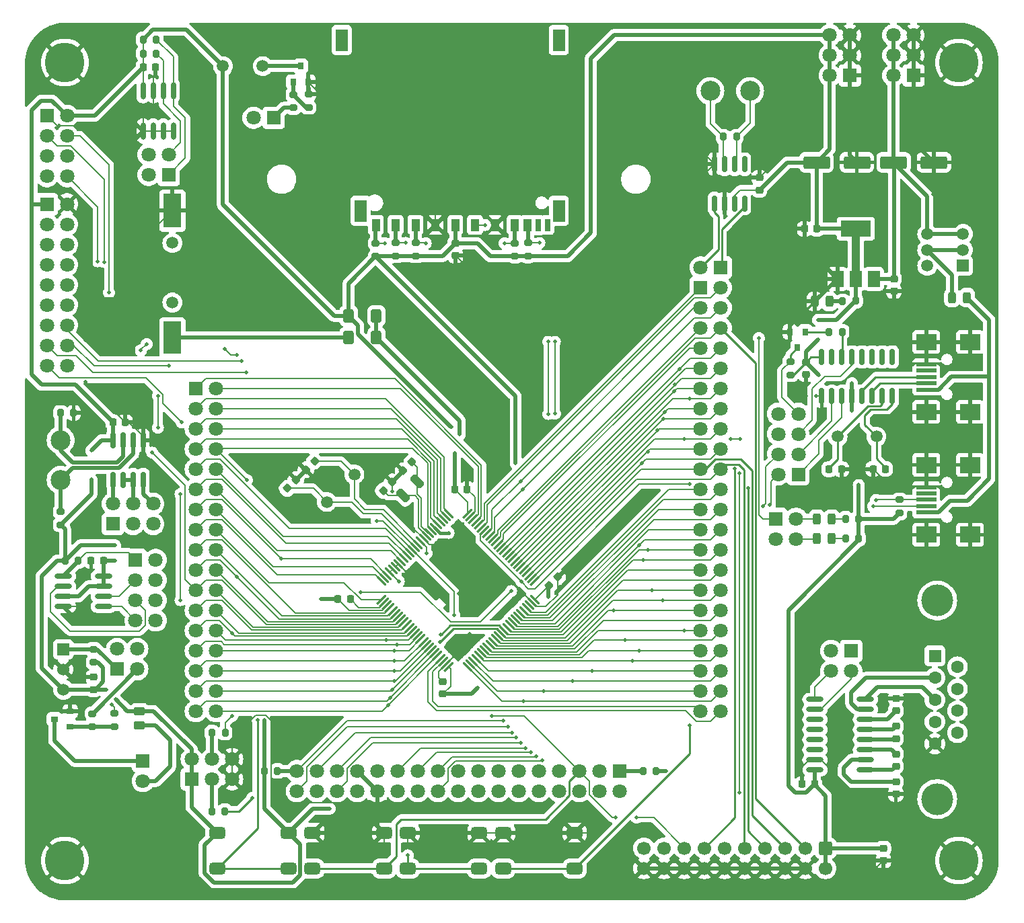
<source format=gbr>
%TF.GenerationSoftware,KiCad,Pcbnew,8.0.5*%
%TF.CreationDate,2025-04-27T01:42:02+08:00*%
%TF.ProjectId,STM32_learning,53544d33-325f-46c6-9561-726e696e672e,rev?*%
%TF.SameCoordinates,Original*%
%TF.FileFunction,Copper,L1,Top*%
%TF.FilePolarity,Positive*%
%FSLAX46Y46*%
G04 Gerber Fmt 4.6, Leading zero omitted, Abs format (unit mm)*
G04 Created by KiCad (PCBNEW 8.0.5) date 2025-04-27 01:42:02*
%MOMM*%
%LPD*%
G01*
G04 APERTURE LIST*
G04 Aperture macros list*
%AMRoundRect*
0 Rectangle with rounded corners*
0 $1 Rounding radius*
0 $2 $3 $4 $5 $6 $7 $8 $9 X,Y pos of 4 corners*
0 Add a 4 corners polygon primitive as box body*
4,1,4,$2,$3,$4,$5,$6,$7,$8,$9,$2,$3,0*
0 Add four circle primitives for the rounded corners*
1,1,$1+$1,$2,$3*
1,1,$1+$1,$4,$5*
1,1,$1+$1,$6,$7*
1,1,$1+$1,$8,$9*
0 Add four rect primitives between the rounded corners*
20,1,$1+$1,$2,$3,$4,$5,0*
20,1,$1+$1,$4,$5,$6,$7,0*
20,1,$1+$1,$6,$7,$8,$9,0*
20,1,$1+$1,$8,$9,$2,$3,0*%
G04 Aperture macros list end*
%TA.AperFunction,SMDPad,CuDef*%
%ADD10RoundRect,0.225000X0.250000X-0.225000X0.250000X0.225000X-0.250000X0.225000X-0.250000X-0.225000X0*%
%TD*%
%TA.AperFunction,SMDPad,CuDef*%
%ADD11R,1.500000X2.000000*%
%TD*%
%TA.AperFunction,SMDPad,CuDef*%
%ADD12R,3.800000X2.000000*%
%TD*%
%TA.AperFunction,SMDPad,CuDef*%
%ADD13RoundRect,0.250000X0.400000X0.600000X-0.400000X0.600000X-0.400000X-0.600000X0.400000X-0.600000X0*%
%TD*%
%TA.AperFunction,SMDPad,CuDef*%
%ADD14R,0.900000X0.800000*%
%TD*%
%TA.AperFunction,SMDPad,CuDef*%
%ADD15R,0.800000X0.900000*%
%TD*%
%TA.AperFunction,SMDPad,CuDef*%
%ADD16RoundRect,0.225000X-0.225000X-0.250000X0.225000X-0.250000X0.225000X0.250000X-0.225000X0.250000X0*%
%TD*%
%TA.AperFunction,ComponentPad*%
%ADD17R,1.800000X1.800000*%
%TD*%
%TA.AperFunction,ComponentPad*%
%ADD18C,1.800000*%
%TD*%
%TA.AperFunction,SMDPad,CuDef*%
%ADD19RoundRect,0.225000X-0.250000X0.225000X-0.250000X-0.225000X0.250000X-0.225000X0.250000X0.225000X0*%
%TD*%
%TA.AperFunction,SMDPad,CuDef*%
%ADD20RoundRect,0.200000X0.275000X-0.200000X0.275000X0.200000X-0.275000X0.200000X-0.275000X-0.200000X0*%
%TD*%
%TA.AperFunction,SMDPad,CuDef*%
%ADD21O,2.200000X0.600000*%
%TD*%
%TA.AperFunction,SMDPad,CuDef*%
%ADD22O,2.200000X0.650000*%
%TD*%
%TA.AperFunction,SMDPad,CuDef*%
%ADD23RoundRect,0.225000X0.225000X0.250000X-0.225000X0.250000X-0.225000X-0.250000X0.225000X-0.250000X0*%
%TD*%
%TA.AperFunction,SMDPad,CuDef*%
%ADD24RoundRect,0.200000X0.200000X0.275000X-0.200000X0.275000X-0.200000X-0.275000X0.200000X-0.275000X0*%
%TD*%
%TA.AperFunction,SMDPad,CuDef*%
%ADD25RoundRect,0.250000X-0.282843X0.636396X-0.636396X0.282843X0.282843X-0.636396X0.636396X-0.282843X0*%
%TD*%
%TA.AperFunction,SMDPad,CuDef*%
%ADD26RoundRect,0.200000X-0.275000X0.200000X-0.275000X-0.200000X0.275000X-0.200000X0.275000X0.200000X0*%
%TD*%
%TA.AperFunction,ComponentPad*%
%ADD27RoundRect,0.250000X-0.600000X0.600000X-0.600000X-0.600000X0.600000X-0.600000X0.600000X0.600000X0*%
%TD*%
%TA.AperFunction,ComponentPad*%
%ADD28C,1.700000*%
%TD*%
%TA.AperFunction,SMDPad,CuDef*%
%ADD29RoundRect,0.225000X0.017678X-0.335876X0.335876X-0.017678X-0.017678X0.335876X-0.335876X0.017678X0*%
%TD*%
%TA.AperFunction,ComponentPad*%
%ADD30C,1.500000*%
%TD*%
%TA.AperFunction,SMDPad,CuDef*%
%ADD31RoundRect,0.200000X-0.200000X-0.275000X0.200000X-0.275000X0.200000X0.275000X-0.200000X0.275000X0*%
%TD*%
%TA.AperFunction,SMDPad,CuDef*%
%ADD32RoundRect,0.150000X0.150000X-0.825000X0.150000X0.825000X-0.150000X0.825000X-0.150000X-0.825000X0*%
%TD*%
%TA.AperFunction,SMDPad,CuDef*%
%ADD33RoundRect,0.243750X0.243750X0.456250X-0.243750X0.456250X-0.243750X-0.456250X0.243750X-0.456250X0*%
%TD*%
%TA.AperFunction,SMDPad,CuDef*%
%ADD34RoundRect,0.075000X-0.565685X0.459619X0.459619X-0.565685X0.565685X-0.459619X-0.459619X0.565685X0*%
%TD*%
%TA.AperFunction,SMDPad,CuDef*%
%ADD35RoundRect,0.075000X-0.565685X-0.459619X-0.459619X-0.565685X0.565685X0.459619X0.459619X0.565685X0*%
%TD*%
%TA.AperFunction,ComponentPad*%
%ADD36R,1.500000X1.500000*%
%TD*%
%TA.AperFunction,ComponentPad*%
%ADD37C,4.000000*%
%TD*%
%TA.AperFunction,ComponentPad*%
%ADD38R,1.600000X1.600000*%
%TD*%
%TA.AperFunction,ComponentPad*%
%ADD39C,1.600000*%
%TD*%
%TA.AperFunction,SMDPad,CuDef*%
%ADD40R,2.300000X4.040000*%
%TD*%
%TA.AperFunction,SMDPad,CuDef*%
%ADD41R,2.300000X4.350000*%
%TD*%
%TA.AperFunction,SMDPad,CuDef*%
%ADD42R,1.500000X2.800000*%
%TD*%
%TA.AperFunction,SMDPad,CuDef*%
%ADD43R,1.000000X1.500000*%
%TD*%
%TA.AperFunction,SMDPad,CuDef*%
%ADD44R,0.700000X1.500000*%
%TD*%
%TA.AperFunction,ComponentPad*%
%ADD45C,5.000000*%
%TD*%
%TA.AperFunction,SMDPad,CuDef*%
%ADD46RoundRect,0.243750X-0.243750X-0.456250X0.243750X-0.456250X0.243750X0.456250X-0.243750X0.456250X0*%
%TD*%
%TA.AperFunction,SMDPad,CuDef*%
%ADD47RoundRect,0.250000X-1.412500X-0.550000X1.412500X-0.550000X1.412500X0.550000X-1.412500X0.550000X0*%
%TD*%
%TA.AperFunction,SMDPad,CuDef*%
%ADD48RoundRect,0.375000X-0.625000X-0.375000X0.625000X-0.375000X0.625000X0.375000X-0.625000X0.375000X0*%
%TD*%
%TA.AperFunction,SMDPad,CuDef*%
%ADD49RoundRect,0.250000X0.450000X-0.262500X0.450000X0.262500X-0.450000X0.262500X-0.450000X-0.262500X0*%
%TD*%
%TA.AperFunction,ComponentPad*%
%ADD50R,1.524000X1.524000*%
%TD*%
%TA.AperFunction,ComponentPad*%
%ADD51C,1.524000*%
%TD*%
%TA.AperFunction,SMDPad,CuDef*%
%ADD52R,2.500000X0.500000*%
%TD*%
%TA.AperFunction,SMDPad,CuDef*%
%ADD53R,2.500000X2.000000*%
%TD*%
%TA.AperFunction,SMDPad,CuDef*%
%ADD54RoundRect,0.225000X-0.017678X0.335876X-0.335876X0.017678X0.017678X-0.335876X0.335876X-0.017678X0*%
%TD*%
%TA.AperFunction,ComponentPad*%
%ADD55C,2.500000*%
%TD*%
%TA.AperFunction,SMDPad,CuDef*%
%ADD56O,0.650000X2.200000*%
%TD*%
%TA.AperFunction,ViaPad*%
%ADD57C,0.508000*%
%TD*%
%TA.AperFunction,Conductor*%
%ADD58C,0.203200*%
%TD*%
%TA.AperFunction,Conductor*%
%ADD59C,0.381000*%
%TD*%
%TA.AperFunction,Conductor*%
%ADD60C,0.508000*%
%TD*%
%TA.AperFunction,Conductor*%
%ADD61C,1.000000*%
%TD*%
%TA.AperFunction,Conductor*%
%ADD62C,0.254000*%
%TD*%
G04 APERTURE END LIST*
D10*
%TO.P,C30,1*%
%TO.N,+3.3V*%
X34105000Y-123465000D03*
%TO.P,C30,2*%
%TO.N,GND*%
X34105000Y-121915000D03*
%TD*%
D11*
%TO.P,U1,1,GND*%
%TO.N,GND*%
X127719000Y-71741000D03*
%TO.P,U1,2,VO*%
%TO.N,+3.3V*%
X130019000Y-71741000D03*
%TO.P,U1,3,VI*%
%TO.N,Net-(U1-VI)*%
X132319000Y-71741000D03*
D12*
%TO.P,U1,4,Tab*%
%TO.N,+3.3V*%
X130019000Y-65441000D03*
%TD*%
D13*
%TO.P,D1,1,K*%
%TO.N,Net-(D1-K)*%
X69700000Y-79125000D03*
%TO.P,D1,2,A*%
%TO.N,Net-(BT1-+)*%
X66200000Y-79125000D03*
%TD*%
D14*
%TO.P,Q2,1,B*%
%TO.N,Net-(Q2-B)*%
X31165000Y-128125000D03*
%TO.P,Q2,2,E*%
%TO.N,GND*%
X31165000Y-126225000D03*
%TO.P,Q2,3,C*%
%TO.N,Net-(D3-K)*%
X29165000Y-127175000D03*
%TD*%
D15*
%TO.P,Q1,1,B*%
%TO.N,Net-(Q1-B)*%
X123639000Y-78411000D03*
%TO.P,Q1,2,E*%
%TO.N,GND*%
X121739000Y-78411000D03*
%TO.P,Q1,3,C*%
%TO.N,/BOOT0_CTR*%
X122689000Y-80411000D03*
%TD*%
D16*
%TO.P,C26,1*%
%TO.N,+3.3V*%
X36542500Y-89787500D03*
%TO.P,C26,2*%
%TO.N,GND*%
X38092500Y-89787500D03*
%TD*%
D17*
%TO.P,J22,1,Pin_1*%
%TO.N,/LCD_CS*%
X100320000Y-133730000D03*
D18*
%TO.P,J22,2,Pin_2*%
%TO.N,/LCD_RS*%
X100320000Y-136270000D03*
%TO.P,J22,3,Pin_3*%
%TO.N,/LCD_WR*%
X97780000Y-133730000D03*
%TO.P,J22,4,Pin_4*%
%TO.N,/LCD_RD*%
X97780000Y-136270000D03*
%TO.P,J22,5,Pin_5*%
%TO.N,/RESET*%
X95240000Y-133730000D03*
%TO.P,J22,6,Pin_6*%
%TO.N,/LCD_DB0*%
X95240000Y-136270000D03*
%TO.P,J22,7,Pin_7*%
%TO.N,/LCD_DB1*%
X92700000Y-133730000D03*
%TO.P,J22,8,Pin_8*%
%TO.N,/LCD_DB2*%
X92700000Y-136270000D03*
%TO.P,J22,9,Pin_9*%
%TO.N,/LCD_DB3*%
X90160000Y-133730000D03*
%TO.P,J22,10,Pin_10*%
%TO.N,/LCD_DB4*%
X90160000Y-136270000D03*
%TO.P,J22,11,Pin_11*%
%TO.N,/LCD_DB5*%
X87620000Y-133730000D03*
%TO.P,J22,12,Pin_12*%
%TO.N,/LCD_DB6*%
X87620000Y-136270000D03*
%TO.P,J22,13,Pin_13*%
%TO.N,/LCD_DB7*%
X85080000Y-133730000D03*
%TO.P,J22,14,Pin_14*%
%TO.N,/LCD_DB8*%
X85080000Y-136270000D03*
%TO.P,J22,15,Pin_15*%
%TO.N,/LCD_DB9*%
X82540000Y-133730000D03*
%TO.P,J22,16,Pin_16*%
%TO.N,/LCD_DB10*%
X82540000Y-136270000D03*
%TO.P,J22,17,Pin_17*%
%TO.N,/LCD_DB11*%
X80000000Y-133730000D03*
%TO.P,J22,18,Pin_18*%
%TO.N,/LCD_DB12*%
X80000000Y-136270000D03*
%TO.P,J22,19,Pin_19*%
%TO.N,/LCD_DB13*%
X77460000Y-133730000D03*
%TO.P,J22,20,Pin_20*%
%TO.N,/LCD_DB14*%
X77460000Y-136270000D03*
%TO.P,J22,21,Pin_21*%
%TO.N,/LCD_DB15*%
X74920000Y-133730000D03*
%TO.P,J22,22,Pin_22*%
%TO.N,unconnected-(J22-Pin_22-Pad22)*%
X74920000Y-136270000D03*
%TO.P,J22,23,Pin_23*%
%TO.N,/LCD_BL*%
X72380000Y-133730000D03*
%TO.P,J22,24,Pin_24*%
%TO.N,+3.3V*%
X72380000Y-136270000D03*
%TO.P,J22,25,Pin_25*%
X69840000Y-133730000D03*
%TO.P,J22,26,Pin_26*%
%TO.N,GND*%
X69840000Y-136270000D03*
%TO.P,J22,27,Pin_27*%
X67300000Y-133730000D03*
%TO.P,J22,28,Pin_28*%
%TO.N,unconnected-(J22-Pin_28-Pad28)*%
X67300000Y-136270000D03*
%TO.P,J22,29,Pin_29*%
%TO.N,/LCD_MISO*%
X64760000Y-133730000D03*
%TO.P,J22,30,Pin_30*%
%TO.N,/LCD_MOSI*%
X64760000Y-136270000D03*
%TO.P,J22,31,Pin_31*%
%TO.N,/LCD_PEN*%
X62220000Y-133730000D03*
%TO.P,J22,32,Pin_32*%
%TO.N,unconnected-(J22-Pin_32-Pad32)*%
X62220000Y-136270000D03*
%TO.P,J22,33,Pin_33*%
%TO.N,/LCD_TCS*%
X59680000Y-133730000D03*
%TO.P,J22,34,Pin_34*%
%TO.N,/LCD_CLK*%
X59680000Y-136270000D03*
%TD*%
D19*
%TO.P,C22,1*%
%TO.N,Net-(U5-C1-)*%
X135065875Y-131596625D03*
%TO.P,C22,2*%
%TO.N,Net-(U5-C1+)*%
X135065875Y-133146625D03*
%TD*%
D20*
%TO.P,R19,1*%
%TO.N,+3.3V*%
X34105000Y-120025000D03*
%TO.P,R19,2*%
%TO.N,/IR*%
X34105000Y-118375000D03*
%TD*%
D21*
%TO.P,U5,1,C1+*%
%TO.N,Net-(U5-C1+)*%
X131240875Y-133590375D03*
%TO.P,U5,2,V+*%
%TO.N,/V+*%
X131240875Y-132320375D03*
%TO.P,U5,3,C1-*%
%TO.N,Net-(U5-C1-)*%
X131240875Y-131050375D03*
%TO.P,U5,4,C2+*%
%TO.N,Net-(U5-C2+)*%
X131240875Y-129780375D03*
%TO.P,U5,5,C2-*%
%TO.N,Net-(U5-C2-)*%
X131240875Y-128510375D03*
%TO.P,U5,6,V-*%
%TO.N,/V-*%
X131240875Y-127240375D03*
%TO.P,U5,7,T2OUT*%
%TO.N,Net-(U5-T2OUT)*%
X131240875Y-125970375D03*
%TO.P,U5,8,R2IN*%
%TO.N,Net-(U5-R2IN)*%
X131240875Y-124700375D03*
%TO.P,U5,9,R2OUT*%
%TO.N,Net-(J9-Pin_4)*%
X124890875Y-124700375D03*
%TO.P,U5,10,T2IN*%
%TO.N,Net-(J9-Pin_2)*%
X124890875Y-125970375D03*
%TO.P,U5,11,T1IN*%
%TO.N,unconnected-(U5-T1IN-Pad11)*%
X124890875Y-127240375D03*
%TO.P,U5,12,R1OUT*%
%TO.N,unconnected-(U5-R1OUT-Pad12)*%
X124890875Y-128510375D03*
%TO.P,U5,13,R1IN*%
%TO.N,unconnected-(U5-R1IN-Pad13)*%
X124890875Y-129780375D03*
%TO.P,U5,14,R1OUT*%
%TO.N,unconnected-(U5-R1OUT-Pad14)*%
X124890875Y-131050375D03*
%TO.P,U5,15,GND*%
%TO.N,GND*%
X124890875Y-132320375D03*
%TO.P,U5,16,VCC*%
%TO.N,+3.3V*%
X124890875Y-133590375D03*
%TD*%
D17*
%TO.P,J18,1,Pin_1*%
%TO.N,Net-(J18-Pin_1)*%
X56772500Y-51460000D03*
D18*
%TO.P,J18,2,Pin_2*%
%TO.N,/BEEP*%
X54232500Y-51460000D03*
%TD*%
D22*
%TO.P,U7,1,~{CS}*%
%TO.N,/FLASH_CS*%
X30289500Y-109190000D03*
%TO.P,U7,2,DO(IO1)*%
%TO.N,/FLASH_MISO*%
X30289500Y-110460000D03*
%TO.P,U7,3,IO2*%
%TO.N,+3.3V*%
X30289500Y-111730000D03*
%TO.P,U7,4,GND*%
%TO.N,GND*%
X30289500Y-113000000D03*
%TO.P,U7,5,DI(IO0)*%
%TO.N,/FLASH_MOSI*%
X35369500Y-113000000D03*
%TO.P,U7,6,CLK*%
%TO.N,/FLASH_LCK*%
X35369500Y-111730000D03*
%TO.P,U7,7,IO3*%
%TO.N,+3.3V*%
X35369500Y-110460000D03*
%TO.P,U7,8,VCC*%
X35369500Y-109190000D03*
%TD*%
D23*
%TO.P,C17,1*%
%TO.N,GND*%
X128214000Y-95721000D03*
%TO.P,C17,2*%
%TO.N,Net-(U3-XI)*%
X126664000Y-95721000D03*
%TD*%
D24*
%TO.P,R26,1*%
%TO.N,Net-(J25-Pin_3)*%
X41984500Y-43354500D03*
%TO.P,R26,2*%
%TO.N,+3.3V*%
X40334500Y-43354500D03*
%TD*%
D20*
%TO.P,R23,1*%
%TO.N,Net-(Q3-B)*%
X61162500Y-50155000D03*
%TO.P,R23,2*%
%TO.N,GND*%
X61162500Y-48505000D03*
%TD*%
D24*
%TO.P,R9,1*%
%TO.N,GND*%
X31600000Y-88625000D03*
%TO.P,R9,2*%
%TO.N,Net-(J11-Pin_2)*%
X29950000Y-88625000D03*
%TD*%
D25*
%TO.P,Y2,1,1*%
%TO.N,Net-(U2-PC14)*%
X74819758Y-97270242D03*
%TO.P,Y2,2,2*%
%TO.N,Net-(U2-PC15)*%
X73051992Y-99038008D03*
%TD*%
D26*
%TO.P,R8,1*%
%TO.N,Net-(J11-Pin_1)*%
X29965000Y-101065000D03*
%TO.P,R8,2*%
%TO.N,+3.3V*%
X29965000Y-102715000D03*
%TD*%
D17*
%TO.P,J4,1,Pin_1*%
%TO.N,+3.3V*%
X46460000Y-134770000D03*
D18*
%TO.P,J4,2,Pin_2*%
X46460000Y-132230000D03*
%TO.P,J4,3,Pin_3*%
%TO.N,Net-(J4-Pin_3)*%
X49000000Y-134770000D03*
%TO.P,J4,4,Pin_4*%
%TO.N,Net-(J4-Pin_4)*%
X49000000Y-132230000D03*
%TO.P,J4,5,Pin_5*%
%TO.N,GND*%
X51540000Y-134770000D03*
%TO.P,J4,6,Pin_6*%
X51540000Y-132230000D03*
%TD*%
D24*
%TO.P,R25,1*%
%TO.N,+3.3V*%
X130019000Y-74491000D03*
%TO.P,R25,2*%
%TO.N,Net-(D7-A)*%
X128369000Y-74591000D03*
%TD*%
D27*
%TO.P,J6,1,Pin_1*%
%TO.N,+3.3V*%
X126230000Y-143447500D03*
D28*
%TO.P,J6,2,Pin_2*%
X126230000Y-145987500D03*
%TO.P,J6,3,Pin_3*%
%TO.N,/NJTRST*%
X123690000Y-143447500D03*
%TO.P,J6,4,Pin_4*%
%TO.N,GND*%
X123690000Y-145987500D03*
%TO.P,J6,5,Pin_5*%
%TO.N,/JTDI*%
X121150000Y-143447500D03*
%TO.P,J6,6,Pin_6*%
%TO.N,GND*%
X121150000Y-145987500D03*
%TO.P,J6,7,Pin_7*%
%TO.N,/JTMS_SWDIO*%
X118610000Y-143447500D03*
%TO.P,J6,8,Pin_8*%
%TO.N,GND*%
X118610000Y-145987500D03*
%TO.P,J6,9,Pin_9*%
%TO.N,/JTCK_SWCLK*%
X116070000Y-143447500D03*
%TO.P,J6,10,Pin_10*%
%TO.N,GND*%
X116070000Y-145987500D03*
%TO.P,J6,11,Pin_11*%
%TO.N,unconnected-(J6-Pin_11-Pad11)*%
X113530000Y-143447500D03*
%TO.P,J6,12,Pin_12*%
%TO.N,GND*%
X113530000Y-145987500D03*
%TO.P,J6,13,Pin_13*%
%TO.N,/JTDO*%
X110990000Y-143447500D03*
%TO.P,J6,14,Pin_14*%
%TO.N,GND*%
X110990000Y-145987500D03*
%TO.P,J6,15,Pin_15*%
%TO.N,/RESET*%
X108450000Y-143447500D03*
%TO.P,J6,16,Pin_16*%
%TO.N,GND*%
X108450000Y-145987500D03*
%TO.P,J6,17,Pin_17*%
%TO.N,unconnected-(J6-Pin_17-Pad17)*%
X105910000Y-143447500D03*
%TO.P,J6,18,Pin_18*%
%TO.N,GND*%
X105910000Y-145987500D03*
%TO.P,J6,19,Pin_19*%
%TO.N,unconnected-(J6-Pin_19-Pad19)*%
X103370000Y-143447500D03*
%TO.P,J6,20,Pin_20*%
%TO.N,GND*%
X103370000Y-145987500D03*
%TD*%
D17*
%TO.P,J23,1,Pin_1*%
%TO.N,GND*%
X129289000Y-46131000D03*
D18*
%TO.P,J23,2,Pin_2*%
%TO.N,+3.3V*%
X126749000Y-46131000D03*
%TO.P,J23,3,Pin_3*%
%TO.N,GND*%
X129289000Y-43591000D03*
%TO.P,J23,4,Pin_4*%
%TO.N,+3.3V*%
X126749000Y-43591000D03*
%TO.P,J23,5,Pin_5*%
%TO.N,GND*%
X129289000Y-41051000D03*
%TO.P,J23,6,Pin_6*%
%TO.N,+3.3V*%
X126749000Y-41051000D03*
%TD*%
D29*
%TO.P,C12,1*%
%TO.N,Net-(U2-RCC_OSC_OUT)*%
X58468270Y-98131731D03*
%TO.P,C12,2*%
%TO.N,GND*%
X59564286Y-97035715D03*
%TD*%
D26*
%TO.P,R7,1*%
%TO.N,/BOOT0_CTR*%
X121789000Y-82186000D03*
%TO.P,R7,2*%
%TO.N,+3.3V*%
X121789000Y-83836000D03*
%TD*%
D24*
%TO.P,R20,1*%
%TO.N,+3.3V*%
X130399000Y-101971000D03*
%TO.P,R20,2*%
%TO.N,Net-(D5-A)*%
X128749000Y-101971000D03*
%TD*%
D29*
%TO.P,C8,1*%
%TO.N,+3.3V*%
X91401992Y-110398008D03*
%TO.P,C8,2*%
%TO.N,GND*%
X92498008Y-109301992D03*
%TD*%
D30*
%TO.P,LS1,1,1*%
%TO.N,+3.3V*%
X50387500Y-44950000D03*
%TO.P,LS1,2,2*%
%TO.N,Net-(Q3-C)*%
X55387500Y-44950000D03*
%TD*%
D23*
%TO.P,C21,1*%
%TO.N,+3.3V*%
X124840875Y-135371625D03*
%TO.P,C21,2*%
%TO.N,GND*%
X123290875Y-135371625D03*
%TD*%
D31*
%TO.P,R5,1*%
%TO.N,Net-(J4-Pin_4)*%
X49005000Y-128900000D03*
%TO.P,R5,2*%
%TO.N,/PB2*%
X50655000Y-128900000D03*
%TD*%
D17*
%TO.P,J12,1,Pin_1*%
%TO.N,/FLASH_CS*%
X39389500Y-107139000D03*
D18*
%TO.P,J12,2,Pin_2*%
%TO.N,/PA4*%
X41929500Y-107139000D03*
%TO.P,J12,3,Pin_3*%
%TO.N,/FLASH_LCK*%
X39389500Y-109679000D03*
%TO.P,J12,4,Pin_4*%
%TO.N,/PA5*%
X41929500Y-109679000D03*
%TO.P,J12,5,Pin_5*%
%TO.N,/FLASH_MISO*%
X39389500Y-112219000D03*
%TO.P,J12,6,Pin_6*%
%TO.N,/PA6*%
X41929500Y-112219000D03*
%TO.P,J12,7,Pin_7*%
%TO.N,/FLASH_MOSI*%
X39389500Y-114759000D03*
%TO.P,J12,8,Pin_8*%
%TO.N,/PA7*%
X41929500Y-114759000D03*
%TD*%
D20*
%TO.P,R13,1*%
%TO.N,+3.3V*%
X69615000Y-68905000D03*
%TO.P,R13,2*%
%TO.N,/PC10*%
X69615000Y-67255000D03*
%TD*%
D24*
%TO.P,R27,1*%
%TO.N,Net-(J25-Pin_1)*%
X41984500Y-41604500D03*
%TO.P,R27,2*%
%TO.N,+3.3V*%
X40334500Y-41604500D03*
%TD*%
D17*
%TO.P,D3,1,K*%
%TO.N,Net-(D3-K)*%
X40315000Y-132450000D03*
D18*
%TO.P,D3,2,A*%
%TO.N,Net-(D3-A)*%
X40315000Y-134990000D03*
%TD*%
D17*
%TO.P,J19,1,Pin_1*%
%TO.N,/LED1*%
X119979000Y-101951000D03*
D18*
%TO.P,J19,2,Pin_2*%
%TO.N,Net-(D5-K)*%
X122519000Y-101951000D03*
%TO.P,J19,3,Pin_3*%
%TO.N,/LED2*%
X119979000Y-104491000D03*
%TO.P,J19,4,Pin_4*%
%TO.N,Net-(D6-K)*%
X122519000Y-104491000D03*
%TD*%
D23*
%TO.P,C27,1*%
%TO.N,+3.3V*%
X35349500Y-107249000D03*
%TO.P,C27,2*%
%TO.N,GND*%
X33799500Y-107249000D03*
%TD*%
D32*
%TO.P,U8,1,D*%
%TO.N,Net-(J13-Pin_2)*%
X112220000Y-62245000D03*
%TO.P,U8,2,GND*%
%TO.N,GND*%
X113490000Y-62245000D03*
%TO.P,U8,3,VCC*%
%TO.N,+3.3V*%
X114760000Y-62245000D03*
%TO.P,U8,4,R*%
%TO.N,Net-(J13-Pin_1)*%
X116030000Y-62245000D03*
%TO.P,U8,5,Vref*%
%TO.N,unconnected-(U8-Vref-Pad5)*%
X116030000Y-57295000D03*
%TO.P,U8,6,CANL*%
%TO.N,Net-(J14-Pin_2)*%
X114760000Y-57295000D03*
%TO.P,U8,7,CANH*%
%TO.N,Net-(J14-Pin_1)*%
X113490000Y-57295000D03*
%TO.P,U8,8,Rs*%
%TO.N,GND*%
X112220000Y-57295000D03*
%TD*%
D20*
%TO.P,R24,1*%
%TO.N,Net-(Q2-B)*%
X36715000Y-128140000D03*
%TO.P,R24,2*%
%TO.N,GND*%
X36715000Y-126490000D03*
%TD*%
D24*
%TO.P,R29,1*%
%TO.N,/LCD_TCS*%
X57255000Y-133710000D03*
%TO.P,R29,2*%
%TO.N,+3.3V*%
X55605000Y-133710000D03*
%TD*%
D17*
%TO.P,J20,1,Pin_1*%
%TO.N,GND*%
X28230000Y-51190000D03*
D18*
%TO.P,J20,2,Pin_2*%
%TO.N,+3.3V*%
X30770000Y-51190000D03*
%TO.P,J20,3,Pin_3*%
%TO.N,/NRF_CE*%
X28230000Y-53730000D03*
%TO.P,J20,4,Pin_4*%
%TO.N,/NRF_CSN*%
X30770000Y-53730000D03*
%TO.P,J20,5,Pin_5*%
%TO.N,/PA5*%
X28230000Y-56270000D03*
%TO.P,J20,6,Pin_6*%
%TO.N,/PA7*%
X30770000Y-56270000D03*
%TO.P,J20,7,Pin_7*%
%TO.N,/PA6*%
X28230000Y-58810000D03*
%TO.P,J20,8,Pin_8*%
%TO.N,/NRF_IRQ*%
X30770000Y-58810000D03*
%TD*%
D17*
%TO.P,J13,1,Pin_1*%
%TO.N,Net-(J13-Pin_1)*%
X113040000Y-70310000D03*
D18*
%TO.P,J13,2,Pin_2*%
%TO.N,Net-(J13-Pin_2)*%
X110500000Y-70310000D03*
%TD*%
D33*
%TO.P,F1,1*%
%TO.N,+5V*%
X144019000Y-74091000D03*
%TO.P,F1,2*%
%TO.N,Net-(F1-Pad2)*%
X142144000Y-74091000D03*
%TD*%
D30*
%TO.P,Y3,1,1*%
%TO.N,Net-(U3-XO)*%
X132609000Y-91611000D03*
%TO.P,Y3,2,2*%
%TO.N,Net-(U3-XI)*%
X127729000Y-91611000D03*
%TD*%
D16*
%TO.P,C6,1*%
%TO.N,+3.3V*%
X64850000Y-112100000D03*
%TO.P,C6,2*%
%TO.N,GND*%
X66400000Y-112100000D03*
%TD*%
D34*
%TO.P,U2,1,PE2*%
%TO.N,/NRF_CSN*%
X78815596Y-101280315D03*
%TO.P,U2,2,PE3*%
%TO.N,/OV_PE3*%
X78462043Y-101633868D03*
%TO.P,U2,3,PE4*%
%TO.N,/OV_PE4*%
X78108489Y-101987422D03*
%TO.P,U2,4,PE5*%
%TO.N,/OV_PE5*%
X77754936Y-102340975D03*
%TO.P,U2,5,PE6*%
%TO.N,/OV_PE6*%
X77401383Y-102694528D03*
%TO.P,U2,6,VBAT*%
%TO.N,Net-(D1-K)*%
X77047829Y-103048082D03*
%TO.P,U2,7,PC13*%
%TO.N,/KEY1*%
X76694276Y-103401635D03*
%TO.P,U2,8,PC14*%
%TO.N,Net-(U2-PC14)*%
X76340722Y-103755189D03*
%TO.P,U2,9,PC15*%
%TO.N,Net-(U2-PC15)*%
X75987169Y-104108742D03*
%TO.P,U2,10,VSS*%
%TO.N,GND*%
X75633616Y-104462295D03*
%TO.P,U2,11,VDD*%
%TO.N,+3.3V*%
X75280062Y-104815849D03*
%TO.P,U2,12,RCC_OSC_IN*%
%TO.N,Net-(U2-RCC_OSC_IN)*%
X74926509Y-105169402D03*
%TO.P,U2,13,RCC_OSC_OUT*%
%TO.N,Net-(U2-RCC_OSC_OUT)*%
X74572955Y-105522955D03*
%TO.P,U2,14,NRST*%
%TO.N,/RESET*%
X74219402Y-105876509D03*
%TO.P,U2,15,PC0*%
%TO.N,/OV_PC0*%
X73865849Y-106230062D03*
%TO.P,U2,16,PC1*%
%TO.N,/OV_PC1*%
X73512295Y-106583616D03*
%TO.P,U2,17,PC2*%
%TO.N,/OV_PC2*%
X73158742Y-106937169D03*
%TO.P,U2,18,PC3*%
%TO.N,/OV_PC3*%
X72805189Y-107290722D03*
%TO.P,U2,19,VSSA*%
%TO.N,GND*%
X72451635Y-107644276D03*
%TO.P,U2,20,VREF-*%
X72098082Y-107997829D03*
%TO.P,U2,21,VREF+*%
%TO.N,/V3.3V*%
X71744528Y-108351383D03*
%TO.P,U2,22,VDDA*%
X71390975Y-108704936D03*
%TO.P,U2,23,PA0*%
%TO.N,/PA0*%
X71037422Y-109058489D03*
%TO.P,U2,24,PA1*%
%TO.N,/PA1*%
X70683868Y-109412043D03*
%TO.P,U2,25,PA2*%
%TO.N,/PA2*%
X70330315Y-109765596D03*
D35*
%TO.P,U2,26,PA3*%
%TO.N,/PA3*%
X70330315Y-112134404D03*
%TO.P,U2,27,VSS*%
%TO.N,GND*%
X70683868Y-112487957D03*
%TO.P,U2,28,VDD*%
%TO.N,+3.3V*%
X71037422Y-112841511D03*
%TO.P,U2,29,PA4*%
%TO.N,/PA4*%
X71390975Y-113195064D03*
%TO.P,U2,30,PA5*%
%TO.N,/PA5*%
X71744528Y-113548617D03*
%TO.P,U2,31,PA6*%
%TO.N,/PA6*%
X72098082Y-113902171D03*
%TO.P,U2,32,PA7*%
%TO.N,/PA7*%
X72451635Y-114255724D03*
%TO.P,U2,33,PC4*%
%TO.N,/OV_PC4*%
X72805189Y-114609278D03*
%TO.P,U2,34,PC5*%
%TO.N,/OV_PC5*%
X73158742Y-114962831D03*
%TO.P,U2,35,PB0*%
%TO.N,/PB0*%
X73512295Y-115316384D03*
%TO.P,U2,36,PB1*%
%TO.N,/PB1*%
X73865849Y-115669938D03*
%TO.P,U2,37,PB2*%
%TO.N,/PB2*%
X74219402Y-116023491D03*
%TO.P,U2,38,PE7*%
%TO.N,/LCD_DB4*%
X74572955Y-116377045D03*
%TO.P,U2,39,PE8*%
%TO.N,/LCD_DB5*%
X74926509Y-116730598D03*
%TO.P,U2,40,PE9*%
%TO.N,/LCD_DB6*%
X75280062Y-117084151D03*
%TO.P,U2,41,PE10*%
%TO.N,/LCD_DB7*%
X75633616Y-117437705D03*
%TO.P,U2,42,PE11*%
%TO.N,/LCD_DB8*%
X75987169Y-117791258D03*
%TO.P,U2,43,PE12*%
%TO.N,/LCD_DB9*%
X76340722Y-118144811D03*
%TO.P,U2,44,PE13*%
%TO.N,/LCD_DB10*%
X76694276Y-118498365D03*
%TO.P,U2,45,PE14*%
%TO.N,/LCD_DB11*%
X77047829Y-118851918D03*
%TO.P,U2,46,PE15*%
%TO.N,/LCD_DB12*%
X77401383Y-119205472D03*
%TO.P,U2,47,PB10*%
%TO.N,/PB10*%
X77754936Y-119559025D03*
%TO.P,U2,48,PB11*%
%TO.N,/PB11*%
X78108489Y-119912578D03*
%TO.P,U2,49,VSS*%
%TO.N,GND*%
X78462043Y-120266132D03*
%TO.P,U2,50,VDD*%
%TO.N,+3.3V*%
X78815596Y-120619685D03*
D34*
%TO.P,U2,51,PB12*%
%TO.N,/LCD_TCS*%
X81184404Y-120619685D03*
%TO.P,U2,52,PB13*%
%TO.N,/LCD_CLK*%
X81537957Y-120266132D03*
%TO.P,U2,53,PB14*%
%TO.N,/LCD_MISO*%
X81891511Y-119912578D03*
%TO.P,U2,54,PB15*%
%TO.N,/LCD_MOSI*%
X82245064Y-119559025D03*
%TO.P,U2,55,PD8*%
%TO.N,/LCD_DB13*%
X82598617Y-119205472D03*
%TO.P,U2,56,PD9*%
%TO.N,/LCD_DB14*%
X82952171Y-118851918D03*
%TO.P,U2,57,PD10*%
%TO.N,/LCD_DB15*%
X83305724Y-118498365D03*
%TO.P,U2,58,PD11*%
%TO.N,/LCD_RS*%
X83659278Y-118144811D03*
%TO.P,U2,59,PD12*%
%TO.N,/LED2*%
X84012831Y-117791258D03*
%TO.P,U2,60,PD13*%
%TO.N,/LCD_PEN*%
X84366384Y-117437705D03*
%TO.P,U2,61,PD14*%
%TO.N,/LCD_DB0*%
X84719938Y-117084151D03*
%TO.P,U2,62,PD15*%
%TO.N,/LCD_DB1*%
X85073491Y-116730598D03*
%TO.P,U2,63,PC6*%
%TO.N,/OV_PC6*%
X85427045Y-116377045D03*
%TO.P,U2,64,PC7*%
%TO.N,/OV_PC7*%
X85780598Y-116023491D03*
%TO.P,U2,65,PC8*%
%TO.N,/PC8*%
X86134151Y-115669938D03*
%TO.P,U2,66,PC9*%
%TO.N,/PC9*%
X86487705Y-115316384D03*
%TO.P,U2,67,PA8*%
%TO.N,/LCD_BL*%
X86841258Y-114962831D03*
%TO.P,U2,68,PA9*%
%TO.N,/PA9*%
X87194811Y-114609278D03*
%TO.P,U2,69,PA10*%
%TO.N,/PA10*%
X87548365Y-114255724D03*
%TO.P,U2,70,PA11*%
%TO.N,/PA11*%
X87901918Y-113902171D03*
%TO.P,U2,71,PA12*%
%TO.N,/PA12*%
X88255472Y-113548617D03*
%TO.P,U2,72,PA13*%
%TO.N,/JTMS_SWDIO*%
X88609025Y-113195064D03*
%TO.P,U2,73,NC*%
%TO.N,unconnected-(U2-NC-Pad73)*%
X88962578Y-112841511D03*
%TO.P,U2,74,VSS*%
%TO.N,GND*%
X89316132Y-112487957D03*
%TO.P,U2,75,VDD*%
%TO.N,+3.3V*%
X89669685Y-112134404D03*
D35*
%TO.P,U2,76,PA14*%
%TO.N,/JTCK_SWCLK*%
X89669685Y-109765596D03*
%TO.P,U2,77,PA15*%
%TO.N,/JTDI*%
X89316132Y-109412043D03*
%TO.P,U2,78,PC10*%
%TO.N,/PC10*%
X88962578Y-109058489D03*
%TO.P,U2,79,PC11*%
%TO.N,/PC11*%
X88609025Y-108704936D03*
%TO.P,U2,80,PC12*%
%TO.N,/PC12*%
X88255472Y-108351383D03*
%TO.P,U2,81,PD0*%
%TO.N,/LCD_DB2*%
X87901918Y-107997829D03*
%TO.P,U2,82,PD1*%
%TO.N,/LCD_DB3*%
X87548365Y-107644276D03*
%TO.P,U2,83,PD2*%
%TO.N,/PD2*%
X87194811Y-107290722D03*
%TO.P,U2,84,PD3*%
%TO.N,/KEY2*%
X86841258Y-106937169D03*
%TO.P,U2,85,PD4*%
%TO.N,/LCD_RD*%
X86487705Y-106583616D03*
%TO.P,U2,86,PD5*%
%TO.N,/LCD_WR*%
X86134151Y-106230062D03*
%TO.P,U2,87,PD6*%
%TO.N,/BEEP*%
X85780598Y-105876509D03*
%TO.P,U2,88,PD7*%
%TO.N,/LCD_CS*%
X85427045Y-105522955D03*
%TO.P,U2,89,PB3*%
%TO.N,/JTDO*%
X85073491Y-105169402D03*
%TO.P,U2,90,PB4*%
%TO.N,/NJTRST*%
X84719938Y-104815849D03*
%TO.P,U2,91,PB5*%
%TO.N,/LED1*%
X84366384Y-104462295D03*
%TO.P,U2,92,PB6*%
%TO.N,/I2C1_SCL*%
X84012831Y-104108742D03*
%TO.P,U2,93,PB7*%
%TO.N,/I2C1_SDA*%
X83659278Y-103755189D03*
%TO.P,U2,94,BOOT0*%
%TO.N,/BOOT0*%
X83305724Y-103401635D03*
%TO.P,U2,95,PB8*%
%TO.N,/CAN_RX*%
X82952171Y-103048082D03*
%TO.P,U2,96,PB9*%
%TO.N,/CAN_TX*%
X82598617Y-102694528D03*
%TO.P,U2,97,PE0*%
%TO.N,/NRF_IRQ*%
X82245064Y-102340975D03*
%TO.P,U2,98,PE1*%
%TO.N,/NRF_CE*%
X81891511Y-101987422D03*
%TO.P,U2,99,VSS*%
%TO.N,GND*%
X81537957Y-101633868D03*
%TO.P,U2,100,VDD*%
%TO.N,+3.3V*%
X81184404Y-101280315D03*
%TD*%
D23*
%TO.P,C4,1*%
%TO.N,+3.3V*%
X125119000Y-65441000D03*
%TO.P,C4,2*%
%TO.N,GND*%
X123569000Y-65441000D03*
%TD*%
D36*
%TO.P,SW1,1*%
%TO.N,unconnected-(SW1-Pad1)*%
X143519000Y-70091000D03*
D30*
%TO.P,SW1,2*%
%TO.N,Net-(F1-Pad2)*%
X143519000Y-68091000D03*
%TO.P,SW1,3*%
%TO.N,Net-(U1-VI)*%
X143519000Y-66091000D03*
%TO.P,SW1,4*%
%TO.N,unconnected-(SW1-Pad4)*%
X139019000Y-70091000D03*
%TO.P,SW1,5*%
%TO.N,Net-(F1-Pad2)*%
X139019000Y-68091000D03*
%TO.P,SW1,6*%
%TO.N,Net-(U1-VI)*%
X139019000Y-66091000D03*
%TD*%
D37*
%TO.P,J8,0*%
%TO.N,N/C*%
X140275875Y-137256625D03*
X140275875Y-112256625D03*
D38*
%TO.P,J8,1,1*%
%TO.N,unconnected-(J8-Pad1)*%
X139975875Y-119216625D03*
D39*
%TO.P,J8,2,2*%
%TO.N,Net-(U5-T2OUT)*%
X139975875Y-121986625D03*
%TO.P,J8,3,3*%
%TO.N,Net-(U5-R2IN)*%
X139975875Y-124756625D03*
%TO.P,J8,4,4*%
%TO.N,unconnected-(J8-Pad4)*%
X139975875Y-127526625D03*
%TO.P,J8,5,5*%
%TO.N,GND*%
X139975875Y-130296625D03*
%TO.P,J8,6,6*%
%TO.N,unconnected-(J8-Pad6)*%
X142815875Y-120601625D03*
%TO.P,J8,7,7*%
%TO.N,unconnected-(J8-Pad7)*%
X142815875Y-123371625D03*
%TO.P,J8,8,8*%
%TO.N,unconnected-(J8-Pad8)*%
X142815875Y-126141625D03*
%TO.P,J8,9,9*%
%TO.N,unconnected-(J8-Pad9)*%
X142815875Y-128911625D03*
%TD*%
D30*
%TO.P,BT1,*%
%TO.N,*%
X44025000Y-74725000D03*
X44025000Y-67225000D03*
D40*
%TO.P,BT1,1,+*%
%TO.N,Net-(BT1-+)*%
X44025000Y-79125000D03*
D41*
%TO.P,BT1,2,-*%
%TO.N,GND*%
X44025000Y-63160000D03*
%TD*%
D30*
%TO.P,Y1,1,1*%
%TO.N,Net-(U2-RCC_OSC_OUT)*%
X63467589Y-99832412D03*
%TO.P,Y1,2,2*%
%TO.N,Net-(U2-RCC_OSC_IN)*%
X66918270Y-96381731D03*
%TD*%
D17*
%TO.P,J21,1,Pin_1*%
%TO.N,+3.3V*%
X28230000Y-62340000D03*
D18*
%TO.P,J21,2,Pin_2*%
%TO.N,GND*%
X30770000Y-62340000D03*
%TO.P,J21,3,Pin_3*%
%TO.N,/NRF_IRQ*%
X28230000Y-64880000D03*
%TO.P,J21,4,Pin_4*%
%TO.N,/NRF_CE*%
X30770000Y-64880000D03*
%TO.P,J21,5,Pin_5*%
%TO.N,/NRF_CSN*%
X28230000Y-67420000D03*
%TO.P,J21,6,Pin_6*%
%TO.N,/OV_PE3*%
X30770000Y-67420000D03*
%TO.P,J21,7,Pin_7*%
%TO.N,/OV_PE4*%
X28230000Y-69960000D03*
%TO.P,J21,8,Pin_8*%
%TO.N,/OV_PC0*%
X30770000Y-69960000D03*
%TO.P,J21,9,Pin_9*%
%TO.N,/OV_PC1*%
X28230000Y-72500000D03*
%TO.P,J21,10,Pin_10*%
%TO.N,/OV_PC2*%
X30770000Y-72500000D03*
%TO.P,J21,11,Pin_11*%
%TO.N,/OV_PC3*%
X28230000Y-75040000D03*
%TO.P,J21,12,Pin_12*%
%TO.N,/OV_PC4*%
X30770000Y-75040000D03*
%TO.P,J21,13,Pin_13*%
%TO.N,/OV_PC5*%
X28230000Y-77580000D03*
%TO.P,J21,14,Pin_14*%
%TO.N,/OV_PC6*%
X30770000Y-77580000D03*
%TO.P,J21,15,Pin_15*%
%TO.N,/OV_PC7*%
X28230000Y-80120000D03*
%TO.P,J21,16,Pin_16*%
%TO.N,/OV_PE5*%
X30770000Y-80120000D03*
%TO.P,J21,17,Pin_17*%
%TO.N,/OV_PE6*%
X28230000Y-82660000D03*
%TO.P,J21,18,Pin_18*%
%TO.N,unconnected-(J21-Pin_18-Pad18)*%
X30770000Y-82660000D03*
%TD*%
D42*
%TO.P,J15,*%
%TO.N,*%
X92650000Y-63175000D03*
X92650000Y-41675000D03*
X67700000Y-63175000D03*
X65350000Y-41675000D03*
D43*
%TO.P,J15,1,CD/DAT3*%
%TO.N,/PC11*%
X72120000Y-64950000D03*
%TO.P,J15,2,CMD*%
%TO.N,/PD2*%
X74620000Y-64950000D03*
%TO.P,J15,3,VSS1*%
%TO.N,GND*%
X77120000Y-64950000D03*
%TO.P,J15,4,VDD*%
%TO.N,+3.3V*%
X79620000Y-64950000D03*
%TO.P,J15,5,CLK*%
%TO.N,/PC12*%
X82120000Y-64950000D03*
%TO.P,J15,6,VSS2*%
%TO.N,GND*%
X84620000Y-64950000D03*
%TO.P,J15,7,DAT0*%
%TO.N,/PC8*%
X87120000Y-64950000D03*
%TO.P,J15,8,DAT1*%
%TO.N,/PC9*%
X88750000Y-64950000D03*
%TO.P,J15,9,DAT2*%
%TO.N,/PC10*%
X69620000Y-64950000D03*
D44*
%TO.P,J15,10*%
%TO.N,N/C*%
X90050000Y-64975000D03*
%TO.P,J15,11*%
X91250000Y-64950000D03*
%TD*%
D32*
%TO.P,U3,1,GND*%
%TO.N,GND*%
X125749000Y-86531000D03*
%TO.P,U3,2,TXD*%
%TO.N,/CH340_TXD*%
X127019000Y-86531000D03*
%TO.P,U3,3,RXD*%
%TO.N,/CH340_RXD*%
X128289000Y-86531000D03*
%TO.P,U3,4,V3*%
%TO.N,+3.3V*%
X129559000Y-86531000D03*
%TO.P,U3,5,UD+*%
%TO.N,Net-(J16-D+)*%
X130829000Y-86531000D03*
%TO.P,U3,6,UD-*%
%TO.N,Net-(J16-D-)*%
X132099000Y-86531000D03*
%TO.P,U3,7,XI*%
%TO.N,Net-(U3-XI)*%
X133369000Y-86531000D03*
%TO.P,U3,8,XO*%
%TO.N,Net-(U3-XO)*%
X134639000Y-86531000D03*
%TO.P,U3,9,~{CTS}*%
%TO.N,unconnected-(U3-~{CTS}-Pad9)*%
X134639000Y-81581000D03*
%TO.P,U3,10,~{DSR}*%
%TO.N,unconnected-(U3-~{DSR}-Pad10)*%
X133369000Y-81581000D03*
%TO.P,U3,11,~{RI}*%
%TO.N,unconnected-(U3-~{RI}-Pad11)*%
X132099000Y-81581000D03*
%TO.P,U3,12,~{DCD}*%
%TO.N,unconnected-(U3-~{DCD}-Pad12)*%
X130829000Y-81581000D03*
%TO.P,U3,13,~{DTR}*%
%TO.N,/CH340_DTR*%
X129559000Y-81581000D03*
%TO.P,U3,14,~{RTS}*%
%TO.N,Net-(U3-~{RTS})*%
X128289000Y-81581000D03*
%TO.P,U3,15,R232*%
%TO.N,unconnected-(U3-R232-Pad15)*%
X127019000Y-81581000D03*
%TO.P,U3,16,VCC*%
%TO.N,+3.3V*%
X125749000Y-81581000D03*
%TD*%
D20*
%TO.P,R15,1*%
%TO.N,+3.3V*%
X74655000Y-68865000D03*
%TO.P,R15,2*%
%TO.N,/PD2*%
X74655000Y-67215000D03*
%TD*%
D45*
%TO.P,,1*%
%TO.N,GND*%
X143000000Y-145000000D03*
%TD*%
D24*
%TO.P,R10,1*%
%TO.N,Net-(J14-Pin_2)*%
X115000000Y-53850000D03*
%TO.P,R10,2*%
%TO.N,Net-(J14-Pin_1)*%
X113350000Y-53850000D03*
%TD*%
%TO.P,R28,1*%
%TO.N,/FLASH_CS*%
X32174500Y-107240000D03*
%TO.P,R28,2*%
%TO.N,+3.3V*%
X30524500Y-107240000D03*
%TD*%
D46*
%TO.P,D6,1,K*%
%TO.N,Net-(D6-K)*%
X125124000Y-104471000D03*
%TO.P,D6,2,A*%
%TO.N,Net-(D6-A)*%
X126999000Y-104471000D03*
%TD*%
D47*
%TO.P,C2,1*%
%TO.N,Net-(U1-VI)*%
X134781500Y-57071000D03*
%TO.P,C2,2*%
%TO.N,GND*%
X139856500Y-57071000D03*
%TD*%
D15*
%TO.P,Q3,1,B*%
%TO.N,Net-(Q3-B)*%
X59232500Y-46930000D03*
%TO.P,Q3,2,E*%
%TO.N,GND*%
X61132500Y-46930000D03*
%TO.P,Q3,3,C*%
%TO.N,Net-(Q3-C)*%
X60182500Y-44930000D03*
%TD*%
D48*
%TO.P,SW3,1,1*%
%TO.N,GND*%
X61650000Y-141500000D03*
X70650000Y-141500000D03*
%TO.P,SW3,2,2*%
%TO.N,/RESET*%
X61650000Y-146000000D03*
X70650000Y-146000000D03*
%TD*%
D49*
%TO.P,R18,1*%
%TO.N,Net-(D3-A)*%
X39895000Y-127997500D03*
%TO.P,R18,2*%
%TO.N,+3.3V*%
X39895000Y-126172500D03*
%TD*%
D19*
%TO.P,C29,1*%
%TO.N,+3.3V*%
X79635000Y-67270000D03*
%TO.P,C29,2*%
%TO.N,GND*%
X79635000Y-68820000D03*
%TD*%
D50*
%TO.P,D4,1,OUT*%
%TO.N,/IR*%
X30295000Y-118395000D03*
D51*
%TO.P,D4,2,GND*%
%TO.N,GND*%
X30295000Y-120935000D03*
%TO.P,D4,3,VCC*%
%TO.N,+3.3V*%
X30295000Y-123475000D03*
%TD*%
D16*
%TO.P,C9,1*%
%TO.N,+3.3V*%
X79575000Y-98250000D03*
%TO.P,C9,2*%
%TO.N,GND*%
X81125000Y-98250000D03*
%TD*%
D52*
%TO.P,J1,1,VBUS*%
%TO.N,+5V*%
X138894000Y-101171000D03*
%TO.P,J1,2,D-*%
%TO.N,/PA11*%
X138894000Y-100371000D03*
%TO.P,J1,3,D+*%
%TO.N,/PA12*%
X138894000Y-99571000D03*
%TO.P,J1,4,ID*%
%TO.N,unconnected-(J1-ID-Pad4)*%
X138894000Y-98771000D03*
%TO.P,J1,5,GND*%
%TO.N,GND*%
X138894000Y-97971000D03*
D53*
%TO.P,J1,6,Shield*%
X138894000Y-103971000D03*
X144394000Y-103971000D03*
X138894000Y-95171000D03*
X144394000Y-95171000D03*
%TD*%
D19*
%TO.P,C19,1*%
%TO.N,+3.3V*%
X133500000Y-143467500D03*
%TO.P,C19,2*%
%TO.N,GND*%
X133500000Y-145017500D03*
%TD*%
D20*
%TO.P,R11,1*%
%TO.N,+3.3V*%
X87125000Y-68895000D03*
%TO.P,R11,2*%
%TO.N,/PC8*%
X87125000Y-67245000D03*
%TD*%
D17*
%TO.P,J10,1,Pin_1*%
%TO.N,/PA3*%
X36522500Y-102617500D03*
D18*
%TO.P,J10,2,Pin_2*%
%TO.N,Net-(J10-Pin_2)*%
X36522500Y-100077500D03*
%TO.P,J10,3,Pin_3*%
%TO.N,/PA1*%
X39062500Y-102617500D03*
%TO.P,J10,4,Pin_4*%
%TO.N,Net-(J10-Pin_4)*%
X39062500Y-100077500D03*
%TO.P,J10,5,Pin_5*%
%TO.N,/PA2*%
X41602500Y-102617500D03*
%TO.P,J10,6,Pin_6*%
%TO.N,Net-(J10-Pin_6)*%
X41602500Y-100077500D03*
%TD*%
D20*
%TO.P,R22,1*%
%TO.N,Net-(J18-Pin_1)*%
X59252500Y-50195000D03*
%TO.P,R22,2*%
%TO.N,Net-(Q3-B)*%
X59252500Y-48545000D03*
%TD*%
D17*
%TO.P,J5,1,Pin_1*%
%TO.N,/CH340_RXD*%
X122789000Y-96361000D03*
D18*
%TO.P,J5,2,Pin_2*%
%TO.N,/PA9*%
X120249000Y-96361000D03*
%TO.P,J5,3,Pin_3*%
%TO.N,/CH340_TXD*%
X122789000Y-93821000D03*
%TO.P,J5,4,Pin_4*%
%TO.N,/PA10*%
X120249000Y-93821000D03*
%TO.P,J5,5,Pin_5*%
%TO.N,/CH340_DTR*%
X122789000Y-91281000D03*
%TO.P,J5,6,Pin_6*%
%TO.N,/RESET*%
X120249000Y-91281000D03*
%TO.P,J5,7,Pin_7*%
%TO.N,/BOOT0_CTR*%
X122789000Y-88741000D03*
%TO.P,J5,8,Pin_8*%
%TO.N,/BOOT0*%
X120249000Y-88741000D03*
%TD*%
D54*
%TO.P,C14,1*%
%TO.N,GND*%
X71676257Y-97323743D03*
%TO.P,C14,2*%
%TO.N,Net-(U2-PC15)*%
X70580241Y-98419759D03*
%TD*%
D20*
%TO.P,R12,1*%
%TO.N,+3.3V*%
X88765000Y-68875000D03*
%TO.P,R12,2*%
%TO.N,/PC9*%
X88765000Y-67225000D03*
%TD*%
D55*
%TO.P,J14,1,Pin_1*%
%TO.N,Net-(J14-Pin_1)*%
X111725000Y-48082600D03*
%TO.P,J14,2,Pin_2*%
%TO.N,Net-(J14-Pin_2)*%
X116725000Y-48082600D03*
%TD*%
%TO.P,J11,1,Pin_1*%
%TO.N,Net-(J11-Pin_1)*%
X29965000Y-97050000D03*
%TO.P,J11,2,Pin_2*%
%TO.N,Net-(J11-Pin_2)*%
X29965000Y-92050000D03*
%TD*%
D10*
%TO.P,C28,1*%
%TO.N,+3.3V*%
X117885000Y-60545000D03*
%TO.P,C28,2*%
%TO.N,GND*%
X117885000Y-58995000D03*
%TD*%
D20*
%TO.P,R17,1*%
%TO.N,Net-(Q2-B)*%
X33965000Y-128150000D03*
%TO.P,R17,2*%
%TO.N,/IE*%
X33965000Y-126500000D03*
%TD*%
D17*
%TO.P,J3,1,Pin_1*%
%TO.N,/CAN_TX*%
X110500000Y-72850000D03*
D18*
%TO.P,J3,2,Pin_2*%
%TO.N,/CAN_RX*%
X113040000Y-72850000D03*
%TO.P,J3,3,Pin_3*%
%TO.N,/I2C1_SDA*%
X110500000Y-75390000D03*
%TO.P,J3,4,Pin_4*%
%TO.N,/I2C1_SCL*%
X113040000Y-75390000D03*
%TO.P,J3,5,Pin_5*%
%TO.N,/LED1*%
X110500000Y-77930000D03*
%TO.P,J3,6,Pin_6*%
%TO.N,/NJTRST*%
X113040000Y-77930000D03*
%TO.P,J3,7,Pin_7*%
%TO.N,/JTDO*%
X110500000Y-80470000D03*
%TO.P,J3,8,Pin_8*%
%TO.N,/LCD_CS*%
X113040000Y-80470000D03*
%TO.P,J3,9,Pin_9*%
%TO.N,/BEEP*%
X110500000Y-83010000D03*
%TO.P,J3,10,Pin_10*%
%TO.N,/LCD_WR*%
X113040000Y-83010000D03*
%TO.P,J3,11,Pin_11*%
%TO.N,/LCD_RD*%
X110500000Y-85550000D03*
%TO.P,J3,12,Pin_12*%
%TO.N,/KEY2*%
X113040000Y-85550000D03*
%TO.P,J3,13,Pin_13*%
%TO.N,/PD2*%
X110500000Y-88090000D03*
%TO.P,J3,14,Pin_14*%
%TO.N,/LCD_DB3*%
X113040000Y-88090000D03*
%TO.P,J3,15,Pin_15*%
%TO.N,/LCD_DB2*%
X110500000Y-90630000D03*
%TO.P,J3,16,Pin_16*%
%TO.N,/PC12*%
X113040000Y-90630000D03*
%TO.P,J3,17,Pin_17*%
%TO.N,/PC11*%
X110500000Y-93170000D03*
%TO.P,J3,18,Pin_18*%
%TO.N,/PC10*%
X113040000Y-93170000D03*
%TO.P,J3,19,Pin_19*%
%TO.N,/JTDI*%
X110500000Y-95710000D03*
%TO.P,J3,20,Pin_20*%
%TO.N,/JTCK_SWCLK*%
X113040000Y-95710000D03*
%TO.P,J3,21,Pin_21*%
%TO.N,/JTMS_SWDIO*%
X110500000Y-98250000D03*
%TO.P,J3,22,Pin_22*%
%TO.N,/PA12*%
X113040000Y-98250000D03*
%TO.P,J3,23,Pin_23*%
%TO.N,/PA11*%
X110500000Y-100790000D03*
%TO.P,J3,24,Pin_24*%
%TO.N,/PA10*%
X113040000Y-100790000D03*
%TO.P,J3,25,Pin_25*%
%TO.N,/PA9*%
X110500000Y-103330000D03*
%TO.P,J3,26,Pin_26*%
%TO.N,/LCD_BL*%
X113040000Y-103330000D03*
%TO.P,J3,27,Pin_27*%
%TO.N,/PC9*%
X110500000Y-105870000D03*
%TO.P,J3,28,Pin_28*%
%TO.N,/PC8*%
X113040000Y-105870000D03*
%TO.P,J3,29,Pin_29*%
%TO.N,/OV_PC7*%
X110500000Y-108410000D03*
%TO.P,J3,30,Pin_30*%
%TO.N,/OV_PC6*%
X113040000Y-108410000D03*
%TO.P,J3,31,Pin_31*%
%TO.N,/LCD_DB1*%
X110500000Y-110950000D03*
%TO.P,J3,32,Pin_32*%
%TO.N,/LCD_DB0*%
X113040000Y-110950000D03*
%TO.P,J3,33,Pin_33*%
%TO.N,/LCD_PEN*%
X110500000Y-113490000D03*
%TO.P,J3,34,Pin_34*%
%TO.N,/LED2*%
X113040000Y-113490000D03*
%TO.P,J3,35,Pin_35*%
%TO.N,/LCD_RS*%
X110500000Y-116030000D03*
%TO.P,J3,36,Pin_36*%
%TO.N,/LCD_DB15*%
X113040000Y-116030000D03*
%TO.P,J3,37,Pin_37*%
%TO.N,/LCD_DB14*%
X110500000Y-118570000D03*
%TO.P,J3,38,Pin_38*%
%TO.N,/LCD_DB13*%
X113040000Y-118570000D03*
%TO.P,J3,39,Pin_39*%
%TO.N,/LCD_MOSI*%
X110500000Y-121110000D03*
%TO.P,J3,40,Pin_40*%
%TO.N,/LCD_MISO*%
X113040000Y-121110000D03*
%TO.P,J3,41,Pin_41*%
%TO.N,/LCD_CLK*%
X110500000Y-123650000D03*
%TO.P,J3,42,Pin_42*%
%TO.N,/LCD_TCS*%
X113040000Y-123650000D03*
%TO.P,J3,43,Pin_43*%
%TO.N,/PB11*%
X110500000Y-126190000D03*
%TO.P,J3,44,Pin_44*%
%TO.N,/PB10*%
X113040000Y-126190000D03*
%TD*%
D48*
%TO.P,SW5,1,1*%
%TO.N,GND*%
X85650000Y-141500000D03*
X94650000Y-141500000D03*
%TO.P,SW5,2,2*%
%TO.N,/KEY2*%
X85650000Y-146000000D03*
X94650000Y-146000000D03*
%TD*%
D17*
%TO.P,J2,1,Pin_1*%
%TO.N,/NRF_IRQ*%
X46960000Y-85550000D03*
D18*
%TO.P,J2,2,Pin_2*%
%TO.N,/NRF_CE*%
X49500000Y-85550000D03*
%TO.P,J2,3,Pin_3*%
%TO.N,/NRF_CSN*%
X46960000Y-88090000D03*
%TO.P,J2,4,Pin_4*%
%TO.N,/OV_PE3*%
X49500000Y-88090000D03*
%TO.P,J2,5,Pin_5*%
%TO.N,/OV_PE4*%
X46960000Y-90630000D03*
%TO.P,J2,6,Pin_6*%
%TO.N,/OV_PE5*%
X49500000Y-90630000D03*
%TO.P,J2,7,Pin_7*%
%TO.N,/OV_PE6*%
X46960000Y-93170000D03*
%TO.P,J2,8,Pin_8*%
%TO.N,/KEY1*%
X49500000Y-93170000D03*
%TO.P,J2,9,Pin_9*%
%TO.N,/OV_PC0*%
X46960000Y-95710000D03*
%TO.P,J2,10,Pin_10*%
%TO.N,/OV_PC1*%
X49500000Y-95710000D03*
%TO.P,J2,11,Pin_11*%
%TO.N,/OV_PC2*%
X46960000Y-98250000D03*
%TO.P,J2,12,Pin_12*%
%TO.N,/OV_PC3*%
X49500000Y-98250000D03*
%TO.P,J2,13,Pin_13*%
%TO.N,/PA0*%
X46960000Y-100790000D03*
%TO.P,J2,14,Pin_14*%
%TO.N,/PA1*%
X49500000Y-100790000D03*
%TO.P,J2,15,Pin_15*%
%TO.N,/PA2*%
X46960000Y-103330000D03*
%TO.P,J2,16,Pin_16*%
%TO.N,/PA3*%
X49500000Y-103330000D03*
%TO.P,J2,17,Pin_17*%
%TO.N,/PA4*%
X46960000Y-105870000D03*
%TO.P,J2,18,Pin_18*%
%TO.N,/PA5*%
X49500000Y-105870000D03*
%TO.P,J2,19,Pin_19*%
%TO.N,/PA6*%
X46960000Y-108410000D03*
%TO.P,J2,20,Pin_20*%
%TO.N,/PA7*%
X49500000Y-108410000D03*
%TO.P,J2,21,Pin_21*%
%TO.N,/OV_PC4*%
X46960000Y-110950000D03*
%TO.P,J2,22,Pin_22*%
%TO.N,/OV_PC5*%
X49500000Y-110950000D03*
%TO.P,J2,23,Pin_23*%
%TO.N,/PB0*%
X46960000Y-113490000D03*
%TO.P,J2,24,Pin_24*%
%TO.N,/PB1*%
X49500000Y-113490000D03*
%TO.P,J2,25,Pin_25*%
%TO.N,/PB2*%
X46960000Y-116030000D03*
%TO.P,J2,26,Pin_26*%
%TO.N,/LCD_DB4*%
X49500000Y-116030000D03*
%TO.P,J2,27,Pin_27*%
%TO.N,/LCD_DB5*%
X46960000Y-118570000D03*
%TO.P,J2,28,Pin_28*%
%TO.N,/LCD_DB6*%
X49500000Y-118570000D03*
%TO.P,J2,29,Pin_29*%
%TO.N,/LCD_DB7*%
X46960000Y-121110000D03*
%TO.P,J2,30,Pin_30*%
%TO.N,/LCD_DB8*%
X49500000Y-121110000D03*
%TO.P,J2,31,Pin_31*%
%TO.N,/LCD_DB9*%
X46960000Y-123650000D03*
%TO.P,J2,32,Pin_32*%
%TO.N,/LCD_DB10*%
X49500000Y-123650000D03*
%TO.P,J2,33,Pin_33*%
%TO.N,/LCD_DB11*%
X46960000Y-126190000D03*
%TO.P,J2,34,Pin_34*%
%TO.N,/LCD_DB12*%
X49500000Y-126190000D03*
%TD*%
D45*
%TO.P,,1*%
%TO.N,GND*%
X30500000Y-145000000D03*
%TD*%
D48*
%TO.P,SW4,1,1*%
%TO.N,GND*%
X73650000Y-141500000D03*
X82650000Y-141500000D03*
%TO.P,SW4,2,2*%
%TO.N,/KEY1*%
X73650000Y-146000000D03*
X82650000Y-146000000D03*
%TD*%
D46*
%TO.P,D7,1,K*%
%TO.N,GND*%
X124831500Y-74591000D03*
%TO.P,D7,2,A*%
%TO.N,Net-(D7-A)*%
X126706500Y-74591000D03*
%TD*%
D16*
%TO.P,C20,1*%
%TO.N,+3.3V*%
X40349500Y-45104500D03*
%TO.P,C20,2*%
%TO.N,GND*%
X41899500Y-45104500D03*
%TD*%
D52*
%TO.P,J16,1,VBUS*%
%TO.N,+5V*%
X138894000Y-85691000D03*
%TO.P,J16,2,D-*%
%TO.N,Net-(J16-D-)*%
X138894000Y-84891000D03*
%TO.P,J16,3,D+*%
%TO.N,Net-(J16-D+)*%
X138894000Y-84091000D03*
%TO.P,J16,4,ID*%
%TO.N,unconnected-(J16-ID-Pad4)*%
X138894000Y-83291000D03*
%TO.P,J16,5,GND*%
%TO.N,GND*%
X138894000Y-82491000D03*
D53*
%TO.P,J16,6,Shield*%
X138894000Y-88491000D03*
X144394000Y-88491000D03*
X138894000Y-79691000D03*
X144394000Y-79691000D03*
%TD*%
D20*
%TO.P,R16,1*%
%TO.N,+3.3V*%
X135519000Y-101221000D03*
%TO.P,R16,2*%
%TO.N,/PA12*%
X135519000Y-99571000D03*
%TD*%
D17*
%TO.P,J17,1,Pin_1*%
%TO.N,/IR*%
X37055000Y-120905000D03*
D18*
%TO.P,J17,2,Pin_2*%
%TO.N,/PB0*%
X37055000Y-118365000D03*
%TO.P,J17,3,Pin_3*%
%TO.N,/IE*%
X39595000Y-120905000D03*
%TO.P,J17,4,Pin_4*%
%TO.N,/PB1*%
X39595000Y-118365000D03*
%TD*%
D17*
%TO.P,J24,1,Pin_1*%
%TO.N,GND*%
X137289000Y-46131000D03*
D18*
%TO.P,J24,2,Pin_2*%
%TO.N,Net-(U1-VI)*%
X134749000Y-46131000D03*
%TO.P,J24,3,Pin_3*%
%TO.N,GND*%
X137289000Y-43591000D03*
%TO.P,J24,4,Pin_4*%
%TO.N,Net-(U1-VI)*%
X134749000Y-43591000D03*
%TO.P,J24,5,Pin_5*%
%TO.N,GND*%
X137289000Y-41051000D03*
%TO.P,J24,6,Pin_6*%
%TO.N,Net-(U1-VI)*%
X134749000Y-41051000D03*
%TD*%
D45*
%TO.P,REF\u002A\u002A,1*%
%TO.N,GND*%
X30500000Y-44500000D03*
%TD*%
D47*
%TO.P,C3,1*%
%TO.N,+3.3V*%
X125081500Y-57071000D03*
%TO.P,C3,2*%
%TO.N,GND*%
X130156500Y-57071000D03*
%TD*%
D23*
%TO.P,C18,1*%
%TO.N,Net-(U3-XO)*%
X133744000Y-95691000D03*
%TO.P,C18,2*%
%TO.N,GND*%
X132194000Y-95691000D03*
%TD*%
D17*
%TO.P,J25,1,Pin_1*%
%TO.N,Net-(J25-Pin_1)*%
X43559500Y-58644500D03*
D18*
%TO.P,J25,2,Pin_2*%
%TO.N,/I2C1_SDA*%
X41019500Y-58644500D03*
%TO.P,J25,3,Pin_3*%
%TO.N,Net-(J25-Pin_3)*%
X43559500Y-56104500D03*
%TO.P,J25,4,Pin_4*%
%TO.N,/I2C1_SCL*%
X41019500Y-56104500D03*
%TD*%
D56*
%TO.P,U4,1,A0*%
%TO.N,GND*%
X40340500Y-53113500D03*
%TO.P,U4,2,A1*%
X41610500Y-53113500D03*
%TO.P,U4,3,A2*%
X42880500Y-53113500D03*
%TO.P,U4,4,GND*%
X44150500Y-53113500D03*
%TO.P,U4,5,SDA*%
%TO.N,Net-(J25-Pin_1)*%
X44150500Y-48033500D03*
%TO.P,U4,6,SCL*%
%TO.N,Net-(J25-Pin_3)*%
X42880500Y-48033500D03*
%TO.P,U4,7,WP*%
%TO.N,GND*%
X41610500Y-48033500D03*
%TO.P,U4,8,VCC*%
%TO.N,+3.3V*%
X40340500Y-48033500D03*
%TD*%
D24*
%TO.P,R30,1*%
%TO.N,+3.3V*%
X104895000Y-133720000D03*
%TO.P,R30,2*%
%TO.N,/LCD_CS*%
X103245000Y-133720000D03*
%TD*%
%TO.P,R21,1*%
%TO.N,+3.3V*%
X130399000Y-104471000D03*
%TO.P,R21,2*%
%TO.N,Net-(D6-A)*%
X128749000Y-104471000D03*
%TD*%
D13*
%TO.P,D2,1,K*%
%TO.N,Net-(D1-K)*%
X69700000Y-76405000D03*
%TO.P,D2,2,A*%
%TO.N,+3.3V*%
X66200000Y-76405000D03*
%TD*%
D48*
%TO.P,SW2,1,1*%
%TO.N,+3.3V*%
X49650000Y-141500000D03*
X58650000Y-141500000D03*
%TO.P,SW2,2,2*%
%TO.N,/PA0*%
X49650000Y-146000000D03*
X58650000Y-146000000D03*
%TD*%
D32*
%TO.P,U6,1,RO*%
%TO.N,Net-(J10-Pin_2)*%
X36537500Y-97032500D03*
%TO.P,U6,2,~{RE}*%
%TO.N,Net-(J10-Pin_4)*%
X37807500Y-97032500D03*
%TO.P,U6,3,DE*%
X39077500Y-97032500D03*
%TO.P,U6,4,DI*%
%TO.N,Net-(J10-Pin_6)*%
X40347500Y-97032500D03*
%TO.P,U6,5,GND*%
%TO.N,GND*%
X40347500Y-92082500D03*
%TO.P,U6,6,A*%
%TO.N,Net-(J11-Pin_1)*%
X39077500Y-92082500D03*
%TO.P,U6,7,B*%
%TO.N,Net-(J11-Pin_2)*%
X37807500Y-92082500D03*
%TO.P,U6,8,VCC*%
%TO.N,+3.3V*%
X36537500Y-92082500D03*
%TD*%
D29*
%TO.P,C15,1*%
%TO.N,GND*%
X73080241Y-95919759D03*
%TO.P,C15,2*%
%TO.N,Net-(U2-PC14)*%
X74176257Y-94823743D03*
%TD*%
D20*
%TO.P,R14,1*%
%TO.N,+3.3V*%
X72115000Y-68865000D03*
%TO.P,R14,2*%
%TO.N,/PC11*%
X72115000Y-67215000D03*
%TD*%
D29*
%TO.P,C13,1*%
%TO.N,GND*%
X60818270Y-95781731D03*
%TO.P,C13,2*%
%TO.N,Net-(U2-RCC_OSC_IN)*%
X61914286Y-94685715D03*
%TD*%
D46*
%TO.P,D5,1,K*%
%TO.N,Net-(D5-K)*%
X125124000Y-101971000D03*
%TO.P,D5,2,A*%
%TO.N,Net-(D5-A)*%
X126999000Y-101971000D03*
%TD*%
D19*
%TO.P,C1,1*%
%TO.N,Net-(U1-VI)*%
X134819000Y-71741000D03*
%TO.P,C1,2*%
%TO.N,GND*%
X134819000Y-73291000D03*
%TD*%
D24*
%TO.P,R6,1*%
%TO.N,Net-(U3-~{RTS})*%
X128299000Y-78411000D03*
%TO.P,R6,2*%
%TO.N,Net-(Q1-B)*%
X126649000Y-78411000D03*
%TD*%
D19*
%TO.P,C25,1*%
%TO.N,GND*%
X135065875Y-124596625D03*
%TO.P,C25,2*%
%TO.N,/V-*%
X135065875Y-126146625D03*
%TD*%
%TO.P,C23,1*%
%TO.N,Net-(U5-C2-)*%
X135065875Y-128096625D03*
%TO.P,C23,2*%
%TO.N,Net-(U5-C2+)*%
X135065875Y-129646625D03*
%TD*%
%TO.P,C16,1*%
%TO.N,+3.3V*%
X123739000Y-82231000D03*
%TO.P,C16,2*%
%TO.N,GND*%
X123739000Y-83781000D03*
%TD*%
D17*
%TO.P,J9,1,Pin_1*%
%TO.N,/PB10*%
X129460875Y-118601625D03*
D18*
%TO.P,J9,2,Pin_2*%
%TO.N,Net-(J9-Pin_2)*%
X129460875Y-121141625D03*
%TO.P,J9,3,Pin_3*%
%TO.N,/PB11*%
X126920875Y-118601625D03*
%TO.P,J9,4,Pin_4*%
%TO.N,Net-(J9-Pin_4)*%
X126920875Y-121141625D03*
%TD*%
D24*
%TO.P,R4,1*%
%TO.N,/BOOT0*%
X50625000Y-138800000D03*
%TO.P,R4,2*%
%TO.N,Net-(J4-Pin_3)*%
X48975000Y-138800000D03*
%TD*%
D10*
%TO.P,C24,1*%
%TO.N,GND*%
X135065875Y-136646625D03*
%TO.P,C24,2*%
%TO.N,/V+*%
X135065875Y-135096625D03*
%TD*%
D45*
%TO.P,REF\u002A\u002A,1*%
%TO.N,GND*%
X143000000Y-44500000D03*
%TD*%
D10*
%TO.P,C7,1*%
%TO.N,+3.3V*%
X78050000Y-124025000D03*
%TO.P,C7,2*%
%TO.N,GND*%
X78050000Y-122475000D03*
%TD*%
D57*
%TO.N,/OV_PE5*%
X43550000Y-82700000D03*
%TO.N,/OV_PC0*%
X40800000Y-79950000D03*
X40065789Y-80734211D03*
%TO.N,+3.3V*%
X125250000Y-79400000D03*
X125250000Y-76900000D03*
X91350000Y-111825000D03*
X36800000Y-107250000D03*
X106125000Y-133725000D03*
X33825000Y-97025000D03*
X82425000Y-123275000D03*
X55600000Y-127325000D03*
X79125000Y-90400000D03*
X63825000Y-138450000D03*
X62750000Y-112100000D03*
X125350000Y-83850000D03*
X76005241Y-106294759D03*
X36800000Y-105300000D03*
X121525000Y-133725000D03*
X35675000Y-123475000D03*
X33825000Y-93350000D03*
X79575000Y-93725000D03*
X129550000Y-88350000D03*
X130400000Y-97700000D03*
X36912500Y-124712500D03*
X87225000Y-94975000D03*
X129550000Y-84875000D03*
%TO.N,/V3.3V*%
X72503984Y-109850000D03*
%TO.N,/RESET*%
X79500000Y-114100000D03*
X84200000Y-126775000D03*
X115416600Y-96225000D03*
X102450000Y-139600000D03*
X115416600Y-136475000D03*
X99775000Y-139600000D03*
X69750000Y-102200000D03*
%TO.N,Net-(D1-K)*%
X78775000Y-103725000D03*
X80175000Y-91350000D03*
%TO.N,/PA11*%
X132200000Y-100375000D03*
%TO.N,/PA12*%
X132575000Y-99575000D03*
%TO.N,/OV_PC4*%
X41500000Y-93625000D03*
%TO.N,/LCD_DB10*%
X71703163Y-123478163D03*
%TO.N,/PB2*%
X51550000Y-116350000D03*
X51525000Y-126800000D03*
%TO.N,/LCD_DB4*%
X70950000Y-117225000D03*
%TO.N,/OV_PE6*%
X45175000Y-89800000D03*
%TO.N,/LCD_DB12*%
X71153428Y-125453428D03*
%TO.N,/PA0*%
X57747106Y-107000000D03*
X54750000Y-127325000D03*
%TO.N,/OV_PC5*%
X45050000Y-98850000D03*
X45050000Y-112200000D03*
%TO.N,/KEY1*%
X73650000Y-144350000D03*
X53400000Y-97075000D03*
%TO.N,/LCD_DB5*%
X72325000Y-117800000D03*
%TO.N,/LCD_DB7*%
X71950000Y-119837200D03*
%TO.N,/LCD_DB11*%
X71419217Y-124469217D03*
%TO.N,/PA6*%
X52150000Y-81300000D03*
X50612500Y-80562500D03*
X52150000Y-109250000D03*
%TO.N,/LCD_DB9*%
X71950000Y-122377200D03*
%TO.N,/LCD_DB6*%
X71950000Y-118570000D03*
%TO.N,/NRF_CE*%
X35440065Y-69609935D03*
%TO.N,/LCD_DB8*%
X71975000Y-121110000D03*
%TO.N,/NRF_IRQ*%
X34625000Y-69525000D03*
%TO.N,/OV_PC2*%
X42200000Y-86450000D03*
X42200000Y-90500000D03*
%TO.N,/NRF_CSN*%
X36050000Y-73450000D03*
%TO.N,/LCD_DB13*%
X89850000Y-131900000D03*
X101900000Y-119837200D03*
%TO.N,/LCD_TCS*%
X88175000Y-124917200D03*
X85700000Y-127400000D03*
%TO.N,/LCD_DB14*%
X90550000Y-132400000D03*
X102800000Y-118567200D03*
%TO.N,/LCD_DB3*%
X105841098Y-89362857D03*
%TO.N,/PC10*%
X103066191Y-94966191D03*
X70800000Y-67250000D03*
%TO.N,/LCD_RS*%
X108475000Y-116030000D03*
%TO.N,/PC9*%
X92150000Y-79675000D03*
X103825000Y-105870000D03*
X92175000Y-88725000D03*
X90200000Y-67225000D03*
%TO.N,/LCD_CLK*%
X90750000Y-123650000D03*
X86275000Y-128125000D03*
%TO.N,/I2C1_SDA*%
X87821711Y-97228289D03*
%TO.N,/LCD_WR*%
X107287764Y-85087764D03*
%TO.N,/OV_PC6*%
X77725000Y-117475000D03*
X52750000Y-82100000D03*
%TO.N,/LED1*%
X117825000Y-79175000D03*
%TO.N,/LCD_DB2*%
X105073688Y-90848688D03*
%TO.N,/OV_PC7*%
X77825000Y-116525000D03*
X53350000Y-83500000D03*
%TO.N,/PD2*%
X105960924Y-88535924D03*
X75900000Y-67250000D03*
%TO.N,/PA9*%
X119175000Y-100225000D03*
%TO.N,/LCD_DB1*%
X104400000Y-110950000D03*
%TO.N,/PC11*%
X103825138Y-93500138D03*
X73375000Y-67225000D03*
%TO.N,/JTDO*%
X114825000Y-95658400D03*
%TO.N,/LCD_MOSI*%
X87825000Y-130150000D03*
X96875000Y-121110000D03*
%TO.N,/LCD_DB15*%
X101025000Y-117184000D03*
X89125000Y-131350000D03*
%TO.N,/LCD_DB0*%
X105700000Y-112217200D03*
%TO.N,/PA10*%
X118325000Y-100350000D03*
%TO.N,/LCD_MISO*%
X94400000Y-122377200D03*
X87275000Y-129525000D03*
%TO.N,/KEY2*%
X109100000Y-86817200D03*
X109100000Y-127965200D03*
%TO.N,/LCD_BL*%
X88475000Y-130825000D03*
X102750000Y-105325000D03*
%TO.N,/LCD_PEN*%
X86800000Y-128875000D03*
X99575000Y-113490000D03*
%TO.N,/I2C1_SCL*%
X88127547Y-98252547D03*
%TO.N,/PC8*%
X103275000Y-107137200D03*
X91325000Y-79675000D03*
X91350000Y-88750000D03*
X85800000Y-67250000D03*
%TO.N,/PC12*%
X108475000Y-91897200D03*
X83350000Y-64950000D03*
%TO.N,/LCD_CS*%
X107838686Y-83100000D03*
%TO.N,/JTMS_SWDIO*%
X116496200Y-98050000D03*
%TO.N,/LCD_RD*%
X107184475Y-85909475D03*
%TO.N,/BOOT0*%
X87912500Y-109837500D03*
X54050000Y-137125000D03*
X114291600Y-91900000D03*
X115450000Y-91900000D03*
X67725000Y-111175000D03*
X86650000Y-111075000D03*
X109125000Y-97600000D03*
%TO.N,GND*%
X123550000Y-63750000D03*
X36350000Y-125350000D03*
X31175000Y-125350000D03*
X136800000Y-95175000D03*
X77077514Y-105175000D03*
X136800000Y-97600000D03*
X97550000Y-141500000D03*
X130150000Y-61075000D03*
X80050000Y-111425000D03*
X125008000Y-86525000D03*
X84025000Y-95350000D03*
X119675000Y-57200000D03*
X93114600Y-108650000D03*
X95300000Y-54225000D03*
X33800000Y-108425000D03*
X136800000Y-136650000D03*
X139800000Y-61075000D03*
X33075000Y-84750000D03*
X81687500Y-109787500D03*
X110850000Y-55925000D03*
X136800000Y-73275000D03*
X123750000Y-86525000D03*
X81125000Y-96575000D03*
X81400000Y-116425000D03*
X48175000Y-63175000D03*
X81400000Y-114100000D03*
X33100000Y-79500000D03*
X33075000Y-88625000D03*
X61900000Y-96850000D03*
X136800000Y-79700000D03*
X85300000Y-89725000D03*
X32550000Y-121915000D03*
X136800000Y-145025000D03*
X70650000Y-143300000D03*
X40350000Y-95100000D03*
X73650000Y-143300000D03*
X58775000Y-63175000D03*
X71675000Y-98475000D03*
X74325000Y-103175000D03*
X136800000Y-103975000D03*
X136800000Y-124600000D03*
X32550000Y-113000000D03*
X136800000Y-88500000D03*
X73587500Y-108787500D03*
%TD*%
D58*
%TO.N,GND*%
X54525000Y-126725000D02*
X51540000Y-129710000D01*
X55750000Y-126725000D02*
X54525000Y-126725000D01*
X57825000Y-137725000D02*
X56425000Y-136325000D01*
X56425000Y-136325000D02*
X56425000Y-127400000D01*
X56425000Y-127400000D02*
X55750000Y-126725000D01*
X69840000Y-137725000D02*
X57825000Y-137725000D01*
X51540000Y-129710000D02*
X51540000Y-132230000D01*
X33100000Y-78025000D02*
X37025000Y-74100000D01*
X33100000Y-79500000D02*
X33100000Y-78025000D01*
%TO.N,/OV_PC6*%
X30770000Y-78170000D02*
X30770000Y-77580000D01*
X34700000Y-82100000D02*
X30770000Y-78170000D01*
X52750000Y-82100000D02*
X34700000Y-82100000D01*
%TO.N,/OV_PE5*%
X34175000Y-82700000D02*
X31595000Y-80120000D01*
X31595000Y-80120000D02*
X30770000Y-80120000D01*
X43550000Y-82700000D02*
X34175000Y-82700000D01*
%TO.N,/OV_PC4*%
X45650000Y-109640000D02*
X46960000Y-110950000D01*
X45650000Y-97775000D02*
X45650000Y-109640000D01*
X41500000Y-93625000D02*
X45650000Y-97775000D01*
%TO.N,/PA6*%
X51350000Y-81300000D02*
X52150000Y-81300000D01*
X50612500Y-80562500D02*
X51350000Y-81300000D01*
%TO.N,/OV_PC0*%
X40800000Y-79950000D02*
X40065789Y-80684211D01*
X40065789Y-80684211D02*
X40065789Y-80734211D01*
%TO.N,/OV_PE6*%
X45150000Y-89800000D02*
X45175000Y-89800000D01*
X42800000Y-86331579D02*
X42800000Y-87450000D01*
X42800000Y-87450000D02*
X45150000Y-89800000D01*
X29812000Y-84242000D02*
X40710421Y-84242000D01*
X28230000Y-82660000D02*
X29812000Y-84242000D01*
X40710421Y-84242000D02*
X42800000Y-86331579D01*
%TO.N,/OV_PC7*%
X34000000Y-83500000D02*
X53350000Y-83500000D01*
X31900000Y-81400000D02*
X34000000Y-83500000D01*
X29510000Y-81400000D02*
X28230000Y-80120000D01*
X31900000Y-81400000D02*
X29510000Y-81400000D01*
D59*
%TO.N,Net-(BT1-+)*%
X66150000Y-79175000D02*
X66200000Y-79125000D01*
D60*
X44025000Y-79125000D02*
X66200000Y-79125000D01*
%TO.N,+3.3V*%
X123739000Y-80911000D02*
X123739000Y-82231000D01*
X27575000Y-120755000D02*
X27575000Y-109150000D01*
D58*
X81184404Y-101280315D02*
X81184404Y-99859404D01*
X40340500Y-48033500D02*
X40340500Y-45113500D01*
D60*
X48100000Y-146575000D02*
X49275000Y-147750000D01*
X64405000Y-76405000D02*
X66200000Y-76405000D01*
D58*
X79029000Y-120833089D02*
X79029000Y-123046000D01*
D60*
X30524500Y-107240000D02*
X30524500Y-103274500D01*
X63825000Y-138450000D02*
X61700000Y-138450000D01*
X88745000Y-68895000D02*
X88765000Y-68875000D01*
D58*
X117885000Y-60545000D02*
X115485001Y-60545000D01*
X75280062Y-104815849D02*
X75275049Y-104815849D01*
D60*
X72075000Y-68905000D02*
X72115000Y-68865000D01*
X27507200Y-49300000D02*
X28880000Y-49300000D01*
D58*
X81184404Y-101280315D02*
X81193285Y-101280315D01*
D60*
X35350500Y-107250000D02*
X35349500Y-107249000D01*
X26285000Y-62340000D02*
X26275000Y-62350000D01*
X35349500Y-107249000D02*
X35349500Y-109170000D01*
X26275000Y-62350000D02*
X26275000Y-50532200D01*
X74655000Y-68865000D02*
X78040000Y-68865000D01*
X124840875Y-135371625D02*
X124840875Y-135465875D01*
D58*
X76005241Y-105541028D02*
X75280062Y-104815849D01*
D60*
X35369500Y-109190000D02*
X35369500Y-110460000D01*
X32218500Y-111730000D02*
X30289500Y-111730000D01*
D61*
X130019000Y-71741000D02*
X130019000Y-65441000D01*
D60*
X36542500Y-92077500D02*
X36537500Y-92082500D01*
X41675292Y-126172500D02*
X39895000Y-126172500D01*
X129550000Y-84875000D02*
X129550000Y-86522000D01*
X30524500Y-103274500D02*
X29965000Y-102715000D01*
X117905000Y-60545000D02*
X121379000Y-57071000D01*
D58*
X66249600Y-113499600D02*
X64850000Y-112100000D01*
D60*
X130400000Y-97700000D02*
X130400000Y-101970000D01*
X29485000Y-107240000D02*
X30524500Y-107240000D01*
X125081500Y-65403500D02*
X125119000Y-65441000D01*
D58*
X30289500Y-107229000D02*
X30289500Y-107219000D01*
D60*
X130400000Y-101970000D02*
X130399000Y-101971000D01*
X35295000Y-120715000D02*
X35295000Y-122515000D01*
D58*
X40340500Y-45113500D02*
X40349500Y-45104500D01*
D60*
X36542500Y-89787500D02*
X36542500Y-92077500D01*
X69615000Y-68905000D02*
X72075000Y-68905000D01*
D58*
X81184404Y-99859404D02*
X79575000Y-98250000D01*
D60*
X126731500Y-46148500D02*
X126749000Y-46131000D01*
X124890875Y-133590375D02*
X124890875Y-135321625D01*
X127610000Y-76900000D02*
X125250000Y-76900000D01*
X30295000Y-123475000D02*
X27575000Y-120755000D01*
X60125000Y-146817268D02*
X60125000Y-142975000D01*
X61700000Y-138450000D02*
X58650000Y-141500000D01*
D62*
X122134000Y-83836000D02*
X121789000Y-83836000D01*
D60*
X121525000Y-133725000D02*
X121525000Y-135625000D01*
X79125000Y-90400000D02*
X79039782Y-90400000D01*
X36912500Y-124712500D02*
X38372500Y-126172500D01*
X106120000Y-133720000D02*
X106125000Y-133725000D01*
X55605000Y-138455000D02*
X55605000Y-133710000D01*
X46460000Y-132230000D02*
X46460000Y-134770000D01*
X130019000Y-65441000D02*
X125119000Y-65441000D01*
X126230000Y-145987500D02*
X126230000Y-143447500D01*
X41589000Y-40350000D02*
X45787500Y-40350000D01*
X88765000Y-68875000D02*
X93775000Y-68875000D01*
X129550000Y-86522000D02*
X129559000Y-86531000D01*
X79635000Y-67270000D02*
X82420000Y-67270000D01*
X124840875Y-135465875D02*
X126230000Y-136855000D01*
X121525000Y-113500000D02*
X121525000Y-133725000D01*
X30295000Y-123475000D02*
X34095000Y-123475000D01*
X125081500Y-57071000D02*
X125081500Y-65403500D01*
X93775000Y-68875000D02*
X96700000Y-65950000D01*
X87125000Y-68895000D02*
X88745000Y-68895000D01*
X26275000Y-50532200D02*
X27507200Y-49300000D01*
X121525000Y-135625000D02*
X122375000Y-136475000D01*
X66200000Y-76405000D02*
X66200000Y-72320000D01*
X125081500Y-57071000D02*
X126749000Y-55403500D01*
X36542500Y-89787500D02*
X36537500Y-89787500D01*
D58*
X40349500Y-43369500D02*
X40334500Y-43354500D01*
D62*
X123739000Y-82231000D02*
X122134000Y-83836000D01*
D60*
X122375000Y-136475000D02*
X123737500Y-136475000D01*
X35369500Y-110460000D02*
X33488500Y-110460000D01*
X50387500Y-44950000D02*
X50387500Y-62387500D01*
X121379000Y-57071000D02*
X125081500Y-57071000D01*
X123737500Y-136475000D02*
X124840875Y-135371625D01*
X130019000Y-74491000D02*
X127610000Y-76900000D01*
X96700000Y-43950000D02*
X99599000Y-41051000D01*
X133500000Y-143467500D02*
X126250000Y-143467500D01*
X104895000Y-133720000D02*
X106120000Y-133720000D01*
X35092500Y-92082500D02*
X36537500Y-92082500D01*
X126749000Y-46131000D02*
X126749000Y-43591000D01*
X99599000Y-41051000D02*
X126749000Y-41051000D01*
X129559000Y-86531000D02*
X129559000Y-88341000D01*
X27575000Y-109150000D02*
X29485000Y-107240000D01*
X124890875Y-135321625D02*
X124840875Y-135371625D01*
X49275000Y-147750000D02*
X59192268Y-147750000D01*
X117885000Y-60545000D02*
X117905000Y-60545000D01*
D58*
X91401992Y-110402097D02*
X91401992Y-110398008D01*
D60*
X30770000Y-51190000D02*
X34264000Y-51190000D01*
X79039782Y-90400000D02*
X67375000Y-78735218D01*
X130399000Y-104626000D02*
X121525000Y-113500000D01*
X72115000Y-68865000D02*
X74655000Y-68865000D01*
X34115000Y-123475000D02*
X34105000Y-123465000D01*
X26275000Y-83750000D02*
X26275000Y-62350000D01*
X126230000Y-136855000D02*
X126230000Y-143447500D01*
X34095000Y-123475000D02*
X34105000Y-123465000D01*
D58*
X114760000Y-61270001D02*
X114760000Y-62245000D01*
D60*
X82425000Y-123275000D02*
X81675000Y-124025000D01*
X126250000Y-143467500D02*
X126230000Y-143447500D01*
X46460000Y-134770000D02*
X46460000Y-138310000D01*
X33825000Y-93350000D02*
X35092500Y-92082500D01*
X87225000Y-86525000D02*
X87225000Y-94975000D01*
X79575000Y-93725000D02*
X79575000Y-98250000D01*
X38372500Y-126172500D02*
X39895000Y-126172500D01*
X69615000Y-68905000D02*
X69615000Y-68915000D01*
X50387500Y-62387500D02*
X64405000Y-76405000D01*
X126749000Y-55403500D02*
X126749000Y-46131000D01*
X33825000Y-98855000D02*
X33825000Y-97025000D01*
X45787500Y-40350000D02*
X50387500Y-44950000D01*
X69615000Y-68915000D02*
X87225000Y-86525000D01*
D58*
X40334500Y-41604500D02*
X40334500Y-43354500D01*
D60*
X130399000Y-101971000D02*
X134769000Y-101971000D01*
D58*
X78815596Y-120619685D02*
X79029000Y-120833089D01*
D60*
X29965000Y-102715000D02*
X33825000Y-98855000D01*
D58*
X79029000Y-123046000D02*
X78050000Y-124025000D01*
D60*
X46460000Y-132230000D02*
X46460000Y-130957208D01*
X55605000Y-133710000D02*
X55605000Y-127330000D01*
X32464500Y-105300000D02*
X36800000Y-105300000D01*
X58650000Y-141500000D02*
X55605000Y-138455000D01*
X34105000Y-120025000D02*
X34605000Y-120025000D01*
X123739000Y-82239000D02*
X125350000Y-83850000D01*
D58*
X40349500Y-45104500D02*
X40349500Y-43369500D01*
D60*
X79635000Y-67270000D02*
X79635000Y-64965000D01*
D62*
X124389000Y-81581000D02*
X123739000Y-82231000D01*
D60*
X60125000Y-142975000D02*
X58650000Y-141500000D01*
X30524500Y-107240000D02*
X32464500Y-105300000D01*
X79635000Y-64965000D02*
X79620000Y-64950000D01*
D58*
X89669685Y-112134404D02*
X91401992Y-110402097D01*
D60*
X48100000Y-143050000D02*
X48100000Y-146575000D01*
X35349500Y-109170000D02*
X35369500Y-109190000D01*
X40334500Y-41604500D02*
X41589000Y-40350000D01*
X59192268Y-147750000D02*
X60125000Y-146817268D01*
X130399000Y-104471000D02*
X130399000Y-101971000D01*
X78040000Y-68865000D02*
X79635000Y-67270000D01*
X91350000Y-111825000D02*
X91350000Y-110450000D01*
D58*
X40350500Y-45105500D02*
X40349500Y-45104500D01*
D60*
X91350000Y-110450000D02*
X91401992Y-110398008D01*
D58*
X115485001Y-60545000D02*
X114760000Y-61270001D01*
D60*
X130399000Y-104471000D02*
X130399000Y-104626000D01*
X36537500Y-89787500D02*
X31800000Y-85050000D01*
X55605000Y-127330000D02*
X55600000Y-127325000D01*
X34345000Y-123465000D02*
X34105000Y-123465000D01*
X130019000Y-71741000D02*
X130019000Y-74491000D01*
X31800000Y-85050000D02*
X27575000Y-85050000D01*
X82420000Y-67270000D02*
X84045000Y-68895000D01*
X81675000Y-124025000D02*
X78050000Y-124025000D01*
D62*
X125749000Y-81581000D02*
X124389000Y-81581000D01*
D60*
X28230000Y-62340000D02*
X26285000Y-62340000D01*
X67375000Y-77580000D02*
X66200000Y-76405000D01*
X129559000Y-88341000D02*
X129550000Y-88350000D01*
D58*
X71037422Y-112841511D02*
X70379333Y-113499600D01*
D60*
X36800000Y-107250000D02*
X35350500Y-107250000D01*
X35295000Y-122515000D02*
X34345000Y-123465000D01*
D58*
X91401992Y-110398008D02*
X91278249Y-110521751D01*
D60*
X125250000Y-79400000D02*
X123739000Y-80911000D01*
X123739000Y-82231000D02*
X123739000Y-82239000D01*
X134769000Y-101971000D02*
X135519000Y-101221000D01*
X33488500Y-110460000D02*
X32218500Y-111730000D01*
X27575000Y-85050000D02*
X26275000Y-83750000D01*
X35675000Y-123475000D02*
X34115000Y-123475000D01*
X34605000Y-120025000D02*
X35295000Y-120715000D01*
X46460000Y-138310000D02*
X49650000Y-141500000D01*
X67375000Y-78735218D02*
X67375000Y-77580000D01*
X66200000Y-72320000D02*
X69615000Y-68905000D01*
X46460000Y-130957208D02*
X41675292Y-126172500D01*
D58*
X70379333Y-113499600D02*
X66249600Y-113499600D01*
D60*
X34264000Y-51190000D02*
X40349500Y-45104500D01*
D58*
X76005241Y-106294759D02*
X76005241Y-105541028D01*
D60*
X49650000Y-141500000D02*
X48100000Y-143050000D01*
X28880000Y-49300000D02*
X30770000Y-51190000D01*
X126749000Y-43591000D02*
X126749000Y-41051000D01*
X96700000Y-65950000D02*
X96700000Y-43950000D01*
X62750000Y-112100000D02*
X64850000Y-112100000D01*
X84045000Y-68895000D02*
X87125000Y-68895000D01*
D58*
%TO.N,/V3.3V*%
X71744528Y-108351383D02*
X71390975Y-108704936D01*
X72503984Y-109850000D02*
X72503984Y-109817945D01*
X72503984Y-109817945D02*
X71390975Y-108704936D01*
D62*
%TO.N,/RESET*%
X72175000Y-144475000D02*
X72175000Y-140425000D01*
X72175000Y-140425000D02*
X72800000Y-139800000D01*
D58*
X88285000Y-126775000D02*
X95240000Y-133730000D01*
X79500000Y-111157107D02*
X74219402Y-105876509D01*
X96500000Y-136700000D02*
X96500000Y-134990000D01*
D62*
X90975000Y-139800000D02*
X93950000Y-136825000D01*
D58*
X69750000Y-102200000D02*
X70542893Y-102200000D01*
X79500000Y-114100000D02*
X79500000Y-111157107D01*
D62*
X93950000Y-135020000D02*
X95240000Y-133730000D01*
X61650000Y-146000000D02*
X70650000Y-146000000D01*
D58*
X108450000Y-143447500D02*
X104602500Y-139600000D01*
X70542893Y-102200000D02*
X74219402Y-105876509D01*
X99775000Y-139600000D02*
X99400000Y-139600000D01*
X96500000Y-134990000D02*
X95240000Y-133730000D01*
X104602500Y-139600000D02*
X102450000Y-139600000D01*
D62*
X70650000Y-146000000D02*
X72175000Y-144475000D01*
X93950000Y-136825000D02*
X93950000Y-135020000D01*
D58*
X99400000Y-139600000D02*
X96500000Y-136700000D01*
D62*
X72800000Y-139800000D02*
X90975000Y-139800000D01*
D58*
X84200000Y-126775000D02*
X88285000Y-126775000D01*
X115416600Y-136475000D02*
X115416600Y-96225000D01*
%TO.N,Net-(U2-RCC_OSC_OUT)*%
X61766908Y-98131731D02*
X63467589Y-99832412D01*
X70350000Y-101300000D02*
X68050000Y-101300000D01*
X66582412Y-99832412D02*
X63467589Y-99832412D01*
X58468270Y-98131731D02*
X61766908Y-98131731D01*
X74572955Y-105522955D02*
X70350000Y-101300000D01*
X68050000Y-101300000D02*
X66582412Y-99832412D01*
%TO.N,Net-(U2-RCC_OSC_IN)*%
X65222254Y-94685715D02*
X66918270Y-96381731D01*
X70551507Y-100794400D02*
X68244400Y-100794400D01*
X61914286Y-94685715D02*
X65222254Y-94685715D01*
X74926509Y-105169402D02*
X70551507Y-100794400D01*
X68244400Y-100794400D02*
X66918270Y-99468270D01*
X66918270Y-99468270D02*
X66918270Y-96381731D01*
%TO.N,Net-(U2-PC15)*%
X75987169Y-104108742D02*
X75987169Y-104087169D01*
X75000000Y-103121573D02*
X75000000Y-99501447D01*
X75000000Y-99501447D02*
X74536561Y-99038008D01*
X73051992Y-99038008D02*
X71198490Y-99038008D01*
X71198490Y-99038008D02*
X70580241Y-98419759D01*
X75987169Y-104108742D02*
X75000000Y-103121573D01*
X74536561Y-99038008D02*
X73051992Y-99038008D01*
%TO.N,Net-(U2-PC14)*%
X76204960Y-103755189D02*
X75355600Y-102905829D01*
X74819758Y-98818311D02*
X74819758Y-97270242D01*
X76340722Y-103755189D02*
X76204960Y-103755189D01*
X75355600Y-102905829D02*
X75355600Y-99354153D01*
X75355600Y-99354153D02*
X74819758Y-98818311D01*
X74819758Y-95467244D02*
X74176257Y-94823743D01*
X74819758Y-97270242D02*
X74819758Y-95467244D01*
D62*
%TO.N,Net-(U3-XI)*%
X127729000Y-91611000D02*
X127729000Y-94481000D01*
X133369000Y-87505999D02*
X133089599Y-87785400D01*
X133369000Y-86531000D02*
X133369000Y-87505999D01*
X127729000Y-94481000D02*
X126489000Y-95721000D01*
X131554600Y-87785400D02*
X127729000Y-91611000D01*
X127729000Y-91381000D02*
X127729000Y-91611000D01*
X133089599Y-87785400D02*
X131554600Y-87785400D01*
%TO.N,Net-(U3-XO)*%
X131169000Y-90171000D02*
X132609000Y-91611000D01*
X133953199Y-88191800D02*
X131918200Y-88191800D01*
X133919000Y-95691000D02*
X132609000Y-94381000D01*
X132609000Y-94381000D02*
X132609000Y-91611000D01*
X134639000Y-87505999D02*
X133953199Y-88191800D01*
X134639000Y-86531000D02*
X134639000Y-87505999D01*
X131918200Y-88191800D02*
X131169000Y-88941000D01*
X131169000Y-88941000D02*
X131169000Y-90171000D01*
D60*
%TO.N,Net-(U5-C1+)*%
X134622125Y-133590375D02*
X135065875Y-133146625D01*
X131240875Y-133590375D02*
X134622125Y-133590375D01*
%TO.N,Net-(U5-C1-)*%
X134519625Y-131050375D02*
X135065875Y-131596625D01*
X131240875Y-131050375D02*
X134519625Y-131050375D01*
%TO.N,Net-(U5-C2-)*%
X134652125Y-128510375D02*
X135065875Y-128096625D01*
X131240875Y-128510375D02*
X134652125Y-128510375D01*
%TO.N,Net-(U5-C2+)*%
X134932125Y-129780375D02*
X135065875Y-129646625D01*
X131240875Y-129780375D02*
X134932125Y-129780375D01*
%TO.N,/V+*%
X135065875Y-135096625D02*
X129415875Y-135096625D01*
X128515875Y-134196625D02*
X128515875Y-133296625D01*
X128515875Y-133296625D02*
X129492125Y-132320375D01*
X129492125Y-132320375D02*
X131240875Y-132320375D01*
X129415875Y-135096625D02*
X128515875Y-134196625D01*
%TO.N,/V-*%
X131240875Y-127240375D02*
X133972125Y-127240375D01*
X133972125Y-127240375D02*
X135065875Y-126146625D01*
%TO.N,Net-(D1-K)*%
X69700000Y-79125000D02*
X69700000Y-76405000D01*
D59*
X77724747Y-103725000D02*
X77047829Y-103048082D01*
D60*
X80175000Y-89600000D02*
X69700000Y-79125000D01*
D59*
X78775000Y-103725000D02*
X77724747Y-103725000D01*
D60*
X80175000Y-91350000D02*
X80175000Y-89600000D01*
%TO.N,Net-(D3-K)*%
X29165000Y-129895000D02*
X29165000Y-127175000D01*
X31720000Y-132450000D02*
X29165000Y-129895000D01*
X40315000Y-132450000D02*
X31720000Y-132450000D01*
%TO.N,Net-(D3-A)*%
X43725000Y-133145000D02*
X41880000Y-134990000D01*
X39895000Y-127997500D02*
X41917500Y-127997500D01*
X41917500Y-127997500D02*
X43725000Y-129805000D01*
X43725000Y-129805000D02*
X43725000Y-133145000D01*
X41880000Y-134990000D02*
X40315000Y-134990000D01*
%TO.N,/IR*%
X34105000Y-118375000D02*
X34525000Y-118375000D01*
X34105000Y-118375000D02*
X30315000Y-118375000D01*
X34525000Y-118375000D02*
X37055000Y-120905000D01*
X30315000Y-118375000D02*
X30295000Y-118395000D01*
D58*
%TO.N,Net-(D5-K)*%
X122519000Y-101951000D02*
X125104000Y-101951000D01*
X125104000Y-101951000D02*
X125124000Y-101971000D01*
%TO.N,Net-(D5-A)*%
X126999000Y-101971000D02*
X128749000Y-101971000D01*
%TO.N,Net-(D6-K)*%
X122519000Y-104491000D02*
X125104000Y-104491000D01*
X125104000Y-104491000D02*
X125124000Y-104471000D01*
%TO.N,Net-(D6-A)*%
X126999000Y-104471000D02*
X128749000Y-104471000D01*
D60*
%TO.N,Net-(D7-A)*%
X128369000Y-74591000D02*
X126706500Y-74591000D01*
D58*
%TO.N,/PA11*%
X88448613Y-114448866D02*
X91545134Y-114448866D01*
X87901918Y-113902171D02*
X88448613Y-114448866D01*
X91545134Y-114448866D02*
X105204000Y-100790000D01*
X132200000Y-100375000D02*
X132204000Y-100371000D01*
X132204000Y-100371000D02*
X138894000Y-100371000D01*
X105204000Y-100790000D02*
X110500000Y-100790000D01*
%TO.N,/PA12*%
X88255472Y-113548617D02*
X88800121Y-114093266D01*
X132579000Y-99571000D02*
X132575000Y-99575000D01*
X138894000Y-99571000D02*
X135519000Y-99571000D01*
X105816400Y-99517200D02*
X111772800Y-99517200D01*
X111772800Y-99517200D02*
X113040000Y-98250000D01*
X91240334Y-114093266D02*
X105816400Y-99517200D01*
X88800121Y-114093266D02*
X91240334Y-114093266D01*
X135519000Y-99571000D02*
X132579000Y-99571000D01*
%TO.N,/OV_PC4*%
X48232800Y-109677200D02*
X46960000Y-110950000D01*
X72805189Y-114609278D02*
X72136867Y-115277600D01*
X55864706Y-115277600D02*
X50264306Y-109677200D01*
X50264306Y-109677200D02*
X48232800Y-109677200D01*
X72136867Y-115277600D02*
X55864706Y-115277600D01*
%TO.N,/PA5*%
X71744528Y-113548617D02*
X71082345Y-114210800D01*
X57840800Y-114210800D02*
X49500000Y-105870000D01*
X71082345Y-114210800D02*
X57840800Y-114210800D01*
%TO.N,/LCD_DB10*%
X71545441Y-123647200D02*
X49502800Y-123647200D01*
X76694276Y-118498365D02*
X71545441Y-123647200D01*
X49502800Y-123647200D02*
X49500000Y-123650000D01*
%TO.N,/OV_PE3*%
X77774800Y-94352130D02*
X71512670Y-88090000D01*
X78462043Y-101633868D02*
X77774800Y-100946625D01*
X71512670Y-88090000D02*
X49500000Y-88090000D01*
X77774800Y-100946625D02*
X77774800Y-94352130D01*
%TO.N,/PB2*%
X50655000Y-127670000D02*
X51525000Y-126800000D01*
X51900000Y-116700000D02*
X51550000Y-116350000D01*
X73542893Y-116700000D02*
X51900000Y-116700000D01*
X48232800Y-114757200D02*
X46960000Y-116030000D01*
X50655000Y-128900000D02*
X50655000Y-127670000D01*
X51550000Y-116350000D02*
X49957200Y-114757200D01*
X49957200Y-114757200D02*
X48232800Y-114757200D01*
X74219402Y-116023491D02*
X73542893Y-116700000D01*
%TO.N,/PB0*%
X50264306Y-112217200D02*
X48232800Y-112217200D01*
X73512295Y-115316384D02*
X72839879Y-115988800D01*
X54035906Y-115988800D02*
X50264306Y-112217200D01*
X48232800Y-112217200D02*
X46960000Y-113490000D01*
X72839879Y-115988800D02*
X54035906Y-115988800D01*
%TO.N,/LCD_DB4*%
X50695000Y-117225000D02*
X49500000Y-116030000D01*
X73725000Y-117225000D02*
X50695000Y-117225000D01*
X74572955Y-116377045D02*
X73725000Y-117225000D01*
%TO.N,/OV_PE6*%
X48232800Y-91897200D02*
X46960000Y-93170000D01*
X73609200Y-91897200D02*
X48232800Y-91897200D01*
X76555600Y-94843600D02*
X73609200Y-91897200D01*
X76555600Y-101848745D02*
X76555600Y-94843600D01*
X77401383Y-102694528D02*
X76555600Y-101848745D01*
%TO.N,/LCD_DB12*%
X71153428Y-125453427D02*
X77401383Y-119205472D01*
X70416856Y-126190000D02*
X49500000Y-126190000D01*
X71153428Y-125453428D02*
X70416856Y-126190000D01*
X71153428Y-125453428D02*
X71153428Y-125453427D01*
%TO.N,/PA0*%
X50264306Y-99517200D02*
X48232800Y-99517200D01*
X68978933Y-107000000D02*
X57747106Y-107000000D01*
D62*
X49650000Y-146000000D02*
X58650000Y-146000000D01*
D58*
X57747106Y-107000000D02*
X50264306Y-99517200D01*
X48232800Y-99517200D02*
X46960000Y-100790000D01*
D62*
X54750000Y-140900000D02*
X49650000Y-146000000D01*
D58*
X71037422Y-109058489D02*
X68978933Y-107000000D01*
D62*
X54750000Y-127325000D02*
X54750000Y-140900000D01*
D58*
%TO.N,/PA2*%
X57207106Y-109000000D02*
X50264306Y-102057200D01*
X69564719Y-109000000D02*
X57207106Y-109000000D01*
X70330315Y-109765596D02*
X69564719Y-109000000D01*
X48232800Y-102057200D02*
X46960000Y-103330000D01*
X50264306Y-102057200D02*
X48232800Y-102057200D01*
%TO.N,/OV_PC5*%
X73158742Y-114962831D02*
X72488373Y-115633200D01*
X45050000Y-112200000D02*
X45050000Y-98850000D01*
X54183200Y-115633200D02*
X49500000Y-110950000D01*
X72488373Y-115633200D02*
X54183200Y-115633200D01*
%TO.N,/PA4*%
X70730839Y-113855200D02*
X59522306Y-113855200D01*
X71390975Y-113195064D02*
X70730839Y-113855200D01*
X59522306Y-113855200D02*
X50264306Y-104597200D01*
X50264306Y-104597200D02*
X48232800Y-104597200D01*
X48232800Y-104597200D02*
X46960000Y-105870000D01*
%TO.N,/KEY1*%
X49500000Y-93175000D02*
X49500000Y-93170000D01*
D62*
X73650000Y-146000000D02*
X82650000Y-146000000D01*
D58*
X76694276Y-103401635D02*
X76151674Y-102859033D01*
X76151674Y-102859033D02*
X76151674Y-94998474D01*
X53400000Y-97075000D02*
X49500000Y-93175000D01*
X54125000Y-93116400D02*
X49553600Y-93116400D01*
X49553600Y-93116400D02*
X49500000Y-93170000D01*
X76151674Y-94998474D02*
X74269600Y-93116400D01*
X74269600Y-93116400D02*
X54125000Y-93116400D01*
D62*
X73650000Y-146000000D02*
X73650000Y-144350000D01*
D58*
%TO.N,/PB1*%
X73865849Y-115669938D02*
X73191387Y-116344400D01*
X73191387Y-116344400D02*
X52354400Y-116344400D01*
X52354400Y-116344400D02*
X49500000Y-113490000D01*
%TO.N,/PA1*%
X56710000Y-108000000D02*
X49500000Y-100790000D01*
X69271825Y-108000000D02*
X56710000Y-108000000D01*
X70683868Y-109412043D02*
X69271825Y-108000000D01*
%TO.N,/LCD_DB5*%
X72325000Y-117800000D02*
X50556001Y-117800000D01*
X50556001Y-117800000D02*
X50172001Y-117416000D01*
X48114000Y-117416000D02*
X46960000Y-118570000D01*
X50172001Y-117416000D02*
X48114000Y-117416000D01*
X72325000Y-117800000D02*
X73857107Y-117800000D01*
X73857107Y-117800000D02*
X74926509Y-116730598D01*
%TO.N,/LCD_DB7*%
X73234121Y-119837200D02*
X75633616Y-117437705D01*
X71950000Y-119837200D02*
X48232800Y-119837200D01*
X71950000Y-119837200D02*
X73234121Y-119837200D01*
X48232800Y-119837200D02*
X46960000Y-121110000D01*
%TO.N,/LCD_DB11*%
X77047829Y-118851918D02*
X70982547Y-124917200D01*
X70982547Y-124917200D02*
X48232800Y-124917200D01*
X48232800Y-124917200D02*
X46960000Y-126190000D01*
%TO.N,/PA6*%
X50037200Y-107137200D02*
X48232800Y-107137200D01*
X48232800Y-107137200D02*
X46960000Y-108410000D01*
X71433853Y-114566400D02*
X57466400Y-114566400D01*
X57466400Y-114566400D02*
X50037200Y-107137200D01*
X72098082Y-113902171D02*
X71433853Y-114566400D01*
%TO.N,/PA3*%
X56170000Y-110000000D02*
X49500000Y-103330000D01*
X67759404Y-112134404D02*
X65625000Y-110000000D01*
X70330315Y-112134404D02*
X67759404Y-112134404D01*
X65625000Y-110000000D02*
X56170000Y-110000000D01*
%TO.N,/LCD_DB9*%
X72108333Y-122377200D02*
X48232800Y-122377200D01*
X48232800Y-122377200D02*
X46960000Y-123650000D01*
X76340722Y-118144811D02*
X72108333Y-122377200D01*
%TO.N,/LCD_DB6*%
X73794213Y-118570000D02*
X49500000Y-118570000D01*
X75280062Y-117084151D02*
X73794213Y-118570000D01*
%TO.N,/NRF_CE*%
X72675000Y-85550000D02*
X49500000Y-85550000D01*
X31250000Y-55000000D02*
X35440065Y-59190065D01*
X82500000Y-95375000D02*
X72675000Y-85550000D01*
X82500000Y-101378933D02*
X82500000Y-95375000D01*
X35440065Y-59190065D02*
X35440065Y-69609935D01*
X81891511Y-101987422D02*
X82500000Y-101378933D01*
X28230000Y-53730000D02*
X29500000Y-55000000D01*
X29500000Y-55000000D02*
X31250000Y-55000000D01*
%TO.N,/PA7*%
X71785359Y-114922000D02*
X56012000Y-114922000D01*
X72451635Y-114255724D02*
X71785359Y-114922000D01*
X56012000Y-114922000D02*
X49500000Y-108410000D01*
%TO.N,/OV_PE4*%
X72181694Y-89357200D02*
X48232800Y-89357200D01*
X48232800Y-89357200D02*
X46960000Y-90630000D01*
X77368400Y-101247333D02*
X77368400Y-94543906D01*
X77368400Y-94543906D02*
X72181694Y-89357200D01*
X78108489Y-101987422D02*
X77368400Y-101247333D01*
%TO.N,/LCD_DB8*%
X72668427Y-121110000D02*
X49500000Y-121110000D01*
X75987169Y-117791258D02*
X72668427Y-121110000D01*
%TO.N,/NRF_IRQ*%
X82905600Y-95180600D02*
X72002200Y-84277200D01*
X82245064Y-102340975D02*
X82905600Y-101680439D01*
X48232800Y-84277200D02*
X46960000Y-85550000D01*
X34625000Y-62665000D02*
X34625000Y-69525000D01*
X82905600Y-101680439D02*
X82905600Y-95180600D01*
X72002200Y-84277200D02*
X48232800Y-84277200D01*
X30770000Y-58810000D02*
X34625000Y-62665000D01*
%TO.N,/OV_PC3*%
X72805189Y-107290722D02*
X71514467Y-106000000D01*
X57250000Y-106000000D02*
X49500000Y-98250000D01*
X71514467Y-106000000D02*
X57250000Y-106000000D01*
%TO.N,/OV_PE5*%
X76962000Y-94691200D02*
X72900800Y-90630000D01*
X77754936Y-102340975D02*
X76962000Y-101548039D01*
X76962000Y-101548039D02*
X76962000Y-94691200D01*
X72900800Y-90630000D02*
X49500000Y-90630000D01*
%TO.N,/OV_PC0*%
X73865849Y-106230062D02*
X70810587Y-103174800D01*
X70810587Y-103174800D02*
X58749800Y-103174800D01*
X58749800Y-103174800D02*
X50012200Y-94437200D01*
X50012200Y-94437200D02*
X48232800Y-94437200D01*
X48232800Y-94437200D02*
X46960000Y-95710000D01*
%TO.N,/OV_PC2*%
X71271573Y-105050000D02*
X58337106Y-105050000D01*
X50264306Y-96977200D02*
X48232800Y-96977200D01*
X58337106Y-105050000D02*
X50264306Y-96977200D01*
X48232800Y-96977200D02*
X46960000Y-98250000D01*
X73158742Y-106937169D02*
X71271573Y-105050000D01*
X42200000Y-86450000D02*
X42200000Y-90500000D01*
%TO.N,/NRF_CSN*%
X78181200Y-94183200D02*
X70815200Y-86817200D01*
X30770000Y-53730000D02*
X32380000Y-53730000D01*
X78815596Y-101280315D02*
X78181200Y-100645919D01*
X36050000Y-57400000D02*
X36050000Y-73450000D01*
X70815200Y-86817200D02*
X48232800Y-86817200D01*
X78181200Y-100645919D02*
X78181200Y-94183200D01*
X32380000Y-53730000D02*
X36050000Y-57400000D01*
X48232800Y-86817200D02*
X46960000Y-88090000D01*
%TO.N,/OV_PC1*%
X71078679Y-104150000D02*
X57940000Y-104150000D01*
X57940000Y-104150000D02*
X49500000Y-95710000D01*
X73512295Y-106583616D02*
X71078679Y-104150000D01*
%TO.N,/LCD_DB13*%
X89800000Y-131950000D02*
X79240000Y-131950000D01*
X101900000Y-119837200D02*
X83230345Y-119837200D01*
X89850000Y-131900000D02*
X89800000Y-131950000D01*
X83230345Y-119837200D02*
X82598617Y-119205472D01*
X111772800Y-119837200D02*
X113040000Y-118570000D01*
X79240000Y-131950000D02*
X77460000Y-133730000D01*
X101900000Y-119837200D02*
X111772800Y-119837200D01*
D60*
%TO.N,/LCD_TCS*%
X57255000Y-133710000D02*
X59660000Y-133710000D01*
D58*
X66010000Y-127400000D02*
X59680000Y-133730000D01*
D60*
X59660000Y-133710000D02*
X59680000Y-133730000D01*
D58*
X111782800Y-124917200D02*
X113040000Y-123660000D01*
X85700000Y-127400000D02*
X66010000Y-127400000D01*
X113040000Y-123660000D02*
X113040000Y-123650000D01*
X85481919Y-124917200D02*
X81184404Y-120619685D01*
X88175000Y-124917200D02*
X85481919Y-124917200D01*
X88175000Y-124917200D02*
X111782800Y-124917200D01*
%TO.N,/LCD_DB14*%
X110497200Y-118567200D02*
X110500000Y-118570000D01*
X102800000Y-118567200D02*
X96418400Y-118567200D01*
X78725000Y-133372997D02*
X78725000Y-135005000D01*
X96418400Y-118567200D02*
X95558334Y-119427266D01*
X79647997Y-132450000D02*
X78725000Y-133372997D01*
X83527519Y-119427266D02*
X82952171Y-118851918D01*
X102800000Y-118567200D02*
X110497200Y-118567200D01*
X78725000Y-135005000D02*
X77460000Y-136270000D01*
X95558334Y-119427266D02*
X83527519Y-119427266D01*
X90500000Y-132450000D02*
X79647997Y-132450000D01*
X90550000Y-132400000D02*
X90500000Y-132450000D01*
%TO.N,/LCD_DB3*%
X111772800Y-89357200D02*
X113040000Y-88090000D01*
X105835441Y-89357200D02*
X111772800Y-89357200D01*
X87548365Y-107644276D02*
X105835441Y-89357200D01*
%TO.N,/PC10*%
X103583867Y-94437200D02*
X111772800Y-94437200D01*
X111772800Y-94437200D02*
X113040000Y-93170000D01*
X88962578Y-109058489D02*
X103583867Y-94437200D01*
X69615000Y-67255000D02*
X70795000Y-67255000D01*
D60*
X69615000Y-67255000D02*
X69615000Y-64955000D01*
D58*
X70795000Y-67255000D02*
X70800000Y-67250000D01*
D60*
X69615000Y-64955000D02*
X69620000Y-64950000D01*
D58*
%TO.N,/LCD_RS*%
X94897934Y-118716066D02*
X84230533Y-118716066D01*
X108475000Y-116030000D02*
X97584000Y-116030000D01*
X97584000Y-116030000D02*
X94897934Y-118716066D01*
X84230533Y-118716066D02*
X83659278Y-118144811D01*
X108475000Y-116030000D02*
X110500000Y-116030000D01*
D60*
%TO.N,/PC9*%
X88765000Y-67225000D02*
X88765000Y-64965000D01*
D58*
X92150000Y-79675000D02*
X92150000Y-88700000D01*
X102730000Y-105870000D02*
X103825000Y-105870000D01*
D60*
X88765000Y-64965000D02*
X88750000Y-64950000D01*
D58*
X86487705Y-115316384D02*
X87042587Y-115871266D01*
X87042587Y-115871266D02*
X92728734Y-115871266D01*
X103825000Y-105870000D02*
X110500000Y-105870000D01*
X88765000Y-67225000D02*
X90200000Y-67225000D01*
X92728734Y-115871266D02*
X102730000Y-105870000D01*
X92150000Y-88700000D02*
X92175000Y-88725000D01*
%TO.N,/LCD_CLK*%
X66025000Y-128125000D02*
X60950000Y-133200000D01*
X60950000Y-133200000D02*
X60950000Y-135000000D01*
X86275000Y-128125000D02*
X66025000Y-128125000D01*
X60950000Y-135000000D02*
X59680000Y-136270000D01*
X90750000Y-123650000D02*
X84921825Y-123650000D01*
X90750000Y-123650000D02*
X110500000Y-123650000D01*
X84921825Y-123650000D02*
X81537957Y-120266132D01*
%TO.N,/I2C1_SDA*%
X109660000Y-75390000D02*
X110500000Y-75390000D01*
X84226400Y-103188067D02*
X83659278Y-103755189D01*
X84226400Y-100823600D02*
X84226400Y-103188067D01*
X87821711Y-97228289D02*
X84226400Y-100823600D01*
X87821711Y-97228289D02*
X109660000Y-75390000D01*
%TO.N,/LCD_WR*%
X108087013Y-84277200D02*
X111772800Y-84277200D01*
X86134151Y-106230062D02*
X108087013Y-84277200D01*
X111772800Y-84277200D02*
X113040000Y-83010000D01*
D62*
%TO.N,/OV_PC6*%
X79390957Y-115809043D02*
X84859043Y-115809043D01*
X84859043Y-115809043D02*
X85427045Y-116377045D01*
D58*
X111772800Y-109677200D02*
X113040000Y-108410000D01*
X93475534Y-116938066D02*
X100736400Y-109677200D01*
D62*
X77725000Y-117475000D02*
X79390957Y-115809043D01*
D58*
X100736400Y-109677200D02*
X111772800Y-109677200D01*
X85427045Y-116377045D02*
X85988066Y-116938066D01*
X85988066Y-116938066D02*
X93475534Y-116938066D01*
%TO.N,/LED1*%
X117817000Y-101442000D02*
X118326000Y-101951000D01*
X84988400Y-103840279D02*
X84988400Y-103456753D01*
X84366384Y-104462295D02*
X84988400Y-103840279D01*
X117825000Y-79175000D02*
X117825000Y-99481579D01*
X117817000Y-99489579D02*
X117817000Y-101442000D01*
X84988400Y-103456753D02*
X110500000Y-77945153D01*
X117825000Y-99481579D02*
X117817000Y-99489579D01*
X110500000Y-77945153D02*
X110500000Y-77930000D01*
X118326000Y-101951000D02*
X119979000Y-101951000D01*
%TO.N,/LCD_DB2*%
X105269747Y-90630000D02*
X110500000Y-90630000D01*
X87901918Y-107997829D02*
X105269747Y-90630000D01*
%TO.N,/LED2*%
X84012831Y-117791258D02*
X84582039Y-118360466D01*
X94643934Y-118360466D02*
X98247200Y-114757200D01*
X84582039Y-118360466D02*
X94643934Y-118360466D01*
X111772800Y-114757200D02*
X113040000Y-113490000D01*
X98247200Y-114757200D02*
X111772800Y-114757200D01*
D62*
%TO.N,/OV_PC7*%
X78972357Y-115402643D02*
X85159750Y-115402643D01*
D58*
X85780598Y-116023491D02*
X86339573Y-116582466D01*
X93170734Y-116582466D02*
X101343200Y-108410000D01*
X101343200Y-108410000D02*
X110500000Y-108410000D01*
X86339573Y-116582466D02*
X93170734Y-116582466D01*
D62*
X77850000Y-116525000D02*
X78972357Y-115402643D01*
X77825000Y-116525000D02*
X77850000Y-116525000D01*
X85159750Y-115402643D02*
X85780598Y-116023491D01*
D58*
%TO.N,/BEEP*%
X85780598Y-105876509D02*
X108647107Y-83010000D01*
X108647107Y-83010000D02*
X110500000Y-83010000D01*
%TO.N,/PD2*%
X87194811Y-107290722D02*
X106395533Y-88090000D01*
D60*
X74655000Y-64985000D02*
X74620000Y-64950000D01*
D58*
X75865000Y-67215000D02*
X75900000Y-67250000D01*
X106395533Y-88090000D02*
X110500000Y-88090000D01*
D60*
X74655000Y-67215000D02*
X74655000Y-64985000D01*
D58*
X74655000Y-67215000D02*
X75865000Y-67215000D01*
%TO.N,/PA9*%
X119350000Y-100050000D02*
X119350000Y-97260000D01*
X119350000Y-97260000D02*
X120249000Y-96361000D01*
X119175000Y-100225000D02*
X119350000Y-100050000D01*
X87745599Y-115160066D02*
X92154734Y-115160066D01*
X92154734Y-115160066D02*
X103984800Y-103330000D01*
X103984800Y-103330000D02*
X110500000Y-103330000D01*
X87194811Y-114609278D02*
X87745599Y-115160066D01*
%TO.N,/LCD_DB1*%
X93729534Y-117293666D02*
X85636559Y-117293666D01*
X104400000Y-110950000D02*
X110500000Y-110950000D01*
X85636559Y-117293666D02*
X85073491Y-116730598D01*
X100073200Y-110950000D02*
X93729534Y-117293666D01*
X104400000Y-110950000D02*
X100073200Y-110950000D01*
D62*
%TO.N,/JTDI*%
X112323816Y-94425000D02*
X111038816Y-95710000D01*
X115575000Y-94425000D02*
X112323816Y-94425000D01*
X117029600Y-95879600D02*
X115575000Y-94425000D01*
X111038816Y-95710000D02*
X110500000Y-95710000D01*
X117029600Y-139327100D02*
X117029600Y-95879600D01*
D58*
X103018175Y-95710000D02*
X110500000Y-95710000D01*
D62*
X121150000Y-143447500D02*
X117029600Y-139327100D01*
D58*
X89316132Y-109412043D02*
X103018175Y-95710000D01*
%TO.N,/CAN_TX*%
X83261200Y-100076000D02*
X110487200Y-72850000D01*
X83261200Y-102031945D02*
X83261200Y-100076000D01*
X82598617Y-102694528D02*
X83261200Y-102031945D01*
X110487200Y-72850000D02*
X110500000Y-72850000D01*
%TO.N,/PC11*%
X104143961Y-93170000D02*
X110500000Y-93170000D01*
X88609025Y-108704936D02*
X104143961Y-93170000D01*
X72115000Y-67215000D02*
X73365000Y-67215000D01*
D60*
X72115000Y-64955000D02*
X72120000Y-64950000D01*
X72115000Y-67215000D02*
X72115000Y-64955000D01*
D58*
X73365000Y-67215000D02*
X73375000Y-67225000D01*
D62*
%TO.N,/JTCK_SWCLK*%
X115950000Y-143327500D02*
X115950000Y-95775000D01*
X115950000Y-95775000D02*
X115300000Y-95125000D01*
D58*
X102458081Y-96977200D02*
X111772800Y-96977200D01*
D62*
X116070000Y-143447500D02*
X115950000Y-143327500D01*
X115300000Y-95125000D02*
X113625000Y-95125000D01*
X113625000Y-95125000D02*
X113040000Y-95710000D01*
D58*
X111772800Y-96977200D02*
X113040000Y-95710000D01*
X89669685Y-109765596D02*
X102458081Y-96977200D01*
D62*
%TO.N,/JTDO*%
X114825000Y-139600000D02*
X110990000Y-143435000D01*
D58*
X109105000Y-80470000D02*
X110500000Y-80470000D01*
X85699600Y-104543293D02*
X85699600Y-103875400D01*
X85073491Y-105169402D02*
X85699600Y-104543293D01*
D62*
X114825000Y-95658400D02*
X114825000Y-139600000D01*
X110990000Y-143435000D02*
X110990000Y-143447500D01*
D58*
X85699600Y-103875400D02*
X109105000Y-80470000D01*
%TO.N,/LCD_MOSI*%
X96875000Y-121110000D02*
X110500000Y-121110000D01*
X83796039Y-121110000D02*
X96875000Y-121110000D01*
X64760000Y-136270000D02*
X66025000Y-135005000D01*
X69247997Y-130150000D02*
X87825000Y-130150000D01*
X66025000Y-135005000D02*
X66025000Y-133372997D01*
X66025000Y-133372997D02*
X69247997Y-130150000D01*
X82245064Y-119559025D02*
X83796039Y-121110000D01*
%TO.N,/LCD_DB15*%
X95202734Y-119071666D02*
X83879025Y-119071666D01*
X97090400Y-117184000D02*
X95202734Y-119071666D01*
X83879025Y-119071666D02*
X83305724Y-118498365D01*
X111886000Y-117184000D02*
X113040000Y-116030000D01*
X89125000Y-131350000D02*
X77300000Y-131350000D01*
X101025000Y-117184000D02*
X97090400Y-117184000D01*
X101025000Y-117184000D02*
X111886000Y-117184000D01*
X77300000Y-131350000D02*
X74920000Y-133730000D01*
%TO.N,/LCD_DB0*%
X111772800Y-112217200D02*
X113040000Y-110950000D01*
X99466400Y-112217200D02*
X94034334Y-117649266D01*
X105700000Y-112217200D02*
X111772800Y-112217200D01*
X85285053Y-117649266D02*
X84719938Y-117084151D01*
X105700000Y-112217200D02*
X99466400Y-112217200D01*
X94034334Y-117649266D02*
X85285053Y-117649266D01*
%TO.N,/PA10*%
X118675000Y-95395000D02*
X120249000Y-93821000D01*
X87548365Y-114255724D02*
X88097107Y-114804466D01*
X91849934Y-114804466D02*
X104597200Y-102057200D01*
X118675000Y-100000000D02*
X118675000Y-95395000D01*
X88097107Y-114804466D02*
X91849934Y-114804466D01*
X118325000Y-100350000D02*
X118675000Y-100000000D01*
X104597200Y-102057200D02*
X111772800Y-102057200D01*
X111772800Y-102057200D02*
X113040000Y-100790000D01*
%TO.N,/LCD_MISO*%
X94400000Y-122377200D02*
X111772800Y-122377200D01*
X94400000Y-122377200D02*
X84356133Y-122377200D01*
X111772800Y-122377200D02*
X113040000Y-121110000D01*
X84356133Y-122377200D02*
X81891511Y-119912578D01*
X87275000Y-129525000D02*
X68965000Y-129525000D01*
X68965000Y-129525000D02*
X64760000Y-133730000D01*
%TO.N,/PB11*%
X78108489Y-119912578D02*
X76809600Y-121211467D01*
X109935000Y-125625000D02*
X110500000Y-126190000D01*
X77466600Y-125625000D02*
X109935000Y-125625000D01*
X76809600Y-121211467D02*
X76809600Y-124968000D01*
D62*
X110810000Y-126190000D02*
X110500000Y-126190000D01*
D58*
X76809600Y-124968000D02*
X77466600Y-125625000D01*
%TO.N,/KEY2*%
X106961227Y-86817200D02*
X86841258Y-106937169D01*
X109100000Y-86817200D02*
X111772800Y-86817200D01*
D62*
X109125000Y-127990200D02*
X109125000Y-131525000D01*
X109100000Y-127965200D02*
X109125000Y-127990200D01*
X109125000Y-131525000D02*
X94650000Y-146000000D01*
D58*
X111772800Y-86817200D02*
X113040000Y-85550000D01*
D62*
X85650000Y-146000000D02*
X94650000Y-146000000D01*
D58*
X109100000Y-86817200D02*
X106961227Y-86817200D01*
%TO.N,/PB10*%
X109975000Y-127500000D02*
X111730000Y-127500000D01*
X77300000Y-126150000D02*
X108625000Y-126150000D01*
X76149200Y-121164761D02*
X76149200Y-124999200D01*
X77754936Y-119559025D02*
X76149200Y-121164761D01*
X111730000Y-127500000D02*
X113040000Y-126190000D01*
X108625000Y-126150000D02*
X109975000Y-127500000D01*
X76149200Y-124999200D02*
X77300000Y-126150000D01*
%TO.N,/LCD_BL*%
X102750000Y-105325000D02*
X103477800Y-104597200D01*
X87394093Y-115515666D02*
X92559334Y-115515666D01*
X92559334Y-115515666D02*
X102750000Y-105325000D01*
X111772800Y-104597200D02*
X113040000Y-103330000D01*
X86841258Y-114962831D02*
X87394093Y-115515666D01*
X75285000Y-130825000D02*
X72380000Y-133730000D01*
X88475000Y-130825000D02*
X75285000Y-130825000D01*
X103477800Y-104597200D02*
X111772800Y-104597200D01*
%TO.N,/LCD_PEN*%
X86800000Y-128875000D02*
X67075000Y-128875000D01*
X99575000Y-113490000D02*
X98858846Y-113490000D01*
X94343980Y-118004866D02*
X84933545Y-118004866D01*
X67075000Y-128875000D02*
X62220000Y-133730000D01*
X84933545Y-118004866D02*
X84366384Y-117437705D01*
X99575000Y-113490000D02*
X110500000Y-113490000D01*
X98858846Y-113490000D02*
X94343980Y-118004866D01*
%TO.N,/I2C1_SCL*%
X88127547Y-98252547D02*
X84582000Y-101798094D01*
X111772800Y-76657200D02*
X113040000Y-75390000D01*
X88127547Y-98252547D02*
X109722894Y-76657200D01*
X84582000Y-103539573D02*
X84012831Y-104108742D01*
X109722894Y-76657200D02*
X111772800Y-76657200D01*
X84582000Y-101798094D02*
X84582000Y-103539573D01*
%TO.N,/NJTRST*%
X84719938Y-104815849D02*
X85344000Y-104191787D01*
D62*
X117436000Y-137193500D02*
X117436000Y-82326000D01*
D58*
X111772800Y-79197200D02*
X113040000Y-77930000D01*
X109750847Y-79197200D02*
X111772800Y-79197200D01*
D62*
X117436000Y-82326000D02*
X113040000Y-77930000D01*
X123690000Y-143447500D02*
X117436000Y-137193500D01*
D58*
X85344000Y-103604047D02*
X109750847Y-79197200D01*
X85344000Y-104191787D02*
X85344000Y-103604047D01*
%TO.N,/PC8*%
X91325000Y-79675000D02*
X91325000Y-88725000D01*
X92916734Y-116226866D02*
X86691079Y-116226866D01*
X85805000Y-67245000D02*
X85800000Y-67250000D01*
X111772800Y-107137200D02*
X113040000Y-105870000D01*
X87125000Y-67245000D02*
X85805000Y-67245000D01*
X102006400Y-107137200D02*
X92916734Y-116226866D01*
X103275000Y-107137200D02*
X102006400Y-107137200D01*
X103275000Y-107137200D02*
X111772800Y-107137200D01*
X91325000Y-88725000D02*
X91350000Y-88750000D01*
X86691079Y-116226866D02*
X86134151Y-115669938D01*
D60*
X87125000Y-67245000D02*
X87125000Y-64955000D01*
X87125000Y-64955000D02*
X87120000Y-64950000D01*
D58*
%TO.N,/PC12*%
X88255472Y-108351383D02*
X104709655Y-91897200D01*
X82120000Y-64950000D02*
X83350000Y-64950000D01*
X111772800Y-91897200D02*
X113040000Y-90630000D01*
X104709655Y-91897200D02*
X108475000Y-91897200D01*
X108475000Y-91897200D02*
X111772800Y-91897200D01*
D60*
%TO.N,/LCD_CS*%
X100330000Y-133720000D02*
X100320000Y-133730000D01*
D58*
X109212800Y-81737200D02*
X111772800Y-81737200D01*
D60*
X103245000Y-133720000D02*
X100330000Y-133720000D01*
D58*
X85427045Y-105522955D02*
X109212800Y-81737200D01*
X111772800Y-81737200D02*
X113040000Y-80470000D01*
D62*
%TO.N,/JTMS_SWDIO*%
X116496200Y-98050000D02*
X116475000Y-98071200D01*
X116475000Y-98071200D02*
X116475000Y-141312500D01*
D58*
X88609025Y-113195064D02*
X89151627Y-113737666D01*
X106474000Y-98250000D02*
X110500000Y-98250000D01*
X90986334Y-113737666D02*
X106474000Y-98250000D01*
D62*
X116475000Y-141312500D02*
X118610000Y-143447500D01*
D58*
X89151627Y-113737666D02*
X90986334Y-113737666D01*
%TO.N,/CAN_RX*%
X111772800Y-74117200D02*
X113040000Y-72850000D01*
X109722894Y-74117200D02*
X111772800Y-74117200D01*
X82952171Y-103048082D02*
X83616800Y-102383453D01*
X83616800Y-100223294D02*
X109722894Y-74117200D01*
X83616800Y-102383453D02*
X83616800Y-100223294D01*
%TO.N,/LCD_RD*%
X107184475Y-85909475D02*
X107543950Y-85550000D01*
X107543950Y-85550000D02*
X110500000Y-85550000D01*
X107161846Y-85909475D02*
X86487705Y-106583616D01*
X107184475Y-85909475D02*
X107161846Y-85909475D01*
D60*
%TO.N,Net-(J4-Pin_4)*%
X49005000Y-132225000D02*
X49000000Y-132230000D01*
X49005000Y-128900000D02*
X49005000Y-132225000D01*
%TO.N,Net-(J4-Pin_3)*%
X49000000Y-138775000D02*
X48975000Y-138800000D01*
X49000000Y-134770000D02*
X49000000Y-138775000D01*
D58*
%TO.N,/CH340_TXD*%
X127019000Y-86531000D02*
X127019000Y-89591000D01*
X127019000Y-89591000D02*
X122789000Y-93821000D01*
%TO.N,/CH340_RXD*%
X128289000Y-86531000D02*
X128289000Y-89161000D01*
X125400000Y-92050000D02*
X125400000Y-93750000D01*
X125400000Y-93750000D02*
X122789000Y-96361000D01*
X128289000Y-89161000D02*
X125400000Y-92050000D01*
%TO.N,/BOOT0*%
X89625000Y-110750000D02*
X88825000Y-110750000D01*
X79025000Y-114950000D02*
X82775000Y-114950000D01*
X87912500Y-109837500D02*
X82763123Y-104688123D01*
X82763123Y-104688123D02*
X82763123Y-103944236D01*
D62*
X50625000Y-138800000D02*
X52375000Y-138800000D01*
D58*
X75250000Y-111175000D02*
X79025000Y-114950000D01*
X67725000Y-111175000D02*
X75250000Y-111175000D01*
X109125000Y-97600000D02*
X102775000Y-97600000D01*
X88825000Y-110750000D02*
X87912500Y-109837500D01*
X54035000Y-137140000D02*
X54050000Y-137125000D01*
X115450000Y-91900000D02*
X114291600Y-91900000D01*
X82775000Y-114950000D02*
X86650000Y-111075000D01*
X102775000Y-97600000D02*
X89625000Y-110750000D01*
D62*
X52375000Y-138800000D02*
X54050000Y-137125000D01*
D58*
X82763123Y-103944236D02*
X83305724Y-103401635D01*
%TO.N,/BOOT0_CTR*%
X120750000Y-83225000D02*
X120750000Y-86702000D01*
D62*
X121789000Y-81311000D02*
X122689000Y-80411000D01*
X121789000Y-82186000D02*
X121789000Y-81311000D01*
D58*
X120750000Y-86702000D02*
X122789000Y-88741000D01*
X121789000Y-82186000D02*
X120750000Y-83225000D01*
%TO.N,/CH340_DTR*%
X126100000Y-84000000D02*
X124500000Y-85600000D01*
X129559000Y-82555999D02*
X128114999Y-84000000D01*
X124500000Y-85600000D02*
X124500000Y-89570000D01*
X128114999Y-84000000D02*
X126100000Y-84000000D01*
X129559000Y-81581000D02*
X129559000Y-82555999D01*
X124500000Y-89570000D02*
X122789000Y-91281000D01*
D60*
%TO.N,Net-(U5-T2OUT)*%
X130232875Y-125970375D02*
X129465875Y-125203375D01*
X131275875Y-121986625D02*
X139975875Y-121986625D01*
X129465875Y-123796625D02*
X131275875Y-121986625D01*
X129465875Y-125203375D02*
X129465875Y-123796625D01*
X131240875Y-125970375D02*
X130232875Y-125970375D01*
%TO.N,Net-(U5-R2IN)*%
X132749625Y-123191625D02*
X131240875Y-124700375D01*
X138410875Y-123191625D02*
X132749625Y-123191625D01*
X139975875Y-124756625D02*
X138410875Y-123191625D01*
D58*
%TO.N,Net-(J9-Pin_4)*%
X124890875Y-124700375D02*
X124890875Y-123171625D01*
X124890875Y-123171625D02*
X126920875Y-121141625D01*
%TO.N,Net-(J9-Pin_2)*%
X125594075Y-125970375D02*
X129460875Y-122103575D01*
X129460875Y-122103575D02*
X129460875Y-121141625D01*
X124890875Y-125970375D02*
X125594075Y-125970375D01*
D60*
%TO.N,Net-(J10-Pin_4)*%
X39077500Y-100062500D02*
X39062500Y-100077500D01*
X39077500Y-97032500D02*
X39077500Y-100062500D01*
X37807500Y-97032500D02*
X39077500Y-97032500D01*
%TO.N,Net-(J10-Pin_2)*%
X36537500Y-100062500D02*
X36522500Y-100077500D01*
X36537500Y-97032500D02*
X36537500Y-100062500D01*
%TO.N,Net-(J10-Pin_6)*%
X40347500Y-98822500D02*
X41602500Y-100077500D01*
X40347500Y-97032500D02*
X40347500Y-98822500D01*
%TO.N,Net-(J11-Pin_2)*%
X29950000Y-88625000D02*
X29950000Y-92035000D01*
X29965000Y-93390000D02*
X31464600Y-94889600D01*
X37807500Y-94138554D02*
X37807500Y-92082500D01*
X29975000Y-92040000D02*
X29965000Y-92050000D01*
X29965000Y-92050000D02*
X29965000Y-93390000D01*
X37056454Y-94889600D02*
X37807500Y-94138554D01*
X29950000Y-92035000D02*
X29965000Y-92050000D01*
X31464600Y-94889600D02*
X37056454Y-94889600D01*
%TO.N,Net-(J11-Pin_1)*%
X37330000Y-95550000D02*
X39077500Y-93802500D01*
X29965000Y-97050000D02*
X31465000Y-95550000D01*
X31465000Y-95550000D02*
X37330000Y-95550000D01*
X29965000Y-101065000D02*
X29965000Y-101060000D01*
X29965000Y-97050000D02*
X29965000Y-101065000D01*
X39077500Y-93802500D02*
X39077500Y-92082500D01*
D58*
%TO.N,/FLASH_LCK*%
X37338500Y-111730000D02*
X39389500Y-109679000D01*
X35369500Y-111730000D02*
X37338500Y-111730000D01*
%TO.N,/FLASH_CS*%
X32174500Y-107235000D02*
X33169500Y-106240000D01*
D60*
X32174500Y-107240000D02*
X32174500Y-107305000D01*
X32174500Y-107305000D02*
X30289500Y-109190000D01*
D58*
X33169500Y-106240000D02*
X38490500Y-106240000D01*
X38490500Y-106240000D02*
X39389500Y-107139000D01*
X32174500Y-107240000D02*
X32174500Y-107235000D01*
%TO.N,/FLASH_MISO*%
X28679500Y-113629000D02*
X28679500Y-111416800D01*
X31139500Y-116089000D02*
X28679500Y-113629000D01*
X28679500Y-111416800D02*
X29636300Y-110460000D01*
X39879500Y-116089000D02*
X31139500Y-116089000D01*
X39389500Y-112219000D02*
X40639500Y-113469000D01*
X40639500Y-115329000D02*
X39879500Y-116089000D01*
X40639500Y-113469000D02*
X40639500Y-115329000D01*
X29636300Y-110460000D02*
X30289500Y-110460000D01*
%TO.N,/FLASH_MOSI*%
X37630500Y-113000000D02*
X39389500Y-114759000D01*
X35369500Y-113000000D02*
X37630500Y-113000000D01*
D62*
%TO.N,Net-(J13-Pin_2)*%
X110500000Y-70310000D02*
X112743600Y-68066400D01*
X112743600Y-63868600D02*
X112220000Y-63345000D01*
X112743600Y-68066400D02*
X112743600Y-63868600D01*
X112220000Y-63345000D02*
X112220000Y-62245000D01*
%TO.N,Net-(J13-Pin_1)*%
X116030000Y-62645000D02*
X116030000Y-62245000D01*
X113150000Y-70200000D02*
X113150000Y-65525000D01*
X113150000Y-65525000D02*
X116030000Y-62645000D01*
X113040000Y-70310000D02*
X113150000Y-70200000D01*
D58*
%TO.N,Net-(J14-Pin_2)*%
X115000000Y-57055000D02*
X114760000Y-57295000D01*
X116725000Y-52125000D02*
X115000000Y-53850000D01*
X116725000Y-48082600D02*
X116725000Y-52125000D01*
X115000000Y-53850000D02*
X115000000Y-57055000D01*
%TO.N,Net-(J14-Pin_1)*%
X111725000Y-48082600D02*
X111725000Y-52225000D01*
X111725000Y-52225000D02*
X113350000Y-53850000D01*
X113350000Y-57155000D02*
X113490000Y-57295000D01*
X113350000Y-53850000D02*
X113350000Y-57155000D01*
D62*
%TO.N,Net-(J16-D-)*%
X133099000Y-84891000D02*
X132099000Y-85891000D01*
X138894000Y-84891000D02*
X133099000Y-84891000D01*
X132099000Y-85891000D02*
X132099000Y-86531000D01*
%TO.N,Net-(J16-D+)*%
X138894000Y-84091000D02*
X132519000Y-84091000D01*
X130829000Y-85781000D02*
X130829000Y-86531000D01*
X132519000Y-84091000D02*
X130829000Y-85781000D01*
D60*
%TO.N,/IE*%
X33965000Y-126500000D02*
X34000000Y-126500000D01*
X34000000Y-126500000D02*
X39595000Y-120905000D01*
%TO.N,Net-(J18-Pin_1)*%
X58037500Y-50195000D02*
X56772500Y-51460000D01*
X59252500Y-50195000D02*
X58037500Y-50195000D01*
%TO.N,Net-(Q3-C)*%
X55387500Y-44950000D02*
X60162500Y-44950000D01*
X60162500Y-44950000D02*
X60182500Y-44930000D01*
D62*
%TO.N,Net-(Q1-B)*%
X126649000Y-78411000D02*
X123639000Y-78411000D01*
D60*
%TO.N,Net-(Q2-B)*%
X36705000Y-128150000D02*
X36715000Y-128140000D01*
X31165000Y-128125000D02*
X33940000Y-128125000D01*
X33940000Y-128125000D02*
X33965000Y-128150000D01*
X33965000Y-128150000D02*
X36705000Y-128150000D01*
X33890000Y-128125000D02*
X33915000Y-128150000D01*
%TO.N,Net-(Q3-B)*%
X59232500Y-46930000D02*
X59232500Y-48525000D01*
X59232500Y-48525000D02*
X59252500Y-48545000D01*
X60862500Y-50155000D02*
X59252500Y-48545000D01*
X61162500Y-50155000D02*
X60862500Y-50155000D01*
D62*
%TO.N,Net-(U3-~{RTS})*%
X128299000Y-81571000D02*
X128289000Y-81581000D01*
X128299000Y-78411000D02*
X128299000Y-81571000D01*
D60*
%TO.N,Net-(U1-VI)*%
X134749000Y-41051000D02*
X134749000Y-43591000D01*
X134819000Y-57108500D02*
X134781500Y-57071000D01*
X134781500Y-57071000D02*
X134781500Y-57058500D01*
X134749000Y-43591000D02*
X134749000Y-46131000D01*
X139019000Y-66091000D02*
X139019000Y-61308500D01*
X134819000Y-71741000D02*
X134819000Y-57108500D01*
X134781500Y-57058500D02*
X134749000Y-57026000D01*
X143519000Y-66091000D02*
X139019000Y-66091000D01*
X132319000Y-71741000D02*
X134819000Y-71741000D01*
X139019000Y-61308500D02*
X134781500Y-57071000D01*
X134749000Y-57026000D02*
X134749000Y-46131000D01*
%TO.N,Net-(F1-Pad2)*%
X142144000Y-74091000D02*
X142144000Y-71216000D01*
X139019000Y-68091000D02*
X143519000Y-68091000D01*
X142144000Y-71216000D02*
X139019000Y-68091000D01*
D58*
%TO.N,Net-(J25-Pin_1)*%
X44150500Y-49975500D02*
X44150500Y-48033500D01*
X45649500Y-56554500D02*
X45649500Y-51474500D01*
X41984500Y-41604500D02*
X44150500Y-43770500D01*
X45649500Y-51474500D02*
X44150500Y-49975500D01*
X43559500Y-58644500D02*
X45649500Y-56554500D01*
X44150500Y-43770500D02*
X44150500Y-48033500D01*
%TO.N,Net-(J25-Pin_3)*%
X42880500Y-44250500D02*
X42880500Y-48033500D01*
X45059500Y-54604500D02*
X45059500Y-51864500D01*
X41984500Y-43354500D02*
X42880500Y-44250500D01*
X45059500Y-51864500D02*
X42880500Y-49685500D01*
X43559500Y-56104500D02*
X45059500Y-54604500D01*
X42880500Y-49685500D02*
X42880500Y-48033500D01*
%TO.N,GND*%
X82080559Y-99205559D02*
X81125000Y-98250000D01*
X77120000Y-62917500D02*
X68076250Y-53873750D01*
X130156500Y-61068500D02*
X130150000Y-61075000D01*
X73650000Y-141500000D02*
X73650000Y-143300000D01*
D62*
X128389000Y-95721000D02*
X131989000Y-95721000D01*
D58*
X123739000Y-86514000D02*
X123750000Y-86525000D01*
D60*
X69840000Y-137725000D02*
X69840000Y-140690000D01*
D58*
X132194000Y-95691000D02*
X134103000Y-97600000D01*
X40340500Y-51123500D02*
X41610500Y-49853500D01*
X136804000Y-103971000D02*
X138894000Y-103971000D01*
X71676257Y-97323743D02*
X73080241Y-95919759D01*
X81400000Y-114100000D02*
X81400000Y-112775000D01*
X89858734Y-113030559D02*
X91019441Y-113030559D01*
X40347500Y-91592500D02*
X40347500Y-92082500D01*
X78462043Y-120266132D02*
X77550062Y-121178113D01*
D60*
X61132500Y-46930000D02*
X61132500Y-48475000D01*
X123690000Y-145987500D02*
X103370000Y-145987500D01*
D58*
X89316132Y-112487957D02*
X89858734Y-113030559D01*
X113490000Y-62245000D02*
X113490000Y-60545000D01*
X123290875Y-135371625D02*
X123290875Y-133217175D01*
X136642500Y-145017500D02*
X133500000Y-145017500D01*
X125743000Y-86525000D02*
X125749000Y-86531000D01*
X94650000Y-141500000D02*
X97550000Y-141500000D01*
X123550000Y-63750000D02*
X123550000Y-65422000D01*
X138894000Y-79691000D02*
X136809000Y-79691000D01*
X36715000Y-126490000D02*
X36715000Y-125715000D01*
X60818270Y-95781731D02*
X59564286Y-97035715D01*
X135065875Y-124596625D02*
X136796625Y-124596625D01*
X129920325Y-136646625D02*
X135065875Y-136646625D01*
X33800000Y-108425000D02*
X33800000Y-107249500D01*
D62*
X131989000Y-95721000D02*
X132019000Y-95691000D01*
D58*
X92498008Y-111551992D02*
X92498008Y-109301992D01*
X28230000Y-51190000D02*
X29490000Y-52450000D01*
X144394000Y-103971000D02*
X138894000Y-103971000D01*
X41899500Y-46100500D02*
X41610500Y-46389500D01*
X81400000Y-116425000D02*
X81400000Y-117328175D01*
X81400000Y-112775000D02*
X80050000Y-111425000D01*
X34700000Y-74100000D02*
X37025000Y-74100000D01*
X29490000Y-52450000D02*
X39677000Y-52450000D01*
X40340500Y-53113500D02*
X40340500Y-51123500D01*
X70683868Y-112487957D02*
X70046825Y-113125000D01*
X124890875Y-132320375D02*
X125594075Y-132320375D01*
X138894000Y-88491000D02*
X136809000Y-88491000D01*
X110850000Y-55925000D02*
X112220000Y-57295000D01*
D60*
X61650000Y-141500000D02*
X70650000Y-141500000D01*
D58*
X139800000Y-61075000D02*
X139800000Y-60825000D01*
D60*
X129289000Y-41051000D02*
X129289000Y-43591000D01*
D58*
X113490000Y-60545000D02*
X112220000Y-59275000D01*
X93114600Y-108650000D02*
X93114600Y-108685400D01*
D60*
X61132500Y-48475000D02*
X61162500Y-48505000D01*
D58*
X31165000Y-125360000D02*
X31175000Y-125350000D01*
D60*
X85650000Y-141500000D02*
X94650000Y-141500000D01*
D58*
X37025000Y-70160000D02*
X44025000Y-63160000D01*
X84620000Y-64950000D02*
X84620000Y-64930000D01*
X81125000Y-96575000D02*
X81125000Y-98250000D01*
X136800000Y-103975000D02*
X136804000Y-103971000D01*
X77550062Y-121975062D02*
X78050000Y-122475000D01*
X112945001Y-58995000D02*
X112220000Y-58269999D01*
X124187675Y-132320375D02*
X124890875Y-132320375D01*
X77077514Y-105175000D02*
X76346321Y-105175000D01*
X80890000Y-70075000D02*
X99440000Y-70075000D01*
X51540000Y-132230000D02*
X51540000Y-134770000D01*
X67425000Y-113125000D02*
X66400000Y-112100000D01*
X40350000Y-94800000D02*
X40347500Y-94797500D01*
X83220000Y-63550000D02*
X84620000Y-64950000D01*
X135065875Y-136646625D02*
X136796625Y-136646625D01*
X77120000Y-64950000D02*
X77120000Y-62917500D01*
X41760000Y-63160000D02*
X44025000Y-63160000D01*
D60*
X73650000Y-141500000D02*
X82650000Y-141500000D01*
D58*
X31275000Y-121915000D02*
X30295000Y-120935000D01*
X138894000Y-95171000D02*
X136804000Y-95171000D01*
D62*
X121739000Y-78411000D02*
X121739000Y-77683500D01*
D58*
X70650000Y-141500000D02*
X70650000Y-143300000D01*
X136784000Y-73291000D02*
X136800000Y-73275000D01*
X81537957Y-101633868D02*
X82080559Y-101091266D01*
X112220000Y-58269999D02*
X112220000Y-57295000D01*
X86353175Y-109525000D02*
X89316132Y-112487957D01*
X40340500Y-53113500D02*
X41610500Y-53113500D01*
X44025000Y-63160000D02*
X48160000Y-63160000D01*
X136804000Y-95171000D02*
X136800000Y-95175000D01*
X37025000Y-74100000D02*
X37025000Y-70160000D01*
X123290875Y-133217175D02*
X124187675Y-132320375D01*
X84620000Y-64930000D02*
X95300000Y-54250000D01*
X40350000Y-95100000D02*
X40350000Y-94800000D01*
X133500000Y-145017500D02*
X130567500Y-147950000D01*
X136809000Y-88491000D02*
X136800000Y-88500000D01*
X41610500Y-46389500D02*
X41610500Y-48033500D01*
X34105000Y-121915000D02*
X32550000Y-121915000D01*
X139856500Y-60768500D02*
X139856500Y-57071000D01*
X134103000Y-97600000D02*
X136800000Y-97600000D01*
X41899500Y-45104500D02*
X41899500Y-46100500D01*
X71676257Y-97323743D02*
X71676257Y-98473743D01*
X33075000Y-88625000D02*
X31600000Y-88625000D01*
X39100000Y-60500000D02*
X41760000Y-63160000D01*
X41610500Y-53113500D02*
X42880500Y-53113500D01*
X33925000Y-65495000D02*
X33925000Y-73325000D01*
X77550062Y-121178113D02*
X77550062Y-121975062D01*
X70046825Y-113125000D02*
X67425000Y-113125000D01*
X78520000Y-63550000D02*
X83220000Y-63550000D01*
X71676257Y-98473743D02*
X71675000Y-98475000D01*
X40347500Y-94797500D02*
X40347500Y-92082500D01*
X123739000Y-83781000D02*
X123739000Y-86514000D01*
D60*
X124831500Y-74591000D02*
X124869000Y-74591000D01*
D58*
X38092500Y-89787500D02*
X38542500Y-89787500D01*
D60*
X137289000Y-41051000D02*
X137289000Y-43591000D01*
D58*
X91019441Y-113030559D02*
X92498008Y-111551992D01*
X82080559Y-101091266D02*
X82080559Y-99205559D01*
X38092500Y-89767500D02*
X38092500Y-89787500D01*
X95300000Y-54250000D02*
X95300000Y-54225000D01*
D60*
X129289000Y-56203500D02*
X129289000Y-46131000D01*
D58*
X36715000Y-125715000D02*
X36350000Y-125350000D01*
X39677000Y-52450000D02*
X40340500Y-53113500D01*
X130567500Y-147950000D02*
X125652500Y-147950000D01*
X40340500Y-53113500D02*
X39100000Y-54354000D01*
X138894000Y-97971000D02*
X138894000Y-95171000D01*
X80050000Y-111425000D02*
X81687500Y-109787500D01*
X130156500Y-57071000D02*
X130156500Y-61068500D01*
X32550000Y-113000000D02*
X30289500Y-113000000D01*
X42880500Y-53113500D02*
X44150500Y-53113500D01*
X125652500Y-147950000D02*
X123690000Y-145987500D01*
X81400000Y-117328175D02*
X78462043Y-120266132D01*
D60*
X124869000Y-74591000D02*
X127719000Y-71741000D01*
D58*
X85300000Y-94075000D02*
X84025000Y-95350000D01*
X79635000Y-68820000D02*
X80890000Y-70075000D01*
X77120000Y-64950000D02*
X78520000Y-63550000D01*
X136796625Y-136646625D02*
X136800000Y-136650000D01*
X58775000Y-63175000D02*
X68076250Y-53873750D01*
X85300000Y-89725000D02*
X85300000Y-94075000D01*
X138894000Y-79691000D02*
X138894000Y-82491000D01*
X31165000Y-126225000D02*
X31165000Y-125360000D01*
X117885000Y-58995000D02*
X112945001Y-58995000D01*
X136650000Y-145025000D02*
X136642500Y-145017500D01*
X99440000Y-70075000D02*
X112220000Y-57295000D01*
X112220000Y-59275000D02*
X112220000Y-57295000D01*
X117885000Y-58995000D02*
X117885000Y-58990000D01*
X134819000Y-73291000D02*
X136784000Y-73291000D01*
D60*
X127719000Y-71741000D02*
X123569000Y-67591000D01*
D58*
X60818270Y-95781731D02*
X60831731Y-95781731D01*
X85650000Y-141500000D02*
X82650000Y-141500000D01*
X76346321Y-105175000D02*
X75633616Y-104462295D01*
X32550000Y-121915000D02*
X31275000Y-121915000D01*
X39100000Y-54354000D02*
X39100000Y-60500000D01*
D60*
X129289000Y-43591000D02*
X129289000Y-46131000D01*
X137289000Y-43591000D02*
X137289000Y-46131000D01*
D62*
X121739000Y-77683500D02*
X124831500Y-74591000D01*
D58*
X93114600Y-108685400D02*
X92498008Y-109301992D01*
X117885000Y-58990000D02*
X119675000Y-57200000D01*
X125008000Y-86525000D02*
X125743000Y-86525000D01*
D60*
X130156500Y-57071000D02*
X129289000Y-56203500D01*
X123569000Y-67591000D02*
X123569000Y-65441000D01*
D58*
X81950000Y-109525000D02*
X86353175Y-109525000D01*
D60*
X67300000Y-133730000D02*
X69840000Y-136270000D01*
D58*
X138894000Y-95171000D02*
X144394000Y-95171000D01*
X33925000Y-73325000D02*
X34700000Y-74100000D01*
X136809000Y-79691000D02*
X136800000Y-79700000D01*
X30770000Y-62340000D02*
X33925000Y-65495000D01*
X125594075Y-132320375D02*
X129920325Y-136646625D01*
X33075000Y-84750000D02*
X38092500Y-89767500D01*
X41610500Y-49853500D02*
X41610500Y-48033500D01*
X136800000Y-145025000D02*
X136650000Y-145025000D01*
D60*
X139856500Y-57071000D02*
X137289000Y-54503500D01*
D58*
X139800000Y-60825000D02*
X139856500Y-60768500D01*
X136796625Y-124596625D02*
X136800000Y-124600000D01*
X38542500Y-89787500D02*
X40347500Y-91592500D01*
D60*
X69840000Y-136270000D02*
X69840000Y-137725000D01*
D58*
X138894000Y-79691000D02*
X144394000Y-79691000D01*
X74346321Y-103175000D02*
X75633616Y-104462295D01*
X33800000Y-107249500D02*
X33799500Y-107249000D01*
X68076250Y-53873750D02*
X61132500Y-46930000D01*
D60*
X137289000Y-54503500D02*
X137289000Y-46131000D01*
D58*
X81687500Y-109787500D02*
X81950000Y-109525000D01*
X138894000Y-88491000D02*
X144394000Y-88491000D01*
X48160000Y-63160000D02*
X48175000Y-63175000D01*
X74325000Y-103175000D02*
X74346321Y-103175000D01*
X123550000Y-65422000D02*
X123569000Y-65441000D01*
D60*
X69840000Y-140690000D02*
X70650000Y-141500000D01*
D58*
X60831731Y-95781731D02*
X61900000Y-96850000D01*
D60*
%TO.N,+5V*%
X142025000Y-84075000D02*
X146825000Y-84075000D01*
X138894000Y-85691000D02*
X140409000Y-85691000D01*
X146825000Y-76897000D02*
X146825000Y-84075000D01*
X146825000Y-96900000D02*
X144050000Y-99675000D01*
X146825000Y-84075000D02*
X146825000Y-96900000D01*
X144019000Y-74091000D02*
X146825000Y-76897000D01*
X140409000Y-85691000D02*
X142025000Y-84075000D01*
X141902800Y-99675000D02*
X140406800Y-101171000D01*
X140406800Y-101171000D02*
X138894000Y-101171000D01*
X144050000Y-99675000D02*
X141902800Y-99675000D01*
D58*
%TO.N,GND*%
X72451635Y-107651635D02*
X72451635Y-107644276D01*
X72098082Y-107997829D02*
X72451635Y-107644276D01*
X73587500Y-108787500D02*
X72451635Y-107651635D01*
%TD*%
%TA.AperFunction,Conductor*%
%TO.N,GND*%
G36*
X143000641Y-39500006D02*
G01*
X143213481Y-39502328D01*
X143222915Y-39502792D01*
X143647552Y-39539943D01*
X143658270Y-39541354D01*
X144077393Y-39615256D01*
X144087921Y-39617590D01*
X144499033Y-39727747D01*
X144509322Y-39730992D01*
X144909255Y-39876555D01*
X144919221Y-39880683D01*
X145304942Y-40060547D01*
X145314528Y-40065538D01*
X145683088Y-40278326D01*
X145692203Y-40284132D01*
X145950428Y-40464944D01*
X146040820Y-40528237D01*
X146049401Y-40534821D01*
X146334479Y-40774030D01*
X146375420Y-40808383D01*
X146383395Y-40815692D01*
X146684307Y-41116604D01*
X146691616Y-41124579D01*
X146965177Y-41450597D01*
X146971762Y-41459179D01*
X147215864Y-41807792D01*
X147221676Y-41816916D01*
X147434459Y-42185467D01*
X147439454Y-42195062D01*
X147468775Y-42257940D01*
X147613529Y-42568368D01*
X147619310Y-42580764D01*
X147623448Y-42590756D01*
X147714585Y-42841150D01*
X147769003Y-42990664D01*
X147772256Y-43000980D01*
X147882405Y-43412061D01*
X147884746Y-43422623D01*
X147958644Y-43841725D01*
X147960056Y-43852450D01*
X147997206Y-44277073D01*
X147997671Y-44286527D01*
X147999993Y-44499357D01*
X148000000Y-44500710D01*
X148000000Y-144999289D01*
X147999993Y-145000642D01*
X147997671Y-145213472D01*
X147997206Y-145222926D01*
X147960056Y-145647549D01*
X147958644Y-145658274D01*
X147884746Y-146077376D01*
X147882405Y-146087938D01*
X147772256Y-146499019D01*
X147769003Y-146509335D01*
X147623450Y-146909240D01*
X147619310Y-146919235D01*
X147439454Y-147304937D01*
X147434459Y-147314532D01*
X147221676Y-147683083D01*
X147215864Y-147692207D01*
X146971762Y-148040820D01*
X146965177Y-148049402D01*
X146691616Y-148375420D01*
X146684307Y-148383395D01*
X146383395Y-148684307D01*
X146375420Y-148691616D01*
X146049402Y-148965177D01*
X146040820Y-148971762D01*
X145692207Y-149215864D01*
X145683083Y-149221676D01*
X145314532Y-149434459D01*
X145304937Y-149439454D01*
X144919235Y-149619310D01*
X144909240Y-149623450D01*
X144509335Y-149769003D01*
X144499019Y-149772256D01*
X144087938Y-149882405D01*
X144077376Y-149884746D01*
X143658274Y-149958644D01*
X143647549Y-149960056D01*
X143222926Y-149997206D01*
X143213472Y-149997671D01*
X143005455Y-149999940D01*
X143000640Y-149999993D01*
X142999290Y-150000000D01*
X30500710Y-150000000D01*
X30499359Y-149999993D01*
X30494454Y-149999939D01*
X30286527Y-149997671D01*
X30277073Y-149997206D01*
X29852450Y-149960056D01*
X29841725Y-149958644D01*
X29422623Y-149884746D01*
X29412061Y-149882405D01*
X29000980Y-149772256D01*
X28990664Y-149769003D01*
X28590759Y-149623450D01*
X28580764Y-149619310D01*
X28195062Y-149439454D01*
X28185467Y-149434459D01*
X27816916Y-149221676D01*
X27807792Y-149215864D01*
X27459179Y-148971762D01*
X27450597Y-148965177D01*
X27124579Y-148691616D01*
X27116604Y-148684307D01*
X26815692Y-148383395D01*
X26808383Y-148375420D01*
X26534822Y-148049402D01*
X26528237Y-148040820D01*
X26284132Y-147692203D01*
X26278323Y-147683083D01*
X26120915Y-147410445D01*
X26065538Y-147314528D01*
X26060545Y-147304937D01*
X25880683Y-146919221D01*
X25876555Y-146909255D01*
X25730992Y-146509322D01*
X25727747Y-146499033D01*
X25617590Y-146087921D01*
X25615256Y-146077393D01*
X25541354Y-145658270D01*
X25539943Y-145647549D01*
X25538753Y-145633947D01*
X25502792Y-145222915D01*
X25502328Y-145213471D01*
X25501824Y-145167297D01*
X25500007Y-145000641D01*
X25500004Y-144999996D01*
X27494916Y-144999996D01*
X27494916Y-145000003D01*
X27515235Y-145348869D01*
X27515236Y-145348880D01*
X27575914Y-145693002D01*
X27575916Y-145693011D01*
X27676145Y-146027800D01*
X27814555Y-146348670D01*
X27814561Y-146348683D01*
X27989289Y-146651322D01*
X28197967Y-146931625D01*
X28206148Y-146940296D01*
X29205747Y-145940697D01*
X29279588Y-146042330D01*
X29457670Y-146220412D01*
X29559300Y-146294251D01*
X28562818Y-147290733D01*
X28562819Y-147290734D01*
X28705484Y-147410445D01*
X28997461Y-147602480D01*
X29309739Y-147759314D01*
X29309745Y-147759316D01*
X29638130Y-147878838D01*
X29638133Y-147878839D01*
X29978171Y-147959429D01*
X30325276Y-147999999D01*
X30325277Y-148000000D01*
X30674723Y-148000000D01*
X30674723Y-147999999D01*
X31021827Y-147959429D01*
X31021829Y-147959429D01*
X31361866Y-147878839D01*
X31361869Y-147878838D01*
X31690254Y-147759316D01*
X31690260Y-147759314D01*
X32002538Y-147602480D01*
X32294509Y-147410449D01*
X32294510Y-147410448D01*
X32437179Y-147290734D01*
X32437180Y-147290733D01*
X31440698Y-146294251D01*
X31542330Y-146220412D01*
X31720412Y-146042330D01*
X31794251Y-145940698D01*
X32793849Y-146940297D01*
X32793851Y-146940296D01*
X32802022Y-146931636D01*
X32802033Y-146931623D01*
X33010710Y-146651322D01*
X33185438Y-146348683D01*
X33185444Y-146348670D01*
X33323854Y-146027800D01*
X33424083Y-145693011D01*
X33424085Y-145693002D01*
X33484763Y-145348880D01*
X33484764Y-145348869D01*
X33505084Y-145000003D01*
X33505084Y-144999996D01*
X33484764Y-144651130D01*
X33484763Y-144651119D01*
X33424085Y-144306996D01*
X33424083Y-144306988D01*
X33323854Y-143972199D01*
X33185444Y-143651329D01*
X33185438Y-143651316D01*
X33010710Y-143348677D01*
X32802032Y-143068374D01*
X32793850Y-143059702D01*
X31794251Y-144059301D01*
X31720412Y-143957670D01*
X31542330Y-143779588D01*
X31440698Y-143705747D01*
X32437180Y-142709265D01*
X32437179Y-142709264D01*
X32294519Y-142589557D01*
X32002538Y-142397519D01*
X31690260Y-142240685D01*
X31690254Y-142240683D01*
X31361869Y-142121161D01*
X31361866Y-142121160D01*
X31021828Y-142040570D01*
X30674723Y-142000000D01*
X30325277Y-142000000D01*
X29978172Y-142040570D01*
X29978170Y-142040570D01*
X29638133Y-142121160D01*
X29638130Y-142121161D01*
X29309745Y-142240683D01*
X29309739Y-142240685D01*
X28997461Y-142397519D01*
X28705480Y-142589557D01*
X28562819Y-142709264D01*
X28562818Y-142709265D01*
X29559301Y-143705748D01*
X29457670Y-143779588D01*
X29279588Y-143957670D01*
X29205748Y-144059301D01*
X28206148Y-143059701D01*
X28206147Y-143059702D01*
X28197976Y-143068363D01*
X28197972Y-143068368D01*
X27989289Y-143348677D01*
X27814561Y-143651316D01*
X27814555Y-143651329D01*
X27676145Y-143972199D01*
X27575916Y-144306988D01*
X27575915Y-144306996D01*
X27515236Y-144651119D01*
X27515235Y-144651130D01*
X27494916Y-144999996D01*
X25500004Y-144999996D01*
X25500000Y-144999289D01*
X25500000Y-125777155D01*
X30215000Y-125777155D01*
X30215000Y-125975000D01*
X30915000Y-125975000D01*
X31415000Y-125975000D01*
X32115000Y-125975000D01*
X32115000Y-125777172D01*
X32114999Y-125777155D01*
X32108598Y-125717627D01*
X32108596Y-125717620D01*
X32058354Y-125582913D01*
X32058350Y-125582906D01*
X31972190Y-125467812D01*
X31972187Y-125467809D01*
X31857093Y-125381649D01*
X31857086Y-125381645D01*
X31722379Y-125331403D01*
X31722372Y-125331401D01*
X31662844Y-125325000D01*
X31415000Y-125325000D01*
X31415000Y-125975000D01*
X30915000Y-125975000D01*
X30915000Y-125325000D01*
X30667155Y-125325000D01*
X30607627Y-125331401D01*
X30607620Y-125331403D01*
X30472913Y-125381645D01*
X30472906Y-125381649D01*
X30357812Y-125467809D01*
X30357809Y-125467812D01*
X30271649Y-125582906D01*
X30271645Y-125582913D01*
X30221403Y-125717620D01*
X30221401Y-125717627D01*
X30215000Y-125777155D01*
X25500000Y-125777155D01*
X25500000Y-84341387D01*
X25519685Y-84274348D01*
X25572489Y-84228593D01*
X25641647Y-84218649D01*
X25705203Y-84247674D01*
X25711681Y-84253706D01*
X26984600Y-85526624D01*
X26984621Y-85526647D01*
X27094031Y-85636057D01*
X27175851Y-85690727D01*
X27217611Y-85718630D01*
X27278327Y-85743779D01*
X27354920Y-85775505D01*
X27354922Y-85775505D01*
X27354924Y-85775506D01*
X27379104Y-85780315D01*
X27379110Y-85780316D01*
X27500686Y-85804501D01*
X27500688Y-85804501D01*
X27655426Y-85804501D01*
X27655446Y-85804500D01*
X31436113Y-85804500D01*
X31503152Y-85824185D01*
X31523794Y-85840819D01*
X35555681Y-89872705D01*
X35589166Y-89934028D01*
X35592000Y-89960385D01*
X35592000Y-90085836D01*
X35592001Y-90085855D01*
X35602150Y-90185207D01*
X35602151Y-90185210D01*
X35655496Y-90346194D01*
X35655501Y-90346205D01*
X35744529Y-90490540D01*
X35744532Y-90490544D01*
X35751681Y-90497693D01*
X35785166Y-90559016D01*
X35788000Y-90585374D01*
X35788000Y-90971731D01*
X35783076Y-91006326D01*
X35739902Y-91154926D01*
X35739901Y-91154932D01*
X35737000Y-91191798D01*
X35737000Y-91204000D01*
X35717315Y-91271039D01*
X35664511Y-91316794D01*
X35613000Y-91328000D01*
X35172946Y-91328000D01*
X35172926Y-91327999D01*
X35166812Y-91327999D01*
X35018188Y-91327999D01*
X35018187Y-91327999D01*
X34962887Y-91338999D01*
X34907586Y-91350000D01*
X34881150Y-91355258D01*
X34872419Y-91356995D01*
X34872418Y-91356995D01*
X34815545Y-91380553D01*
X34735115Y-91413867D01*
X34735110Y-91413870D01*
X34714015Y-91427964D01*
X34714016Y-91427965D01*
X34611533Y-91496441D01*
X34575397Y-91532578D01*
X34506441Y-91601534D01*
X33238938Y-92869036D01*
X33238938Y-92869037D01*
X33234657Y-92873319D01*
X33231373Y-92876603D01*
X33192719Y-92938120D01*
X33190830Y-92941036D01*
X33156369Y-92992612D01*
X33156364Y-92992621D01*
X33156275Y-92992837D01*
X33146726Y-93011317D01*
X33140918Y-93020561D01*
X33140917Y-93020562D01*
X33120980Y-93077536D01*
X33118503Y-93084027D01*
X33099495Y-93129918D01*
X33099494Y-93129924D01*
X33097031Y-93142301D01*
X33092459Y-93159050D01*
X33084763Y-93181044D01*
X33079387Y-93228753D01*
X33077785Y-93239055D01*
X33070499Y-93275687D01*
X33070499Y-93300677D01*
X33069719Y-93314561D01*
X33065726Y-93349997D01*
X33065726Y-93350000D01*
X33069719Y-93385436D01*
X33070499Y-93399321D01*
X33070499Y-93424313D01*
X33077783Y-93460932D01*
X33079386Y-93471238D01*
X33084763Y-93518954D01*
X33092460Y-93540954D01*
X33097033Y-93557705D01*
X33098072Y-93562925D01*
X33099495Y-93570079D01*
X33107618Y-93589691D01*
X33118505Y-93615976D01*
X33120983Y-93622468D01*
X33140918Y-93679438D01*
X33146725Y-93688679D01*
X33156285Y-93707186D01*
X33156370Y-93707389D01*
X33190818Y-93758944D01*
X33192709Y-93761862D01*
X33231376Y-93823400D01*
X33235815Y-93827839D01*
X33235844Y-93827870D01*
X33331393Y-93923419D01*
X33364878Y-93984742D01*
X33359894Y-94054434D01*
X33318022Y-94110367D01*
X33252558Y-94134784D01*
X33243712Y-94135100D01*
X31828486Y-94135100D01*
X31761447Y-94115415D01*
X31740805Y-94098781D01*
X31153084Y-93511059D01*
X31119599Y-93449736D01*
X31124583Y-93380044D01*
X31156423Y-93332481D01*
X31251805Y-93243981D01*
X31415386Y-93038857D01*
X31546568Y-92811643D01*
X31642420Y-92567416D01*
X31700802Y-92311630D01*
X31701160Y-92306852D01*
X31720408Y-92050004D01*
X31720408Y-92049995D01*
X31700803Y-91788379D01*
X31700802Y-91788374D01*
X31700802Y-91788370D01*
X31642420Y-91532584D01*
X31546568Y-91288357D01*
X31415386Y-91061143D01*
X31251805Y-90856019D01*
X31251804Y-90856018D01*
X31251801Y-90856014D01*
X31059479Y-90677567D01*
X31018170Y-90649403D01*
X30842704Y-90529772D01*
X30792129Y-90505416D01*
X30774697Y-90497021D01*
X30722838Y-90450197D01*
X30704500Y-90385301D01*
X30704500Y-89493812D01*
X30724185Y-89426773D01*
X30776989Y-89381018D01*
X30846147Y-89371074D01*
X30909703Y-89400099D01*
X30916181Y-89406131D01*
X30965122Y-89455072D01*
X31110604Y-89543019D01*
X31110603Y-89543019D01*
X31272894Y-89593590D01*
X31272893Y-89593590D01*
X31343408Y-89599998D01*
X31343426Y-89599999D01*
X31850000Y-89599999D01*
X31856581Y-89599999D01*
X31927102Y-89593591D01*
X31927107Y-89593590D01*
X32089396Y-89543018D01*
X32234877Y-89455072D01*
X32355072Y-89334877D01*
X32443019Y-89189395D01*
X32493590Y-89027106D01*
X32500000Y-88956572D01*
X32500000Y-88875000D01*
X31850000Y-88875000D01*
X31850000Y-89599999D01*
X31343426Y-89599999D01*
X31349999Y-89599998D01*
X31350000Y-89599998D01*
X31350000Y-88375000D01*
X31850000Y-88375000D01*
X32499999Y-88375000D01*
X32499999Y-88293417D01*
X32493591Y-88222897D01*
X32493590Y-88222892D01*
X32443018Y-88060603D01*
X32355072Y-87915122D01*
X32234877Y-87794927D01*
X32089395Y-87706980D01*
X32089396Y-87706980D01*
X31927105Y-87656409D01*
X31927106Y-87656409D01*
X31856572Y-87650000D01*
X31850000Y-87650000D01*
X31850000Y-88375000D01*
X31350000Y-88375000D01*
X31350000Y-87650000D01*
X31349999Y-87649999D01*
X31343436Y-87650000D01*
X31343417Y-87650001D01*
X31272897Y-87656408D01*
X31272892Y-87656409D01*
X31110603Y-87706981D01*
X30965122Y-87794927D01*
X30965121Y-87794928D01*
X30863035Y-87897015D01*
X30801712Y-87930500D01*
X30732020Y-87925516D01*
X30687673Y-87897015D01*
X30585188Y-87794530D01*
X30579259Y-87790946D01*
X30439606Y-87706522D01*
X30277196Y-87655914D01*
X30277194Y-87655913D01*
X30277192Y-87655913D01*
X30227778Y-87651423D01*
X30206616Y-87649500D01*
X29693384Y-87649500D01*
X29674145Y-87651248D01*
X29622807Y-87655913D01*
X29460393Y-87706522D01*
X29314811Y-87794530D01*
X29194530Y-87914811D01*
X29106522Y-88060393D01*
X29055913Y-88222807D01*
X29054260Y-88241000D01*
X29049500Y-88293384D01*
X29049500Y-88956616D01*
X29050925Y-88972297D01*
X29055913Y-89027192D01*
X29055913Y-89027194D01*
X29055914Y-89027196D01*
X29106522Y-89189606D01*
X29177617Y-89307211D01*
X29195500Y-89371360D01*
X29195500Y-90399749D01*
X29175815Y-90466788D01*
X29125302Y-90511469D01*
X29087300Y-90529769D01*
X28870520Y-90677567D01*
X28678198Y-90856014D01*
X28514614Y-91061143D01*
X28383432Y-91288356D01*
X28287582Y-91532578D01*
X28287576Y-91532597D01*
X28229197Y-91788374D01*
X28229196Y-91788379D01*
X28209592Y-92049995D01*
X28209592Y-92050004D01*
X28229196Y-92311620D01*
X28229197Y-92311625D01*
X28229197Y-92311629D01*
X28229198Y-92311630D01*
X28237914Y-92349818D01*
X28287576Y-92567402D01*
X28287578Y-92567411D01*
X28287580Y-92567416D01*
X28383432Y-92811643D01*
X28514614Y-93038857D01*
X28628006Y-93181046D01*
X28678198Y-93243985D01*
X28831595Y-93386315D01*
X28870521Y-93422433D01*
X29087296Y-93570228D01*
X29214155Y-93631319D01*
X29266012Y-93678140D01*
X29274912Y-93695585D01*
X29294648Y-93743233D01*
X29296370Y-93747389D01*
X29327481Y-93793950D01*
X29378942Y-93870968D01*
X29378943Y-93870969D01*
X30640294Y-95132318D01*
X30673779Y-95193641D01*
X30668795Y-95263332D01*
X30640294Y-95307680D01*
X30602383Y-95345591D01*
X30541060Y-95379076D01*
X30478153Y-95376401D01*
X30355627Y-95338607D01*
X30355620Y-95338605D01*
X30355615Y-95338604D01*
X30230823Y-95319794D01*
X30096187Y-95299500D01*
X30096182Y-95299500D01*
X29833818Y-95299500D01*
X29833812Y-95299500D01*
X29681020Y-95322531D01*
X29574385Y-95338604D01*
X29574382Y-95338605D01*
X29574376Y-95338606D01*
X29323673Y-95415938D01*
X29087303Y-95529767D01*
X29087302Y-95529768D01*
X28870520Y-95677567D01*
X28678198Y-95856014D01*
X28514614Y-96061143D01*
X28383432Y-96288356D01*
X28287582Y-96532578D01*
X28287576Y-96532597D01*
X28229197Y-96788374D01*
X28229196Y-96788379D01*
X28209592Y-97049995D01*
X28209592Y-97050004D01*
X28229196Y-97311620D01*
X28229197Y-97311625D01*
X28229197Y-97311629D01*
X28229198Y-97311630D01*
X28236319Y-97342828D01*
X28287576Y-97567402D01*
X28287578Y-97567411D01*
X28287580Y-97567416D01*
X28383432Y-97811643D01*
X28514614Y-98038857D01*
X28613977Y-98163454D01*
X28678198Y-98243985D01*
X28852454Y-98405669D01*
X28870521Y-98422433D01*
X29087296Y-98570228D01*
X29140302Y-98595754D01*
X29192160Y-98642574D01*
X29210500Y-98707473D01*
X29210500Y-100302480D01*
X29190815Y-100369519D01*
X29174181Y-100390161D01*
X29134531Y-100429810D01*
X29134530Y-100429811D01*
X29046522Y-100575393D01*
X28995913Y-100737807D01*
X28992576Y-100774531D01*
X28989500Y-100808384D01*
X28989500Y-101321616D01*
X28990191Y-101329215D01*
X28995913Y-101392192D01*
X28995913Y-101392194D01*
X28995914Y-101392196D01*
X29031883Y-101507628D01*
X29046522Y-101554606D01*
X29134530Y-101700188D01*
X29236661Y-101802319D01*
X29270146Y-101863642D01*
X29265162Y-101933334D01*
X29236661Y-101977681D01*
X29134531Y-102079810D01*
X29134530Y-102079811D01*
X29046522Y-102225393D01*
X28995913Y-102387807D01*
X28990847Y-102443566D01*
X28989500Y-102458384D01*
X28989500Y-102971616D01*
X28991423Y-102992778D01*
X28995913Y-103042192D01*
X28995913Y-103042194D01*
X28995914Y-103042196D01*
X29046522Y-103204606D01*
X29133041Y-103347726D01*
X29134530Y-103350188D01*
X29254811Y-103470469D01*
X29254813Y-103470470D01*
X29254815Y-103470472D01*
X29400394Y-103558478D01*
X29562804Y-103609086D01*
X29633384Y-103615500D01*
X29646000Y-103615500D01*
X29713039Y-103635185D01*
X29758794Y-103687989D01*
X29770000Y-103739500D01*
X29770000Y-106361500D01*
X29750315Y-106428539D01*
X29697511Y-106474294D01*
X29646000Y-106485500D01*
X29565446Y-106485500D01*
X29565426Y-106485499D01*
X29559312Y-106485499D01*
X29410688Y-106485499D01*
X29410686Y-106485499D01*
X29289105Y-106509684D01*
X29274540Y-106512581D01*
X29264918Y-106514495D01*
X29264917Y-106514495D01*
X29208045Y-106538053D01*
X29127616Y-106571367D01*
X29127612Y-106571369D01*
X29127611Y-106571370D01*
X29097725Y-106591339D01*
X29052159Y-106621785D01*
X29004033Y-106653941D01*
X28975276Y-106682699D01*
X28898941Y-106759034D01*
X28898939Y-106759036D01*
X26988943Y-108669030D01*
X26988942Y-108669031D01*
X26906369Y-108792612D01*
X26892504Y-108826088D01*
X26892503Y-108826089D01*
X26851243Y-108925701D01*
X26851240Y-108925709D01*
X26849497Y-108929914D01*
X26849493Y-108929927D01*
X26820499Y-109075685D01*
X26820499Y-109230425D01*
X26820500Y-109230446D01*
X26820500Y-120675552D01*
X26820499Y-120675578D01*
X26820499Y-120680688D01*
X26820499Y-120829312D01*
X26836612Y-120910316D01*
X26838357Y-120919085D01*
X26838357Y-120919087D01*
X26848402Y-120969588D01*
X26849495Y-120975080D01*
X26854070Y-120986125D01*
X26854070Y-120986126D01*
X26906367Y-121112385D01*
X26988942Y-121235968D01*
X26988943Y-121235969D01*
X29002903Y-123249927D01*
X29036388Y-123311250D01*
X29038750Y-123348414D01*
X29027677Y-123474997D01*
X29027677Y-123475002D01*
X29046929Y-123695062D01*
X29046930Y-123695070D01*
X29104104Y-123908445D01*
X29104105Y-123908447D01*
X29104106Y-123908450D01*
X29137125Y-123979259D01*
X29197466Y-124108662D01*
X29197468Y-124108666D01*
X29324170Y-124289615D01*
X29324175Y-124289621D01*
X29480378Y-124445824D01*
X29480384Y-124445829D01*
X29661333Y-124572531D01*
X29661335Y-124572532D01*
X29661338Y-124572534D01*
X29861550Y-124665894D01*
X30074932Y-124723070D01*
X30223435Y-124736062D01*
X30294998Y-124742323D01*
X30295000Y-124742323D01*
X30295002Y-124742323D01*
X30366565Y-124736062D01*
X30515068Y-124723070D01*
X30728450Y-124665894D01*
X30928662Y-124572534D01*
X31109620Y-124445826D01*
X31265826Y-124289620D01*
X31268202Y-124286225D01*
X31270898Y-124282377D01*
X31325475Y-124238752D01*
X31372473Y-124229500D01*
X33317126Y-124229500D01*
X33384165Y-124249185D01*
X33396066Y-124258775D01*
X33396293Y-124258490D01*
X33401959Y-124262970D01*
X33546294Y-124351998D01*
X33546297Y-124351999D01*
X33546303Y-124352003D01*
X33707292Y-124405349D01*
X33806655Y-124415500D01*
X34403344Y-124415499D01*
X34403352Y-124415498D01*
X34403355Y-124415498D01*
X34457760Y-124409940D01*
X34502708Y-124405349D01*
X34663697Y-124352003D01*
X34808044Y-124262968D01*
X34808049Y-124262962D01*
X34813707Y-124258490D01*
X34815187Y-124260361D01*
X34866516Y-124232334D01*
X34892874Y-124229500D01*
X34904113Y-124229500D01*
X34971152Y-124249185D01*
X35016907Y-124301989D01*
X35026851Y-124371147D01*
X34997826Y-124434703D01*
X34991794Y-124441181D01*
X33869794Y-125563181D01*
X33808471Y-125596666D01*
X33782113Y-125599500D01*
X33633384Y-125599500D01*
X33614145Y-125601248D01*
X33562807Y-125605913D01*
X33400393Y-125656522D01*
X33254811Y-125744530D01*
X33134530Y-125864811D01*
X33046522Y-126010393D01*
X32995913Y-126172807D01*
X32993090Y-126203876D01*
X32989500Y-126243384D01*
X32989500Y-126756616D01*
X32991004Y-126773167D01*
X32995913Y-126827192D01*
X32995913Y-126827194D01*
X32995914Y-126827196D01*
X33046522Y-126989606D01*
X33131054Y-127129439D01*
X33134530Y-127135188D01*
X33158161Y-127158819D01*
X33191646Y-127220142D01*
X33186662Y-127289834D01*
X33144790Y-127345767D01*
X33079326Y-127370184D01*
X33070480Y-127370500D01*
X32017887Y-127370500D01*
X31950848Y-127350815D01*
X31943576Y-127345767D01*
X31882342Y-127299927D01*
X31857331Y-127281204D01*
X31857330Y-127281203D01*
X31850231Y-127275889D01*
X31851828Y-127273755D01*
X31812212Y-127234140D01*
X31797360Y-127165867D01*
X31821776Y-127100403D01*
X31851029Y-127075059D01*
X31849989Y-127073669D01*
X31972187Y-126982190D01*
X31972190Y-126982187D01*
X32058350Y-126867093D01*
X32058354Y-126867086D01*
X32108596Y-126732379D01*
X32108598Y-126732372D01*
X32114999Y-126672844D01*
X32115000Y-126672827D01*
X32115000Y-126475000D01*
X30214999Y-126475000D01*
X30202168Y-126487831D01*
X30140845Y-126521315D01*
X30071153Y-126516330D01*
X30015222Y-126474461D01*
X29975431Y-126421308D01*
X29972546Y-126417454D01*
X29972544Y-126417453D01*
X29972544Y-126417452D01*
X29857335Y-126331206D01*
X29857328Y-126331202D01*
X29722482Y-126280908D01*
X29722483Y-126280908D01*
X29662883Y-126274501D01*
X29662881Y-126274500D01*
X29662873Y-126274500D01*
X29662864Y-126274500D01*
X28667129Y-126274500D01*
X28667123Y-126274501D01*
X28607516Y-126280908D01*
X28472671Y-126331202D01*
X28472664Y-126331206D01*
X28357455Y-126417452D01*
X28357452Y-126417455D01*
X28271206Y-126532664D01*
X28271202Y-126532671D01*
X28220908Y-126667517D01*
X28214501Y-126727116D01*
X28214500Y-126727135D01*
X28214500Y-127622870D01*
X28214501Y-127622876D01*
X28220908Y-127682483D01*
X28271202Y-127817328D01*
X28271203Y-127817329D01*
X28271204Y-127817331D01*
X28357454Y-127932546D01*
X28360809Y-127935058D01*
X28363319Y-127938410D01*
X28363722Y-127938813D01*
X28363664Y-127938870D01*
X28402681Y-127990990D01*
X28410500Y-128034325D01*
X28410500Y-129815552D01*
X28410499Y-129815578D01*
X28410499Y-129969314D01*
X28433464Y-130084759D01*
X28433464Y-130084762D01*
X28439493Y-130115072D01*
X28439496Y-130115082D01*
X28457917Y-130159554D01*
X28457917Y-130159555D01*
X28496366Y-130252381D01*
X28496372Y-130252392D01*
X28578942Y-130375968D01*
X28578943Y-130375969D01*
X31129600Y-132926624D01*
X31129621Y-132926647D01*
X31239031Y-133036057D01*
X31297128Y-133074876D01*
X31297127Y-133074876D01*
X31362600Y-133118623D01*
X31362604Y-133118625D01*
X31362611Y-133118630D01*
X31427226Y-133145394D01*
X31499920Y-133175505D01*
X31499922Y-133175505D01*
X31499924Y-133175506D01*
X31524104Y-133180315D01*
X31524110Y-133180316D01*
X31645686Y-133204501D01*
X31645688Y-133204501D01*
X31800426Y-133204501D01*
X31800446Y-133204500D01*
X38790501Y-133204500D01*
X38857540Y-133224185D01*
X38903295Y-133276989D01*
X38914501Y-133328500D01*
X38914501Y-133397876D01*
X38920908Y-133457483D01*
X38971202Y-133592328D01*
X38971206Y-133592335D01*
X39057452Y-133707544D01*
X39057455Y-133707547D01*
X39172664Y-133793793D01*
X39172673Y-133793798D01*
X39252904Y-133823722D01*
X39308838Y-133865593D01*
X39333256Y-133931057D01*
X39318405Y-133999330D01*
X39300802Y-134023886D01*
X39206019Y-134126849D01*
X39079075Y-134321151D01*
X38985842Y-134533699D01*
X38928866Y-134758691D01*
X38928864Y-134758702D01*
X38909700Y-134989993D01*
X38909700Y-134990006D01*
X38928864Y-135221297D01*
X38928866Y-135221308D01*
X38985842Y-135446300D01*
X39079075Y-135658848D01*
X39206016Y-135853147D01*
X39206019Y-135853150D01*
X39206021Y-135853153D01*
X39363216Y-136023913D01*
X39363219Y-136023915D01*
X39363222Y-136023918D01*
X39546365Y-136166464D01*
X39546371Y-136166468D01*
X39546374Y-136166470D01*
X39687763Y-136242986D01*
X39735723Y-136268941D01*
X39750497Y-136276936D01*
X39857829Y-136313783D01*
X39970015Y-136352297D01*
X39970017Y-136352297D01*
X39970019Y-136352298D01*
X40198951Y-136390500D01*
X40198952Y-136390500D01*
X40431048Y-136390500D01*
X40431049Y-136390500D01*
X40659981Y-136352298D01*
X40879503Y-136276936D01*
X41083626Y-136166470D01*
X41266784Y-136023913D01*
X41423979Y-135853153D01*
X41458262Y-135800679D01*
X41511408Y-135755322D01*
X41562071Y-135744500D01*
X41799554Y-135744500D01*
X41799574Y-135744501D01*
X41805688Y-135744501D01*
X41954313Y-135744501D01*
X42088180Y-135717872D01*
X42088180Y-135717873D01*
X42088184Y-135717871D01*
X42100080Y-135715505D01*
X42171422Y-135685954D01*
X42237389Y-135658630D01*
X42360966Y-135576059D01*
X44311059Y-133625966D01*
X44393630Y-133502389D01*
X44432850Y-133407702D01*
X44450505Y-133365080D01*
X44455315Y-133340894D01*
X44465650Y-133288941D01*
X44479501Y-133219313D01*
X44479501Y-133065578D01*
X44479500Y-133065552D01*
X44479500Y-130343095D01*
X44499185Y-130276056D01*
X44551989Y-130230301D01*
X44621147Y-130220357D01*
X44684703Y-130249382D01*
X44691181Y-130255414D01*
X45483348Y-131047581D01*
X45516833Y-131108904D01*
X45511849Y-131178596D01*
X45486897Y-131219244D01*
X45351019Y-131366849D01*
X45224075Y-131561151D01*
X45130842Y-131773699D01*
X45073866Y-131998691D01*
X45073864Y-131998702D01*
X45054700Y-132229993D01*
X45054700Y-132230006D01*
X45073864Y-132461297D01*
X45073866Y-132461308D01*
X45130842Y-132686300D01*
X45224075Y-132898848D01*
X45351016Y-133093147D01*
X45351019Y-133093151D01*
X45351021Y-133093153D01*
X45445803Y-133196114D01*
X45476724Y-133258767D01*
X45468864Y-133328193D01*
X45424716Y-133382348D01*
X45397906Y-133396277D01*
X45317669Y-133426203D01*
X45317664Y-133426206D01*
X45202455Y-133512452D01*
X45202452Y-133512455D01*
X45116206Y-133627664D01*
X45116202Y-133627671D01*
X45065908Y-133762517D01*
X45059501Y-133822116D01*
X45059500Y-133822135D01*
X45059501Y-135717869D01*
X45065908Y-135777483D01*
X45116202Y-135912328D01*
X45116206Y-135912335D01*
X45202452Y-136027544D01*
X45202455Y-136027547D01*
X45317664Y-136113793D01*
X45317671Y-136113797D01*
X45362618Y-136130561D01*
X45452517Y-136164091D01*
X45512127Y-136170500D01*
X45581500Y-136170499D01*
X45648538Y-136190183D01*
X45694294Y-136242986D01*
X45705500Y-136294499D01*
X45705500Y-138230552D01*
X45705499Y-138230578D01*
X45705499Y-138235688D01*
X45705499Y-138384312D01*
X45705499Y-138384314D01*
X45705498Y-138384314D01*
X45734493Y-138530073D01*
X45734496Y-138530083D01*
X45791366Y-138667381D01*
X45791372Y-138667392D01*
X45873942Y-138790968D01*
X45873943Y-138790969D01*
X48113181Y-141030205D01*
X48146666Y-141091528D01*
X48149500Y-141117886D01*
X48149500Y-141882112D01*
X48129815Y-141949151D01*
X48113181Y-141969793D01*
X47513943Y-142569030D01*
X47513942Y-142569031D01*
X47431372Y-142692607D01*
X47431366Y-142692618D01*
X47374496Y-142829916D01*
X47374493Y-142829926D01*
X47345499Y-142975685D01*
X47345499Y-143130425D01*
X47345500Y-143130446D01*
X47345500Y-146495552D01*
X47345499Y-146495578D01*
X47345499Y-146500688D01*
X47345499Y-146649312D01*
X47345499Y-146649314D01*
X47345498Y-146649314D01*
X47374493Y-146795073D01*
X47374496Y-146795083D01*
X47431366Y-146932381D01*
X47431372Y-146932392D01*
X47513942Y-147055968D01*
X48794031Y-148336057D01*
X48794034Y-148336059D01*
X48917611Y-148418630D01*
X48998043Y-148451945D01*
X48998044Y-148451946D01*
X49021603Y-148461704D01*
X49054920Y-148475505D01*
X49054929Y-148475506D01*
X49054930Y-148475507D01*
X49079103Y-148480315D01*
X49079110Y-148480316D01*
X49200686Y-148504501D01*
X49200688Y-148504501D01*
X49355426Y-148504501D01*
X49355446Y-148504500D01*
X59111822Y-148504500D01*
X59111842Y-148504501D01*
X59117956Y-148504501D01*
X59266582Y-148504501D01*
X59388162Y-148480315D01*
X59388162Y-148480316D01*
X59388168Y-148480313D01*
X59412348Y-148475505D01*
X59448210Y-148460649D01*
X59469212Y-148451951D01*
X59469215Y-148451949D01*
X59469223Y-148451946D01*
X59549657Y-148418630D01*
X59673234Y-148336059D01*
X60605963Y-147403328D01*
X60605966Y-147403327D01*
X60711059Y-147298234D01*
X60719432Y-147285702D01*
X60773040Y-147240898D01*
X60842364Y-147232188D01*
X60852461Y-147234258D01*
X60906102Y-147247598D01*
X60906103Y-147247598D01*
X60906111Y-147247600D01*
X60948877Y-147250500D01*
X62351122Y-147250499D01*
X62393889Y-147247600D01*
X62578693Y-147201641D01*
X62749296Y-147117030D01*
X62897722Y-146997722D01*
X63017030Y-146849296D01*
X63092856Y-146696405D01*
X63140277Y-146645093D01*
X63203944Y-146627500D01*
X69096056Y-146627500D01*
X69163095Y-146647185D01*
X69207144Y-146696406D01*
X69282967Y-146849292D01*
X69282969Y-146849295D01*
X69402277Y-146997721D01*
X69402278Y-146997722D01*
X69550704Y-147117030D01*
X69550707Y-147117032D01*
X69721302Y-147201639D01*
X69721303Y-147201639D01*
X69721307Y-147201641D01*
X69906111Y-147247600D01*
X69948877Y-147250500D01*
X71351122Y-147250499D01*
X71393889Y-147247600D01*
X71578693Y-147201641D01*
X71749296Y-147117030D01*
X71897722Y-146997722D01*
X72017030Y-146849296D01*
X72038912Y-146805172D01*
X72086332Y-146753862D01*
X72153967Y-146736332D01*
X72220342Y-146758152D01*
X72261086Y-146805172D01*
X72282970Y-146849296D01*
X72282971Y-146849297D01*
X72402277Y-146997721D01*
X72402278Y-146997722D01*
X72550704Y-147117030D01*
X72550707Y-147117032D01*
X72721302Y-147201639D01*
X72721303Y-147201639D01*
X72721307Y-147201641D01*
X72906111Y-147247600D01*
X72948877Y-147250500D01*
X74351122Y-147250499D01*
X74393889Y-147247600D01*
X74578693Y-147201641D01*
X74749296Y-147117030D01*
X74897722Y-146997722D01*
X75017030Y-146849296D01*
X75092856Y-146696405D01*
X75140277Y-146645093D01*
X75203944Y-146627500D01*
X81096056Y-146627500D01*
X81163095Y-146647185D01*
X81207144Y-146696406D01*
X81282967Y-146849292D01*
X81282969Y-146849295D01*
X81402277Y-146997721D01*
X81402278Y-146997722D01*
X81550704Y-147117030D01*
X81550707Y-147117032D01*
X81721302Y-147201639D01*
X81721303Y-147201639D01*
X81721307Y-147201641D01*
X81906111Y-147247600D01*
X81948877Y-147250500D01*
X83351122Y-147250499D01*
X83393889Y-147247600D01*
X83578693Y-147201641D01*
X83749296Y-147117030D01*
X83897722Y-146997722D01*
X84017030Y-146849296D01*
X84038912Y-146805172D01*
X84086332Y-146753862D01*
X84153967Y-146736332D01*
X84220342Y-146758152D01*
X84261086Y-146805172D01*
X84282970Y-146849296D01*
X84282971Y-146849297D01*
X84402277Y-146997721D01*
X84402278Y-146997722D01*
X84550704Y-147117030D01*
X84550707Y-147117032D01*
X84721302Y-147201639D01*
X84721303Y-147201639D01*
X84721307Y-147201641D01*
X84906111Y-147247600D01*
X84948877Y-147250500D01*
X86351122Y-147250499D01*
X86393889Y-147247600D01*
X86578693Y-147201641D01*
X86749296Y-147117030D01*
X86897722Y-146997722D01*
X87017030Y-146849296D01*
X87092856Y-146696405D01*
X87140277Y-146645093D01*
X87203944Y-146627500D01*
X93096056Y-146627500D01*
X93163095Y-146647185D01*
X93207144Y-146696406D01*
X93282967Y-146849292D01*
X93282969Y-146849295D01*
X93402277Y-146997721D01*
X93402278Y-146997722D01*
X93550704Y-147117030D01*
X93550707Y-147117032D01*
X93721302Y-147201639D01*
X93721303Y-147201639D01*
X93721307Y-147201641D01*
X93906111Y-147247600D01*
X93948877Y-147250500D01*
X95351122Y-147250499D01*
X95393889Y-147247600D01*
X95578693Y-147201641D01*
X95749296Y-147117030D01*
X95897722Y-146997722D01*
X96017030Y-146849296D01*
X96101641Y-146678693D01*
X96147600Y-146493889D01*
X96150500Y-146451123D01*
X96150499Y-145548878D01*
X96147600Y-145506111D01*
X96141358Y-145481011D01*
X96144282Y-145411204D01*
X96174010Y-145363407D01*
X101595026Y-139942391D01*
X101656347Y-139908908D01*
X101726039Y-139913892D01*
X101781972Y-139955764D01*
X101787698Y-139964101D01*
X101856374Y-140073398D01*
X101856376Y-140073400D01*
X101976600Y-140193624D01*
X102120563Y-140284082D01*
X102242521Y-140326756D01*
X102281048Y-140340238D01*
X102449997Y-140359274D01*
X102450000Y-140359274D01*
X102450003Y-140359274D01*
X102618951Y-140340238D01*
X102618954Y-140340237D01*
X102779437Y-140284082D01*
X102879663Y-140221105D01*
X102945635Y-140202100D01*
X104301740Y-140202100D01*
X104368779Y-140221785D01*
X104389421Y-140238419D01*
X106033853Y-141882851D01*
X106067338Y-141944174D01*
X106062354Y-142013866D01*
X106020482Y-142069799D01*
X105955018Y-142094216D01*
X105935365Y-142094060D01*
X105910002Y-142091841D01*
X105909999Y-142091841D01*
X105674596Y-142112436D01*
X105674586Y-142112438D01*
X105446344Y-142173594D01*
X105446335Y-142173598D01*
X105232171Y-142273464D01*
X105232169Y-142273465D01*
X105038597Y-142409005D01*
X104871505Y-142576097D01*
X104741575Y-142761658D01*
X104686998Y-142805283D01*
X104617500Y-142812477D01*
X104555145Y-142780954D01*
X104538425Y-142761658D01*
X104408494Y-142576097D01*
X104241402Y-142409006D01*
X104241395Y-142409001D01*
X104047834Y-142273467D01*
X104047830Y-142273465D01*
X104047828Y-142273464D01*
X103833663Y-142173597D01*
X103833659Y-142173596D01*
X103833655Y-142173594D01*
X103605413Y-142112438D01*
X103605403Y-142112436D01*
X103370001Y-142091841D01*
X103369999Y-142091841D01*
X103134596Y-142112436D01*
X103134586Y-142112438D01*
X102906344Y-142173594D01*
X102906335Y-142173598D01*
X102692171Y-142273464D01*
X102692169Y-142273465D01*
X102498597Y-142409005D01*
X102331505Y-142576097D01*
X102195965Y-142769669D01*
X102195964Y-142769671D01*
X102096098Y-142983835D01*
X102096094Y-142983844D01*
X102034938Y-143212086D01*
X102034936Y-143212096D01*
X102014341Y-143447499D01*
X102014341Y-143447500D01*
X102034936Y-143682903D01*
X102034938Y-143682913D01*
X102096094Y-143911155D01*
X102096096Y-143911159D01*
X102096097Y-143911163D01*
X102147110Y-144020560D01*
X102195965Y-144125330D01*
X102195967Y-144125334D01*
X102294091Y-144265468D01*
X102331505Y-144318901D01*
X102498599Y-144485995D01*
X102667739Y-144604428D01*
X102684594Y-144616230D01*
X102728218Y-144670807D01*
X102735411Y-144740306D01*
X102703889Y-144802660D01*
X102684593Y-144819380D01*
X102608626Y-144872572D01*
X102608625Y-144872572D01*
X103240590Y-145504537D01*
X103177007Y-145521575D01*
X103062993Y-145587401D01*
X102969901Y-145680493D01*
X102904075Y-145794507D01*
X102887037Y-145858090D01*
X102255072Y-145226125D01*
X102196401Y-145309919D01*
X102096570Y-145524007D01*
X102096566Y-145524016D01*
X102035432Y-145752173D01*
X102035430Y-145752184D01*
X102014843Y-145987498D01*
X102014843Y-145987501D01*
X102035430Y-146222815D01*
X102035432Y-146222826D01*
X102096566Y-146450983D01*
X102096570Y-146450992D01*
X102196400Y-146665079D01*
X102196402Y-146665083D01*
X102255072Y-146748873D01*
X102255073Y-146748873D01*
X102887037Y-146116909D01*
X102904075Y-146180493D01*
X102969901Y-146294507D01*
X103062993Y-146387599D01*
X103177007Y-146453425D01*
X103240590Y-146470462D01*
X102608625Y-147102425D01*
X102692421Y-147161099D01*
X102906507Y-147260929D01*
X102906516Y-147260933D01*
X103134673Y-147322067D01*
X103134684Y-147322069D01*
X103369998Y-147342657D01*
X103370002Y-147342657D01*
X103605315Y-147322069D01*
X103605326Y-147322067D01*
X103833483Y-147260933D01*
X103833492Y-147260929D01*
X104047578Y-147161100D01*
X104047582Y-147161098D01*
X104131373Y-147102426D01*
X104131373Y-147102425D01*
X103499409Y-146470462D01*
X103562993Y-146453425D01*
X103677007Y-146387599D01*
X103770099Y-146294507D01*
X103835925Y-146180493D01*
X103852962Y-146116910D01*
X104484925Y-146748873D01*
X104538425Y-146672468D01*
X104593002Y-146628844D01*
X104662501Y-146621651D01*
X104724855Y-146653173D01*
X104741576Y-146672469D01*
X104795073Y-146748872D01*
X105427037Y-146116909D01*
X105444075Y-146180493D01*
X105509901Y-146294507D01*
X105602993Y-146387599D01*
X105717007Y-146453425D01*
X105780590Y-146470462D01*
X105148625Y-147102425D01*
X105232421Y-147161099D01*
X105446507Y-147260929D01*
X105446516Y-147260933D01*
X105674673Y-147322067D01*
X105674684Y-147322069D01*
X105909998Y-147342657D01*
X105910002Y-147342657D01*
X106145315Y-147322069D01*
X106145326Y-147322067D01*
X106373483Y-147260933D01*
X106373492Y-147260929D01*
X106587578Y-147161100D01*
X106587582Y-147161098D01*
X106671373Y-147102426D01*
X106671373Y-147102425D01*
X106039409Y-146470462D01*
X106102993Y-146453425D01*
X106217007Y-146387599D01*
X106310099Y-146294507D01*
X106375925Y-146180493D01*
X106392962Y-146116909D01*
X107024925Y-146748873D01*
X107078425Y-146672468D01*
X107133002Y-146628844D01*
X107202501Y-146621651D01*
X107264855Y-146653173D01*
X107281576Y-146672469D01*
X107335073Y-146748872D01*
X107967037Y-146116909D01*
X107984075Y-146180493D01*
X108049901Y-146294507D01*
X108142993Y-146387599D01*
X108257007Y-146453425D01*
X108320590Y-146470462D01*
X107688625Y-147102425D01*
X107772421Y-147161099D01*
X107986507Y-147260929D01*
X107986516Y-147260933D01*
X108214673Y-147322067D01*
X108214684Y-147322069D01*
X108449998Y-147342657D01*
X108450002Y-147342657D01*
X108685315Y-147322069D01*
X108685326Y-147322067D01*
X108913483Y-147260933D01*
X108913492Y-147260929D01*
X109127578Y-147161100D01*
X109127582Y-147161098D01*
X109211373Y-147102426D01*
X109211373Y-147102425D01*
X108579409Y-146470462D01*
X108642993Y-146453425D01*
X108757007Y-146387599D01*
X108850099Y-146294507D01*
X108915925Y-146180493D01*
X108932962Y-146116910D01*
X109564925Y-146748873D01*
X109618425Y-146672468D01*
X109673002Y-146628844D01*
X109742501Y-146621651D01*
X109804855Y-146653173D01*
X109821576Y-146672469D01*
X109875073Y-146748872D01*
X110507037Y-146116909D01*
X110524075Y-146180493D01*
X110589901Y-146294507D01*
X110682993Y-146387599D01*
X110797007Y-146453425D01*
X110860590Y-146470462D01*
X110228625Y-147102425D01*
X110312421Y-147161099D01*
X110526507Y-147260929D01*
X110526516Y-147260933D01*
X110754673Y-147322067D01*
X110754684Y-147322069D01*
X110989998Y-147342657D01*
X110990002Y-147342657D01*
X111225315Y-147322069D01*
X111225326Y-147322067D01*
X111453483Y-147260933D01*
X111453492Y-147260929D01*
X111667578Y-147161100D01*
X111667582Y-147161098D01*
X111751373Y-147102426D01*
X111751373Y-147102425D01*
X111119409Y-146470462D01*
X111182993Y-146453425D01*
X111297007Y-146387599D01*
X111390099Y-146294507D01*
X111455925Y-146180493D01*
X111472962Y-146116910D01*
X112104925Y-146748873D01*
X112158425Y-146672468D01*
X112213002Y-146628844D01*
X112282501Y-146621651D01*
X112344855Y-146653173D01*
X112361576Y-146672469D01*
X112415073Y-146748872D01*
X113047037Y-146116909D01*
X113064075Y-146180493D01*
X113129901Y-146294507D01*
X113222993Y-146387599D01*
X113337007Y-146453425D01*
X113400590Y-146470462D01*
X112768625Y-147102425D01*
X112852421Y-147161099D01*
X113066507Y-147260929D01*
X113066516Y-147260933D01*
X113294673Y-147322067D01*
X113294684Y-147322069D01*
X113529998Y-147342657D01*
X113530002Y-147342657D01*
X113765315Y-147322069D01*
X113765326Y-147322067D01*
X113993483Y-147260933D01*
X113993492Y-147260929D01*
X114207578Y-147161100D01*
X114207582Y-147161098D01*
X114291373Y-147102426D01*
X114291373Y-147102425D01*
X113659409Y-146470462D01*
X113722993Y-146453425D01*
X113837007Y-146387599D01*
X113930099Y-146294507D01*
X113995925Y-146180493D01*
X114012962Y-146116910D01*
X114644925Y-146748873D01*
X114698425Y-146672468D01*
X114753002Y-146628844D01*
X114822501Y-146621651D01*
X114884855Y-146653173D01*
X114901576Y-146672469D01*
X114955073Y-146748872D01*
X115587037Y-146116909D01*
X115604075Y-146180493D01*
X115669901Y-146294507D01*
X115762993Y-146387599D01*
X115877007Y-146453425D01*
X115940590Y-146470462D01*
X115308625Y-147102425D01*
X115392421Y-147161099D01*
X115606507Y-147260929D01*
X115606516Y-147260933D01*
X115834673Y-147322067D01*
X115834684Y-147322069D01*
X116069998Y-147342657D01*
X116070002Y-147342657D01*
X116305315Y-147322069D01*
X116305326Y-147322067D01*
X116533483Y-147260933D01*
X116533492Y-147260929D01*
X116747578Y-147161100D01*
X116747582Y-147161098D01*
X116831373Y-147102426D01*
X116831373Y-147102425D01*
X116199409Y-146470462D01*
X116262993Y-146453425D01*
X116377007Y-146387599D01*
X116470099Y-146294507D01*
X116535925Y-146180493D01*
X116552962Y-146116910D01*
X117184925Y-146748873D01*
X117238425Y-146672468D01*
X117293002Y-146628844D01*
X117362501Y-146621651D01*
X117424855Y-146653173D01*
X117441576Y-146672469D01*
X117495073Y-146748872D01*
X118127037Y-146116909D01*
X118144075Y-146180493D01*
X118209901Y-146294507D01*
X118302993Y-146387599D01*
X118417007Y-146453425D01*
X118480590Y-146470462D01*
X117848625Y-147102425D01*
X117932421Y-147161099D01*
X118146507Y-147260929D01*
X118146516Y-147260933D01*
X118374673Y-147322067D01*
X118374684Y-147322069D01*
X118609998Y-147342657D01*
X118610002Y-147342657D01*
X118845315Y-147322069D01*
X118845326Y-147322067D01*
X119073483Y-147260933D01*
X119073492Y-147260929D01*
X119287578Y-147161100D01*
X119287582Y-147161098D01*
X119371373Y-147102426D01*
X119371373Y-147102425D01*
X118739409Y-146470462D01*
X118802993Y-146453425D01*
X118917007Y-146387599D01*
X119010099Y-146294507D01*
X119075925Y-146180493D01*
X119092962Y-146116910D01*
X119724925Y-146748873D01*
X119778425Y-146672468D01*
X119833002Y-146628844D01*
X119902501Y-146621651D01*
X119964855Y-146653173D01*
X119981576Y-146672469D01*
X120035073Y-146748872D01*
X120667037Y-146116909D01*
X120684075Y-146180493D01*
X120749901Y-146294507D01*
X120842993Y-146387599D01*
X120957007Y-146453425D01*
X121020590Y-146470462D01*
X120388625Y-147102425D01*
X120472421Y-147161099D01*
X120686507Y-147260929D01*
X120686516Y-147260933D01*
X120914673Y-147322067D01*
X120914684Y-147322069D01*
X121149998Y-147342657D01*
X121150002Y-147342657D01*
X121385315Y-147322069D01*
X121385326Y-147322067D01*
X121613483Y-147260933D01*
X121613492Y-147260929D01*
X121827578Y-147161100D01*
X121827582Y-147161098D01*
X121911373Y-147102426D01*
X121911373Y-147102425D01*
X121279409Y-146470462D01*
X121342993Y-146453425D01*
X121457007Y-146387599D01*
X121550099Y-146294507D01*
X121615925Y-146180493D01*
X121632962Y-146116910D01*
X122264925Y-146748873D01*
X122318425Y-146672468D01*
X122373002Y-146628844D01*
X122442501Y-146621651D01*
X122504855Y-146653173D01*
X122521576Y-146672469D01*
X122575073Y-146748872D01*
X123207037Y-146116909D01*
X123224075Y-146180493D01*
X123289901Y-146294507D01*
X123382993Y-146387599D01*
X123497007Y-146453425D01*
X123560590Y-146470462D01*
X122928625Y-147102425D01*
X123012421Y-147161099D01*
X123226507Y-147260929D01*
X123226516Y-147260933D01*
X123454673Y-147322067D01*
X123454684Y-147322069D01*
X123689998Y-147342657D01*
X123690002Y-147342657D01*
X123925315Y-147322069D01*
X123925326Y-147322067D01*
X124153483Y-147260933D01*
X124153492Y-147260929D01*
X124367578Y-147161100D01*
X124367582Y-147161098D01*
X124451373Y-147102426D01*
X124451373Y-147102425D01*
X123819409Y-146470462D01*
X123882993Y-146453425D01*
X123997007Y-146387599D01*
X124090099Y-146294507D01*
X124155925Y-146180493D01*
X124172962Y-146116910D01*
X124804925Y-146748873D01*
X124858119Y-146672905D01*
X124912696Y-146629281D01*
X124982195Y-146622088D01*
X125044549Y-146653610D01*
X125061269Y-146672905D01*
X125191505Y-146858901D01*
X125358599Y-147025995D01*
X125401402Y-147055966D01*
X125552165Y-147161532D01*
X125552167Y-147161533D01*
X125552170Y-147161535D01*
X125766337Y-147261403D01*
X125994592Y-147322563D01*
X126182918Y-147339039D01*
X126229999Y-147343159D01*
X126230000Y-147343159D01*
X126230001Y-147343159D01*
X126269234Y-147339726D01*
X126465408Y-147322563D01*
X126693663Y-147261403D01*
X126907830Y-147161535D01*
X127101401Y-147025995D01*
X127268495Y-146858901D01*
X127404035Y-146665330D01*
X127503903Y-146451163D01*
X127565063Y-146222908D01*
X127585659Y-145987500D01*
X127565063Y-145752092D01*
X127503903Y-145523837D01*
X127404035Y-145309671D01*
X127398731Y-145302095D01*
X127390838Y-145290822D01*
X132525001Y-145290822D01*
X132535144Y-145390107D01*
X132588450Y-145550975D01*
X132588457Y-145550992D01*
X132677424Y-145695228D01*
X132677427Y-145695232D01*
X132797267Y-145815072D01*
X132797271Y-145815075D01*
X132941507Y-145904042D01*
X132941518Y-145904047D01*
X133102393Y-145957355D01*
X133201683Y-145967499D01*
X133750000Y-145967499D01*
X133798308Y-145967499D01*
X133798322Y-145967498D01*
X133897607Y-145957355D01*
X134058481Y-145904047D01*
X134058492Y-145904042D01*
X134202728Y-145815075D01*
X134202732Y-145815072D01*
X134322572Y-145695232D01*
X134322575Y-145695228D01*
X134411542Y-145550992D01*
X134411550Y-145550975D01*
X134464855Y-145390106D01*
X134474999Y-145290822D01*
X134475000Y-145290809D01*
X134475000Y-145267500D01*
X133750000Y-145267500D01*
X133750000Y-145967499D01*
X133201683Y-145967499D01*
X133249999Y-145967498D01*
X133250000Y-145967498D01*
X133250000Y-145267500D01*
X132525001Y-145267500D01*
X132525001Y-145290822D01*
X127390838Y-145290822D01*
X127268494Y-145116097D01*
X127152393Y-144999996D01*
X139994916Y-144999996D01*
X139994916Y-145000003D01*
X140015235Y-145348869D01*
X140015236Y-145348880D01*
X140075914Y-145693002D01*
X140075916Y-145693011D01*
X140176145Y-146027800D01*
X140314555Y-146348670D01*
X140314561Y-146348683D01*
X140489289Y-146651322D01*
X140697967Y-146931625D01*
X140706148Y-146940296D01*
X141705747Y-145940697D01*
X141779588Y-146042330D01*
X141957670Y-146220412D01*
X142059300Y-146294251D01*
X141062818Y-147290733D01*
X141062819Y-147290734D01*
X141205484Y-147410445D01*
X141497461Y-147602480D01*
X141809739Y-147759314D01*
X141809745Y-147759316D01*
X142138130Y-147878838D01*
X142138133Y-147878839D01*
X142478171Y-147959429D01*
X142825276Y-147999999D01*
X142825277Y-148000000D01*
X143174723Y-148000000D01*
X143174723Y-147999999D01*
X143521827Y-147959429D01*
X143521829Y-147959429D01*
X143861866Y-147878839D01*
X143861869Y-147878838D01*
X144190254Y-147759316D01*
X144190260Y-147759314D01*
X144502538Y-147602480D01*
X144794509Y-147410449D01*
X144794510Y-147410448D01*
X144937179Y-147290734D01*
X144937180Y-147290733D01*
X143940698Y-146294251D01*
X144042330Y-146220412D01*
X144220412Y-146042330D01*
X144294251Y-145940698D01*
X145293850Y-146940297D01*
X145293851Y-146940296D01*
X145302022Y-146931636D01*
X145302033Y-146931623D01*
X145510710Y-146651322D01*
X145685438Y-146348683D01*
X145685444Y-146348670D01*
X145823854Y-146027800D01*
X145924083Y-145693011D01*
X145924085Y-145693002D01*
X145984763Y-145348880D01*
X145984764Y-145348869D01*
X146005084Y-145000003D01*
X146005084Y-144999996D01*
X145984764Y-144651130D01*
X145984763Y-144651119D01*
X145924085Y-144306996D01*
X145924083Y-144306988D01*
X145823854Y-143972199D01*
X145685444Y-143651329D01*
X145685438Y-143651316D01*
X145510710Y-143348677D01*
X145302032Y-143068374D01*
X145293850Y-143059702D01*
X144294251Y-144059301D01*
X144220412Y-143957670D01*
X144042330Y-143779588D01*
X143940698Y-143705747D01*
X144937180Y-142709265D01*
X144937179Y-142709264D01*
X144794519Y-142589557D01*
X144502538Y-142397519D01*
X144190260Y-142240685D01*
X144190254Y-142240683D01*
X143861869Y-142121161D01*
X143861866Y-142121160D01*
X143521828Y-142040570D01*
X143174723Y-142000000D01*
X142825277Y-142000000D01*
X142478172Y-142040570D01*
X142478170Y-142040570D01*
X142138133Y-142121160D01*
X142138130Y-142121161D01*
X141809745Y-142240683D01*
X141809739Y-142240685D01*
X141497461Y-142397519D01*
X141205480Y-142589557D01*
X141062819Y-142709264D01*
X141062818Y-142709265D01*
X142059301Y-143705748D01*
X141957670Y-143779588D01*
X141779588Y-143957670D01*
X141705748Y-144059301D01*
X140706148Y-143059701D01*
X140706147Y-143059702D01*
X140697976Y-143068363D01*
X140697972Y-143068368D01*
X140489289Y-143348677D01*
X140314561Y-143651316D01*
X140314555Y-143651329D01*
X140176145Y-143972199D01*
X140075916Y-144306988D01*
X140075915Y-144306996D01*
X140015236Y-144651119D01*
X140015235Y-144651130D01*
X139994916Y-144999996D01*
X127152393Y-144999996D01*
X127101398Y-144949001D01*
X127100030Y-144947854D01*
X127099592Y-144947196D01*
X127097573Y-144945177D01*
X127097978Y-144944771D01*
X127061330Y-144889682D01*
X127060224Y-144819821D01*
X127097063Y-144760452D01*
X127140737Y-144735162D01*
X127149334Y-144732314D01*
X127298656Y-144640212D01*
X127422712Y-144516156D01*
X127514814Y-144366834D01*
X127534642Y-144306995D01*
X127574415Y-144249551D01*
X127638931Y-144222728D01*
X127652348Y-144222000D01*
X132527892Y-144222000D01*
X132594931Y-144241685D01*
X132640686Y-144294489D01*
X132650630Y-144363647D01*
X132633430Y-144411097D01*
X132588457Y-144484007D01*
X132588452Y-144484018D01*
X132535144Y-144644893D01*
X132525000Y-144744177D01*
X132525000Y-144767500D01*
X134474999Y-144767500D01*
X134474999Y-144744192D01*
X134474998Y-144744177D01*
X134464855Y-144644892D01*
X134411547Y-144484018D01*
X134411542Y-144484007D01*
X134322575Y-144339771D01*
X134322572Y-144339767D01*
X134313339Y-144330534D01*
X134279854Y-144269211D01*
X134284838Y-144199519D01*
X134313343Y-144155168D01*
X134322968Y-144145544D01*
X134412003Y-144001197D01*
X134465349Y-143840208D01*
X134475500Y-143740845D01*
X134475499Y-143194156D01*
X134468364Y-143124312D01*
X134465349Y-143094792D01*
X134465348Y-143094789D01*
X134450280Y-143049317D01*
X134412003Y-142933803D01*
X134411999Y-142933797D01*
X134411998Y-142933794D01*
X134322970Y-142789459D01*
X134322967Y-142789455D01*
X134203044Y-142669532D01*
X134203040Y-142669529D01*
X134058705Y-142580501D01*
X134058699Y-142580498D01*
X134058697Y-142580497D01*
X134024092Y-142569030D01*
X133897709Y-142527151D01*
X133798346Y-142517000D01*
X133201662Y-142517000D01*
X133201644Y-142517001D01*
X133102292Y-142527150D01*
X133102289Y-142527151D01*
X132941305Y-142580496D01*
X132941294Y-142580501D01*
X132796959Y-142669529D01*
X132796955Y-142669532D01*
X132789807Y-142676681D01*
X132728484Y-142710166D01*
X132702126Y-142713000D01*
X127665603Y-142713000D01*
X127598564Y-142693315D01*
X127552809Y-142640511D01*
X127547897Y-142628004D01*
X127532156Y-142580501D01*
X127514814Y-142528166D01*
X127422712Y-142378844D01*
X127298656Y-142254788D01*
X127175292Y-142178697D01*
X127149336Y-142162687D01*
X127149335Y-142162686D01*
X127149334Y-142162686D01*
X127069494Y-142136229D01*
X127012051Y-142096457D01*
X126985228Y-142031941D01*
X126984500Y-142018524D01*
X126984500Y-136919947D01*
X134090876Y-136919947D01*
X134101019Y-137019232D01*
X134154327Y-137180106D01*
X134154332Y-137180117D01*
X134243299Y-137324353D01*
X134243302Y-137324357D01*
X134363142Y-137444197D01*
X134363146Y-137444200D01*
X134507382Y-137533167D01*
X134507393Y-137533172D01*
X134668268Y-137586480D01*
X134767558Y-137596624D01*
X135315875Y-137596624D01*
X135364183Y-137596624D01*
X135364197Y-137596623D01*
X135463482Y-137586480D01*
X135624356Y-137533172D01*
X135624367Y-137533167D01*
X135768603Y-137444200D01*
X135768607Y-137444197D01*
X135888447Y-137324357D01*
X135888450Y-137324353D01*
X135930229Y-137256619D01*
X137770431Y-137256619D01*
X137770431Y-137256630D01*
X137790185Y-137570629D01*
X137790186Y-137570636D01*
X137795144Y-137596624D01*
X137846136Y-137863938D01*
X137849145Y-137879708D01*
X137946372Y-138178941D01*
X137946374Y-138178946D01*
X138080336Y-138463628D01*
X138080339Y-138463634D01*
X138248926Y-138729286D01*
X138248929Y-138729290D01*
X138449481Y-138971715D01*
X138449483Y-138971717D01*
X138449485Y-138971719D01*
X138666495Y-139175505D01*
X138678843Y-139187101D01*
X138678853Y-139187109D01*
X138933379Y-139372033D01*
X138933384Y-139372035D01*
X138933391Y-139372041D01*
X139209109Y-139523619D01*
X139209114Y-139523621D01*
X139209116Y-139523622D01*
X139209117Y-139523623D01*
X139501646Y-139639443D01*
X139501649Y-139639444D01*
X139806398Y-139717690D01*
X139806402Y-139717691D01*
X139871885Y-139725963D01*
X140118545Y-139757124D01*
X140118554Y-139757124D01*
X140118557Y-139757125D01*
X140118559Y-139757125D01*
X140433191Y-139757125D01*
X140433193Y-139757125D01*
X140433196Y-139757124D01*
X140433204Y-139757124D01*
X140619468Y-139733593D01*
X140745348Y-139717691D01*
X141050100Y-139639444D01*
X141072761Y-139630472D01*
X141342632Y-139523623D01*
X141342633Y-139523622D01*
X141342631Y-139523622D01*
X141342641Y-139523619D01*
X141618359Y-139372041D01*
X141872905Y-139187103D01*
X142102265Y-138971719D01*
X142302822Y-138729288D01*
X142471412Y-138463632D01*
X142605378Y-138178940D01*
X142702606Y-137879704D01*
X142761563Y-137570640D01*
X142762425Y-137556936D01*
X142781319Y-137256630D01*
X142781319Y-137256619D01*
X142761564Y-136942620D01*
X142761563Y-136942613D01*
X142761563Y-136942610D01*
X142702606Y-136633546D01*
X142605378Y-136334310D01*
X142586644Y-136294499D01*
X142528294Y-136170498D01*
X142471412Y-136049618D01*
X142414322Y-135959659D01*
X142302823Y-135783963D01*
X142302820Y-135783959D01*
X142102268Y-135541534D01*
X142102266Y-135541532D01*
X141958842Y-135406847D01*
X141872905Y-135326147D01*
X141872902Y-135326145D01*
X141872896Y-135326140D01*
X141618370Y-135141216D01*
X141618363Y-135141211D01*
X141618359Y-135141209D01*
X141342641Y-134989631D01*
X141342638Y-134989629D01*
X141342633Y-134989627D01*
X141342632Y-134989626D01*
X141050103Y-134873806D01*
X141050100Y-134873805D01*
X140745351Y-134795559D01*
X140745338Y-134795557D01*
X140433204Y-134756125D01*
X140433193Y-134756125D01*
X140118557Y-134756125D01*
X140118545Y-134756125D01*
X139806411Y-134795557D01*
X139806398Y-134795559D01*
X139501649Y-134873805D01*
X139501646Y-134873806D01*
X139209117Y-134989626D01*
X139209116Y-134989627D01*
X138933391Y-135141209D01*
X138933379Y-135141216D01*
X138678853Y-135326140D01*
X138678843Y-135326148D01*
X138449483Y-135541532D01*
X138449481Y-135541534D01*
X138248929Y-135783959D01*
X138248926Y-135783963D01*
X138080339Y-136049615D01*
X138080336Y-136049621D01*
X137946374Y-136334303D01*
X137946372Y-136334308D01*
X137849145Y-136633541D01*
X137790186Y-136942613D01*
X137790185Y-136942620D01*
X137770431Y-137256619D01*
X135930229Y-137256619D01*
X135977417Y-137180117D01*
X135977422Y-137180106D01*
X136030730Y-137019231D01*
X136040874Y-136919947D01*
X136040875Y-136919934D01*
X136040875Y-136896625D01*
X135315875Y-136896625D01*
X135315875Y-137596624D01*
X134767558Y-137596624D01*
X134815874Y-137596623D01*
X134815875Y-137596623D01*
X134815875Y-136896625D01*
X134090876Y-136896625D01*
X134090876Y-136919947D01*
X126984500Y-136919947D01*
X126984500Y-136780687D01*
X126984499Y-136780683D01*
X126980230Y-136759222D01*
X126955505Y-136634920D01*
X126898629Y-136497610D01*
X126823226Y-136384761D01*
X126816060Y-136374035D01*
X126816054Y-136374028D01*
X126706647Y-136264621D01*
X126706624Y-136264600D01*
X125827693Y-135385668D01*
X125794208Y-135324345D01*
X125791374Y-135297987D01*
X125791374Y-135073287D01*
X125791373Y-135073269D01*
X125781224Y-134973917D01*
X125781223Y-134973914D01*
X125727878Y-134812928D01*
X125663835Y-134709099D01*
X125645375Y-134644003D01*
X125645375Y-134514875D01*
X125665060Y-134447836D01*
X125717864Y-134402081D01*
X125763719Y-134392105D01*
X125763657Y-134391472D01*
X125769090Y-134390936D01*
X125769375Y-134390875D01*
X125769719Y-134390875D01*
X125769720Y-134390874D01*
X125924372Y-134360112D01*
X126070054Y-134299769D01*
X126201164Y-134212164D01*
X126312664Y-134100664D01*
X126400269Y-133969554D01*
X126460612Y-133823872D01*
X126491375Y-133669217D01*
X126491375Y-133511533D01*
X126491375Y-133511530D01*
X126491374Y-133511528D01*
X126480624Y-133457483D01*
X126460612Y-133356878D01*
X126448858Y-133328500D01*
X126400272Y-133211202D01*
X126400265Y-133211189D01*
X126312664Y-133080086D01*
X126312661Y-133080082D01*
X126275281Y-133042702D01*
X126241796Y-132981379D01*
X126246780Y-132911687D01*
X126275282Y-132867339D01*
X126312273Y-132830348D01*
X126312276Y-132830344D01*
X126399822Y-132699323D01*
X126399827Y-132699314D01*
X126460131Y-132553726D01*
X126460133Y-132553718D01*
X126490874Y-132399172D01*
X126490875Y-132399169D01*
X126490875Y-132241581D01*
X126490874Y-132241577D01*
X126460133Y-132087031D01*
X126460131Y-132087023D01*
X126399827Y-131941435D01*
X126399822Y-131941426D01*
X126312276Y-131810405D01*
X126312273Y-131810401D01*
X126275281Y-131773409D01*
X126241796Y-131712086D01*
X126246780Y-131642394D01*
X126275282Y-131598046D01*
X126312661Y-131560667D01*
X126312664Y-131560664D01*
X126400269Y-131429554D01*
X126401286Y-131427100D01*
X126450757Y-131307664D01*
X126460612Y-131283872D01*
X126491375Y-131129217D01*
X126491375Y-130971533D01*
X126491375Y-130971530D01*
X126491374Y-130971528D01*
X126473743Y-130882893D01*
X126460612Y-130816878D01*
X126438109Y-130762550D01*
X126400272Y-130671202D01*
X126400265Y-130671189D01*
X126312664Y-130540086D01*
X126312661Y-130540082D01*
X126275635Y-130503056D01*
X126242150Y-130441733D01*
X126247134Y-130372041D01*
X126275635Y-130327694D01*
X126312661Y-130290667D01*
X126312664Y-130290664D01*
X126400269Y-130159554D01*
X126460612Y-130013872D01*
X126491375Y-129859217D01*
X126491375Y-129701533D01*
X126491375Y-129701530D01*
X126491374Y-129701528D01*
X126473205Y-129610188D01*
X126460612Y-129546878D01*
X126432883Y-129479934D01*
X126400272Y-129401202D01*
X126400265Y-129401189D01*
X126312664Y-129270086D01*
X126312661Y-129270082D01*
X126275635Y-129233056D01*
X126242150Y-129171733D01*
X126247134Y-129102041D01*
X126275635Y-129057694D01*
X126312661Y-129020667D01*
X126312664Y-129020664D01*
X126400269Y-128889554D01*
X126404434Y-128879500D01*
X126415530Y-128852710D01*
X126460612Y-128743872D01*
X126491375Y-128589217D01*
X126491375Y-128431533D01*
X126491375Y-128431530D01*
X126491374Y-128431528D01*
X126489971Y-128424473D01*
X126460612Y-128276878D01*
X126430900Y-128205146D01*
X126400272Y-128131202D01*
X126400265Y-128131189D01*
X126312664Y-128000086D01*
X126312661Y-128000082D01*
X126275635Y-127963056D01*
X126242150Y-127901733D01*
X126247134Y-127832041D01*
X126275635Y-127787694D01*
X126312661Y-127750667D01*
X126312664Y-127750664D01*
X126400269Y-127619554D01*
X126413016Y-127588781D01*
X126421107Y-127569246D01*
X126460612Y-127473872D01*
X126491375Y-127319217D01*
X126491375Y-127161533D01*
X126491375Y-127161530D01*
X126491374Y-127161528D01*
X126482174Y-127115276D01*
X126460612Y-127006878D01*
X126456646Y-126997303D01*
X126400272Y-126861202D01*
X126400265Y-126861189D01*
X126312664Y-126730086D01*
X126312661Y-126730082D01*
X126275635Y-126693056D01*
X126242150Y-126631733D01*
X126247134Y-126562041D01*
X126275635Y-126517694D01*
X126312661Y-126480667D01*
X126312664Y-126480664D01*
X126400269Y-126349554D01*
X126460612Y-126203872D01*
X126491375Y-126049217D01*
X126491375Y-125975934D01*
X126511060Y-125908895D01*
X126527689Y-125888258D01*
X128499694Y-123916252D01*
X128561017Y-123882768D01*
X128630709Y-123887752D01*
X128686642Y-123929624D01*
X128711059Y-123995088D01*
X128711375Y-124003934D01*
X128711375Y-125123927D01*
X128711374Y-125123953D01*
X128711374Y-125277689D01*
X128732584Y-125384314D01*
X128732584Y-125384315D01*
X128740368Y-125423449D01*
X128740371Y-125423459D01*
X128747780Y-125441344D01*
X128797243Y-125560760D01*
X128797247Y-125560767D01*
X128879817Y-125684343D01*
X128879818Y-125684344D01*
X129642475Y-126446999D01*
X129642496Y-126447022D01*
X129751903Y-126556429D01*
X129751905Y-126556430D01*
X129751909Y-126556434D01*
X129772265Y-126570035D01*
X129775467Y-126572175D01*
X129820271Y-126625788D01*
X129828977Y-126695113D01*
X129809676Y-126744166D01*
X129731487Y-126861184D01*
X129731477Y-126861202D01*
X129671139Y-127006873D01*
X129671136Y-127006885D01*
X129640375Y-127161528D01*
X129640375Y-127319221D01*
X129671136Y-127473864D01*
X129671139Y-127473876D01*
X129731477Y-127619547D01*
X129731484Y-127619560D01*
X129819085Y-127750663D01*
X129819088Y-127750667D01*
X129856115Y-127787694D01*
X129889600Y-127849017D01*
X129884616Y-127918709D01*
X129856115Y-127963056D01*
X129819088Y-128000082D01*
X129819085Y-128000086D01*
X129731484Y-128131189D01*
X129731477Y-128131202D01*
X129671139Y-128276873D01*
X129671136Y-128276885D01*
X129640375Y-128431528D01*
X129640375Y-128589221D01*
X129671136Y-128743864D01*
X129671139Y-128743876D01*
X129731477Y-128889547D01*
X129731484Y-128889560D01*
X129819085Y-129020663D01*
X129819088Y-129020667D01*
X129856115Y-129057694D01*
X129889600Y-129119017D01*
X129884616Y-129188709D01*
X129856115Y-129233056D01*
X129819088Y-129270082D01*
X129819085Y-129270086D01*
X129731484Y-129401189D01*
X129731477Y-129401202D01*
X129671139Y-129546873D01*
X129671136Y-129546885D01*
X129640375Y-129701528D01*
X129640375Y-129859221D01*
X129671136Y-130013864D01*
X129671139Y-130013876D01*
X129731477Y-130159547D01*
X129731484Y-130159560D01*
X129819085Y-130290663D01*
X129819088Y-130290667D01*
X129856115Y-130327694D01*
X129889600Y-130389017D01*
X129884616Y-130458709D01*
X129856115Y-130503056D01*
X129819088Y-130540082D01*
X129819085Y-130540086D01*
X129731484Y-130671189D01*
X129731477Y-130671202D01*
X129671139Y-130816873D01*
X129671136Y-130816885D01*
X129640375Y-130971528D01*
X129640375Y-131129221D01*
X129671136Y-131283864D01*
X129671139Y-131283876D01*
X129716929Y-131394423D01*
X129724398Y-131463892D01*
X129693123Y-131526371D01*
X129633034Y-131562023D01*
X129602368Y-131565875D01*
X129572571Y-131565875D01*
X129572551Y-131565874D01*
X129566437Y-131565874D01*
X129417813Y-131565874D01*
X129417811Y-131565874D01*
X129296230Y-131590059D01*
X129272045Y-131594870D01*
X129241124Y-131607678D01*
X129134739Y-131651743D01*
X129134732Y-131651747D01*
X129011156Y-131734317D01*
X127929817Y-132815656D01*
X127847247Y-132939232D01*
X127847243Y-132939240D01*
X127826630Y-132989005D01*
X127790370Y-133076542D01*
X127790370Y-133076543D01*
X127788456Y-133086165D01*
X127785559Y-133100730D01*
X127761374Y-133222310D01*
X127761374Y-133377050D01*
X127761375Y-133377071D01*
X127761375Y-134117177D01*
X127761374Y-134117203D01*
X127761374Y-134270939D01*
X127775535Y-134342125D01*
X127782651Y-134377900D01*
X127785232Y-134390874D01*
X127790370Y-134416706D01*
X127790370Y-134416707D01*
X127810472Y-134465236D01*
X127810473Y-134465238D01*
X127847241Y-134554006D01*
X127847247Y-134554017D01*
X127929817Y-134677593D01*
X127929818Y-134677594D01*
X128825475Y-135573249D01*
X128825496Y-135573272D01*
X128934903Y-135682679D01*
X128934910Y-135682685D01*
X129058483Y-135765253D01*
X129058484Y-135765253D01*
X129058485Y-135765254D01*
X129195795Y-135822130D01*
X129311173Y-135845080D01*
X129341558Y-135851124D01*
X129341562Y-135851125D01*
X129341563Y-135851125D01*
X129490187Y-135851125D01*
X134093767Y-135851125D01*
X134160806Y-135870810D01*
X134206561Y-135923614D01*
X134216505Y-135992772D01*
X134199305Y-136040222D01*
X134154332Y-136113132D01*
X134154327Y-136113143D01*
X134101019Y-136274018D01*
X134090875Y-136373302D01*
X134090875Y-136396625D01*
X136040874Y-136396625D01*
X136040874Y-136373317D01*
X136040873Y-136373302D01*
X136030730Y-136274017D01*
X135977422Y-136113143D01*
X135977417Y-136113132D01*
X135888450Y-135968896D01*
X135888447Y-135968892D01*
X135879214Y-135959659D01*
X135845729Y-135898336D01*
X135850713Y-135828644D01*
X135879218Y-135784293D01*
X135888843Y-135774669D01*
X135977878Y-135630322D01*
X136031224Y-135469333D01*
X136041375Y-135369970D01*
X136041374Y-134823281D01*
X136040316Y-134812928D01*
X136031224Y-134723917D01*
X136031223Y-134723914D01*
X135977878Y-134562928D01*
X135977874Y-134562922D01*
X135977873Y-134562919D01*
X135888845Y-134418584D01*
X135888842Y-134418580D01*
X135768920Y-134298658D01*
X135768919Y-134298657D01*
X135653007Y-134227161D01*
X135606286Y-134175216D01*
X135595063Y-134106253D01*
X135622907Y-134042171D01*
X135653005Y-134016089D01*
X135768919Y-133944593D01*
X135888843Y-133824669D01*
X135977878Y-133680322D01*
X136031224Y-133519333D01*
X136041375Y-133419970D01*
X136041374Y-132873281D01*
X136040717Y-132866854D01*
X136031224Y-132773917D01*
X136031223Y-132773914D01*
X136027734Y-132763386D01*
X135977878Y-132612928D01*
X135977874Y-132612922D01*
X135977873Y-132612919D01*
X135888845Y-132468584D01*
X135888842Y-132468580D01*
X135879568Y-132459306D01*
X135846083Y-132397983D01*
X135851067Y-132328291D01*
X135879568Y-132283944D01*
X135888843Y-132274669D01*
X135977878Y-132130322D01*
X136031224Y-131969333D01*
X136041375Y-131869970D01*
X136041374Y-131323281D01*
X136039779Y-131307671D01*
X136031224Y-131223917D01*
X136031223Y-131223914D01*
X136022001Y-131196085D01*
X135977878Y-131062928D01*
X135977874Y-131062922D01*
X135977873Y-131062919D01*
X135888845Y-130918584D01*
X135888842Y-130918580D01*
X135768920Y-130798658D01*
X135768919Y-130798657D01*
X135653007Y-130727161D01*
X135606286Y-130675216D01*
X135595063Y-130606253D01*
X135622907Y-130542171D01*
X135653005Y-130516089D01*
X135768919Y-130444593D01*
X135888843Y-130324669D01*
X135977878Y-130180322D01*
X136031224Y-130019333D01*
X136041375Y-129919970D01*
X136041374Y-129373281D01*
X136039825Y-129358121D01*
X136031224Y-129273917D01*
X136031223Y-129273914D01*
X136005260Y-129195563D01*
X135977878Y-129112928D01*
X135977874Y-129112922D01*
X135977873Y-129112919D01*
X135888845Y-128968584D01*
X135888842Y-128968580D01*
X135879568Y-128959306D01*
X135846083Y-128897983D01*
X135851067Y-128828291D01*
X135879568Y-128783944D01*
X135888843Y-128774669D01*
X135977878Y-128630322D01*
X136031224Y-128469333D01*
X136041375Y-128369970D01*
X136041374Y-127823281D01*
X136038612Y-127796246D01*
X136031224Y-127723917D01*
X136031223Y-127723914D01*
X136018325Y-127684991D01*
X135977878Y-127562928D01*
X135977874Y-127562922D01*
X135977873Y-127562919D01*
X135888845Y-127418584D01*
X135888842Y-127418580D01*
X135768920Y-127298658D01*
X135768919Y-127298657D01*
X135653007Y-127227161D01*
X135606286Y-127175216D01*
X135595063Y-127106253D01*
X135622907Y-127042171D01*
X135653005Y-127016089D01*
X135768919Y-126944593D01*
X135888843Y-126824669D01*
X135977878Y-126680322D01*
X136031224Y-126519333D01*
X136041375Y-126419970D01*
X136041374Y-125873281D01*
X136031556Y-125777172D01*
X136031224Y-125773917D01*
X136031223Y-125773914D01*
X136021486Y-125744530D01*
X135977878Y-125612928D01*
X135977874Y-125612922D01*
X135977873Y-125612919D01*
X135888845Y-125468584D01*
X135888842Y-125468580D01*
X135879214Y-125458952D01*
X135845729Y-125397629D01*
X135850713Y-125327937D01*
X135879220Y-125283584D01*
X135888448Y-125274356D01*
X135977417Y-125130117D01*
X135977422Y-125130106D01*
X136030730Y-124969231D01*
X136040874Y-124869947D01*
X136040875Y-124869934D01*
X136040875Y-124846625D01*
X134090876Y-124846625D01*
X134090876Y-124869947D01*
X134101019Y-124969232D01*
X134154327Y-125130106D01*
X134154332Y-125130117D01*
X134243299Y-125274353D01*
X134243302Y-125274357D01*
X134252535Y-125283590D01*
X134286020Y-125344913D01*
X134281036Y-125414605D01*
X134252538Y-125458949D01*
X134242908Y-125468578D01*
X134242904Y-125468584D01*
X134153876Y-125612919D01*
X134153871Y-125612930D01*
X134100526Y-125773915D01*
X134090375Y-125873272D01*
X134090375Y-126003737D01*
X134070690Y-126070776D01*
X134054056Y-126091418D01*
X133695919Y-126449556D01*
X133634596Y-126483041D01*
X133608238Y-126485875D01*
X132879382Y-126485875D01*
X132812343Y-126466190D01*
X132766588Y-126413386D01*
X132756644Y-126344228D01*
X132764821Y-126314423D01*
X132810610Y-126203876D01*
X132810612Y-126203872D01*
X132841375Y-126049217D01*
X132841375Y-125891533D01*
X132841375Y-125891530D01*
X132841374Y-125891528D01*
X132840512Y-125887193D01*
X132810612Y-125736878D01*
X132788852Y-125684344D01*
X132750272Y-125591202D01*
X132750265Y-125591189D01*
X132662664Y-125460086D01*
X132662661Y-125460082D01*
X132625635Y-125423056D01*
X132592150Y-125361733D01*
X132597134Y-125292041D01*
X132625635Y-125247694D01*
X132662661Y-125210667D01*
X132662664Y-125210664D01*
X132750269Y-125079554D01*
X132810612Y-124933872D01*
X132841375Y-124779217D01*
X132841375Y-124621533D01*
X132841375Y-124621530D01*
X132841374Y-124621528D01*
X132831628Y-124572531D01*
X132810612Y-124466878D01*
X132763466Y-124353058D01*
X132755998Y-124283590D01*
X132787273Y-124221111D01*
X132790319Y-124217954D01*
X133025830Y-123982444D01*
X133087153Y-123948959D01*
X133113511Y-123946125D01*
X134021384Y-123946125D01*
X134088423Y-123965810D01*
X134134178Y-124018614D01*
X134144122Y-124087772D01*
X134139090Y-124109129D01*
X134101019Y-124224018D01*
X134090875Y-124323302D01*
X134090875Y-124346625D01*
X136040874Y-124346625D01*
X136040874Y-124323317D01*
X136040873Y-124323302D01*
X136030730Y-124224017D01*
X135992660Y-124109129D01*
X135990258Y-124039301D01*
X136025990Y-123979259D01*
X136088510Y-123948066D01*
X136110366Y-123946125D01*
X138046988Y-123946125D01*
X138114027Y-123965810D01*
X138134669Y-123982444D01*
X138648702Y-124496477D01*
X138682187Y-124557800D01*
X138684549Y-124594964D01*
X138670407Y-124756621D01*
X138670407Y-124756626D01*
X138690239Y-124983311D01*
X138690241Y-124983322D01*
X138749133Y-125203113D01*
X138749136Y-125203122D01*
X138845306Y-125409357D01*
X138845307Y-125409359D01*
X138975829Y-125595766D01*
X139136733Y-125756670D01*
X139136736Y-125756672D01*
X139323141Y-125887193D01*
X139529379Y-125983364D01*
X139529384Y-125983365D01*
X139529386Y-125983366D01*
X139673011Y-126021850D01*
X139732672Y-126058215D01*
X139763201Y-126121062D01*
X139754906Y-126190437D01*
X139710421Y-126244315D01*
X139673011Y-126261400D01*
X139529386Y-126299883D01*
X139529377Y-126299886D01*
X139323142Y-126396056D01*
X139323140Y-126396057D01*
X139136733Y-126526579D01*
X138975829Y-126687483D01*
X138892581Y-126806376D01*
X138845307Y-126873891D01*
X138749136Y-127080127D01*
X138749133Y-127080136D01*
X138690241Y-127299927D01*
X138690239Y-127299938D01*
X138670407Y-127526623D01*
X138670407Y-127526626D01*
X138690239Y-127753311D01*
X138690241Y-127753322D01*
X138749133Y-127973113D01*
X138749136Y-127973122D01*
X138845306Y-128179357D01*
X138845307Y-128179359D01*
X138975829Y-128365766D01*
X139136733Y-128526670D01*
X139163715Y-128545563D01*
X139323141Y-128657193D01*
X139529379Y-128753364D01*
X139673977Y-128792108D01*
X139733636Y-128828473D01*
X139764166Y-128891319D01*
X139755872Y-128960695D01*
X139711387Y-129014573D01*
X139673977Y-129031658D01*
X139529555Y-129070356D01*
X139529548Y-129070359D01*
X139323391Y-129166491D01*
X139323387Y-129166493D01*
X139250401Y-129217598D01*
X139250401Y-129217599D01*
X139846465Y-129813662D01*
X139782882Y-129830700D01*
X139668868Y-129896526D01*
X139575776Y-129989618D01*
X139509950Y-130103632D01*
X139492912Y-130167214D01*
X138896849Y-129571151D01*
X138896848Y-129571151D01*
X138845743Y-129644137D01*
X138845741Y-129644141D01*
X138749609Y-129850298D01*
X138749605Y-129850307D01*
X138690735Y-130070014D01*
X138690733Y-130070025D01*
X138670909Y-130296622D01*
X138670909Y-130296627D01*
X138690733Y-130523224D01*
X138690735Y-130523235D01*
X138749605Y-130742942D01*
X138749610Y-130742956D01*
X138845738Y-130949103D01*
X138896849Y-131022097D01*
X139492912Y-130426034D01*
X139509950Y-130489618D01*
X139575776Y-130603632D01*
X139668868Y-130696724D01*
X139782882Y-130762550D01*
X139846465Y-130779587D01*
X139250401Y-131375650D01*
X139323388Y-131426757D01*
X139323396Y-131426761D01*
X139529543Y-131522889D01*
X139529557Y-131522894D01*
X139749264Y-131581764D01*
X139749275Y-131581766D01*
X139975873Y-131601591D01*
X139975877Y-131601591D01*
X140202474Y-131581766D01*
X140202485Y-131581764D01*
X140422192Y-131522894D01*
X140422206Y-131522889D01*
X140628353Y-131426761D01*
X140701346Y-131375649D01*
X140105284Y-130779587D01*
X140168868Y-130762550D01*
X140282882Y-130696724D01*
X140375974Y-130603632D01*
X140441800Y-130489618D01*
X140458837Y-130426034D01*
X141054899Y-131022096D01*
X141106011Y-130949103D01*
X141202139Y-130742956D01*
X141202144Y-130742942D01*
X141261014Y-130523235D01*
X141261016Y-130523224D01*
X141280841Y-130296627D01*
X141280841Y-130296622D01*
X141261016Y-130070025D01*
X141261014Y-130070014D01*
X141202144Y-129850307D01*
X141202139Y-129850293D01*
X141106011Y-129644146D01*
X141106007Y-129644138D01*
X141054900Y-129571151D01*
X140458837Y-130167214D01*
X140441800Y-130103632D01*
X140375974Y-129989618D01*
X140282882Y-129896526D01*
X140168868Y-129830700D01*
X140105285Y-129813662D01*
X140701347Y-129217599D01*
X140628353Y-129166488D01*
X140422206Y-129070360D01*
X140422194Y-129070356D01*
X140277772Y-129031658D01*
X140218112Y-128995293D01*
X140187583Y-128932446D01*
X140195878Y-128863070D01*
X140240363Y-128809192D01*
X140277769Y-128792109D01*
X140422371Y-128753364D01*
X140628609Y-128657193D01*
X140815014Y-128526672D01*
X140975922Y-128365764D01*
X141106443Y-128179359D01*
X141202614Y-127973121D01*
X141261510Y-127753317D01*
X141279544Y-127547188D01*
X141281343Y-127526626D01*
X141281343Y-127526623D01*
X141273845Y-127440918D01*
X141261510Y-127299933D01*
X141209614Y-127106253D01*
X141202616Y-127080136D01*
X141202613Y-127080127D01*
X141180930Y-127033629D01*
X141106443Y-126873891D01*
X140992433Y-126711067D01*
X140975920Y-126687483D01*
X140815016Y-126526579D01*
X140628609Y-126396057D01*
X140628607Y-126396056D01*
X140422372Y-126299886D01*
X140422363Y-126299883D01*
X140299841Y-126267054D01*
X140278737Y-126261399D01*
X140219077Y-126225035D01*
X140188548Y-126162188D01*
X140196843Y-126092813D01*
X140241328Y-126038935D01*
X140278737Y-126021850D01*
X140422371Y-125983364D01*
X140628609Y-125887193D01*
X140815014Y-125756672D01*
X140975922Y-125595764D01*
X141106443Y-125409359D01*
X141202614Y-125203121D01*
X141261510Y-124983317D01*
X141281343Y-124756625D01*
X141281228Y-124755316D01*
X141274982Y-124683915D01*
X141261510Y-124529933D01*
X141202614Y-124310129D01*
X141106443Y-124103891D01*
X140975922Y-123917486D01*
X140975920Y-123917483D01*
X140815016Y-123756579D01*
X140628609Y-123626057D01*
X140628607Y-123626056D01*
X140422372Y-123529886D01*
X140422363Y-123529883D01*
X140292469Y-123495079D01*
X140278737Y-123491399D01*
X140219077Y-123455035D01*
X140188548Y-123392188D01*
X140196843Y-123322813D01*
X140241328Y-123268935D01*
X140278737Y-123251850D01*
X140422371Y-123213364D01*
X140628609Y-123117193D01*
X140815014Y-122986672D01*
X140975922Y-122825764D01*
X141106443Y-122639359D01*
X141202614Y-122433121D01*
X141261510Y-122213317D01*
X141281343Y-121986625D01*
X141277072Y-121937813D01*
X141272359Y-121883935D01*
X141261510Y-121759933D01*
X141210191Y-121568407D01*
X141202616Y-121540136D01*
X141202613Y-121540127D01*
X141128652Y-121381518D01*
X141106443Y-121333891D01*
X140975922Y-121147486D01*
X140975920Y-121147483D01*
X140815016Y-120986579D01*
X140628609Y-120856057D01*
X140628607Y-120856056D01*
X140422372Y-120759886D01*
X140417277Y-120758032D01*
X140418034Y-120755950D01*
X140366492Y-120724533D01*
X140335963Y-120661686D01*
X140343145Y-120601623D01*
X141510407Y-120601623D01*
X141510407Y-120601626D01*
X141530239Y-120828311D01*
X141530241Y-120828322D01*
X141589133Y-121048113D01*
X141589136Y-121048122D01*
X141685306Y-121254357D01*
X141685307Y-121254359D01*
X141815829Y-121440766D01*
X141976733Y-121601670D01*
X141976736Y-121601672D01*
X142163141Y-121732193D01*
X142369379Y-121828364D01*
X142369384Y-121828365D01*
X142369386Y-121828366D01*
X142513011Y-121866850D01*
X142572672Y-121903215D01*
X142603201Y-121966062D01*
X142594906Y-122035437D01*
X142550421Y-122089315D01*
X142513011Y-122106400D01*
X142369386Y-122144883D01*
X142369377Y-122144886D01*
X142163142Y-122241056D01*
X142163140Y-122241057D01*
X141976733Y-122371579D01*
X141815829Y-122532483D01*
X141685307Y-122718890D01*
X141685306Y-122718892D01*
X141589136Y-122925127D01*
X141589133Y-122925136D01*
X141530241Y-123144927D01*
X141530239Y-123144938D01*
X141510407Y-123371623D01*
X141510407Y-123371626D01*
X141530239Y-123598311D01*
X141530241Y-123598322D01*
X141589133Y-123818113D01*
X141589136Y-123818122D01*
X141685306Y-124024357D01*
X141685307Y-124024359D01*
X141815829Y-124210766D01*
X141976733Y-124371670D01*
X141976736Y-124371672D01*
X142163141Y-124502193D01*
X142369379Y-124598364D01*
X142369384Y-124598365D01*
X142369386Y-124598366D01*
X142513011Y-124636850D01*
X142572672Y-124673215D01*
X142603201Y-124736062D01*
X142594906Y-124805437D01*
X142550421Y-124859315D01*
X142513011Y-124876400D01*
X142369386Y-124914883D01*
X142369377Y-124914886D01*
X142163142Y-125011056D01*
X142163140Y-125011057D01*
X141976733Y-125141579D01*
X141815829Y-125302483D01*
X141685307Y-125488890D01*
X141685306Y-125488892D01*
X141589136Y-125695127D01*
X141589133Y-125695136D01*
X141530241Y-125914927D01*
X141530239Y-125914938D01*
X141510407Y-126141623D01*
X141510407Y-126141626D01*
X141530239Y-126368311D01*
X141530241Y-126368322D01*
X141589133Y-126588113D01*
X141589136Y-126588122D01*
X141685306Y-126794357D01*
X141685307Y-126794359D01*
X141815829Y-126980766D01*
X141976733Y-127141670D01*
X141997264Y-127156046D01*
X142163141Y-127272193D01*
X142369379Y-127368364D01*
X142369384Y-127368365D01*
X142369386Y-127368366D01*
X142513011Y-127406850D01*
X142572672Y-127443215D01*
X142603201Y-127506062D01*
X142594906Y-127575437D01*
X142550421Y-127629315D01*
X142513011Y-127646400D01*
X142369386Y-127684883D01*
X142369377Y-127684886D01*
X142163142Y-127781056D01*
X142163140Y-127781057D01*
X141976733Y-127911579D01*
X141815829Y-128072483D01*
X141685307Y-128258890D01*
X141685306Y-128258892D01*
X141589136Y-128465127D01*
X141589133Y-128465136D01*
X141530241Y-128684927D01*
X141530239Y-128684938D01*
X141510407Y-128911623D01*
X141510407Y-128911626D01*
X141530239Y-129138311D01*
X141530241Y-129138322D01*
X141589133Y-129358113D01*
X141589136Y-129358122D01*
X141685306Y-129564357D01*
X141685307Y-129564359D01*
X141815829Y-129750766D01*
X141976733Y-129911670D01*
X141976736Y-129911672D01*
X142163141Y-130042193D01*
X142369379Y-130138364D01*
X142369384Y-130138365D01*
X142369386Y-130138366D01*
X142384923Y-130142529D01*
X142589183Y-130197260D01*
X142751105Y-130211426D01*
X142815873Y-130217093D01*
X142815875Y-130217093D01*
X142815877Y-130217093D01*
X142872548Y-130212134D01*
X143042567Y-130197260D01*
X143262371Y-130138364D01*
X143468609Y-130042193D01*
X143655014Y-129911672D01*
X143815922Y-129750764D01*
X143946443Y-129564359D01*
X144042614Y-129358121D01*
X144101510Y-129138317D01*
X144121343Y-128911625D01*
X144120149Y-128897983D01*
X144112381Y-128809192D01*
X144101510Y-128684933D01*
X144043741Y-128469334D01*
X144042616Y-128465136D01*
X144042613Y-128465127D01*
X144018211Y-128412797D01*
X143946443Y-128258891D01*
X143815922Y-128072486D01*
X143815920Y-128072483D01*
X143655016Y-127911579D01*
X143468609Y-127781057D01*
X143468607Y-127781056D01*
X143262372Y-127684886D01*
X143262363Y-127684883D01*
X143133641Y-127650393D01*
X143118737Y-127646399D01*
X143059077Y-127610035D01*
X143028548Y-127547188D01*
X143036843Y-127477813D01*
X143081328Y-127423935D01*
X143118737Y-127406850D01*
X143262371Y-127368364D01*
X143468609Y-127272193D01*
X143655014Y-127141672D01*
X143815922Y-126980764D01*
X143946443Y-126794359D01*
X144042614Y-126588121D01*
X144101510Y-126368317D01*
X144121343Y-126141625D01*
X144117072Y-126092813D01*
X144115676Y-126076855D01*
X144101510Y-125914933D01*
X144042614Y-125695129D01*
X143946443Y-125488891D01*
X143815922Y-125302486D01*
X143815920Y-125302483D01*
X143655016Y-125141579D01*
X143468609Y-125011057D01*
X143468607Y-125011056D01*
X143262372Y-124914886D01*
X143262363Y-124914883D01*
X143127908Y-124878857D01*
X143118737Y-124876399D01*
X143059077Y-124840035D01*
X143028548Y-124777188D01*
X143036843Y-124707813D01*
X143081328Y-124653935D01*
X143118737Y-124636850D01*
X143262371Y-124598364D01*
X143468609Y-124502193D01*
X143655014Y-124371672D01*
X143815922Y-124210764D01*
X143946443Y-124024359D01*
X144042614Y-123818121D01*
X144101510Y-123598317D01*
X144121343Y-123371625D01*
X144117072Y-123322813D01*
X144107497Y-123213363D01*
X144101510Y-123144933D01*
X144048294Y-122946328D01*
X144042616Y-122925136D01*
X144042613Y-122925127D01*
X144022862Y-122882772D01*
X143946443Y-122718891D01*
X143815922Y-122532486D01*
X143815920Y-122532483D01*
X143655016Y-122371579D01*
X143468609Y-122241057D01*
X143468607Y-122241056D01*
X143262372Y-122144886D01*
X143262363Y-122144883D01*
X143124855Y-122108039D01*
X143118737Y-122106399D01*
X143059077Y-122070035D01*
X143028548Y-122007188D01*
X143036843Y-121937813D01*
X143081328Y-121883935D01*
X143118737Y-121866850D01*
X143262371Y-121828364D01*
X143468609Y-121732193D01*
X143655014Y-121601672D01*
X143815922Y-121440764D01*
X143946443Y-121254359D01*
X144042614Y-121048121D01*
X144101510Y-120828317D01*
X144121343Y-120601625D01*
X144101510Y-120374933D01*
X144042614Y-120155129D01*
X143946443Y-119948891D01*
X143828038Y-119779789D01*
X143815920Y-119762483D01*
X143655016Y-119601579D01*
X143468609Y-119471057D01*
X143468607Y-119471056D01*
X143262372Y-119374886D01*
X143262363Y-119374883D01*
X143042572Y-119315991D01*
X143042568Y-119315990D01*
X143042567Y-119315990D01*
X143042566Y-119315989D01*
X143042561Y-119315989D01*
X142815877Y-119296157D01*
X142815873Y-119296157D01*
X142589188Y-119315989D01*
X142589177Y-119315991D01*
X142369386Y-119374883D01*
X142369377Y-119374886D01*
X142163142Y-119471056D01*
X142163140Y-119471057D01*
X141976733Y-119601579D01*
X141815829Y-119762483D01*
X141685307Y-119948890D01*
X141685306Y-119948892D01*
X141589136Y-120155127D01*
X141589133Y-120155136D01*
X141530241Y-120374927D01*
X141530239Y-120374938D01*
X141510407Y-120601623D01*
X140343145Y-120601623D01*
X140344258Y-120592311D01*
X140388744Y-120538433D01*
X140455296Y-120517159D01*
X140458227Y-120517124D01*
X140823747Y-120517124D01*
X140883358Y-120510716D01*
X141018206Y-120460421D01*
X141133421Y-120374171D01*
X141219671Y-120258956D01*
X141269966Y-120124108D01*
X141276375Y-120064498D01*
X141276374Y-118368753D01*
X141269966Y-118309142D01*
X141243554Y-118238329D01*
X141219672Y-118174296D01*
X141219668Y-118174289D01*
X141133422Y-118059080D01*
X141133419Y-118059077D01*
X141018210Y-117972831D01*
X141018203Y-117972827D01*
X140883357Y-117922533D01*
X140883358Y-117922533D01*
X140823758Y-117916126D01*
X140823756Y-117916125D01*
X140823748Y-117916125D01*
X140823739Y-117916125D01*
X139128004Y-117916125D01*
X139127998Y-117916126D01*
X139068391Y-117922533D01*
X138933546Y-117972827D01*
X138933539Y-117972831D01*
X138818330Y-118059077D01*
X138818327Y-118059080D01*
X138732081Y-118174289D01*
X138732077Y-118174296D01*
X138681783Y-118309142D01*
X138675376Y-118368741D01*
X138675376Y-118368748D01*
X138675375Y-118368760D01*
X138675375Y-120064495D01*
X138675376Y-120064501D01*
X138681783Y-120124108D01*
X138732077Y-120258953D01*
X138732081Y-120258960D01*
X138818327Y-120374169D01*
X138818330Y-120374172D01*
X138933539Y-120460418D01*
X138933546Y-120460422D01*
X139068392Y-120510716D01*
X139068391Y-120510716D01*
X139075319Y-120511460D01*
X139128002Y-120517125D01*
X139493503Y-120517124D01*
X139560540Y-120536808D01*
X139606295Y-120589612D01*
X139616239Y-120658771D01*
X139587214Y-120722326D01*
X139533938Y-120756564D01*
X139534473Y-120758032D01*
X139529377Y-120759886D01*
X139323142Y-120856056D01*
X139323140Y-120856057D01*
X139136733Y-120986579D01*
X138975829Y-121147483D01*
X138953588Y-121179248D01*
X138899012Y-121222873D01*
X138852013Y-121232125D01*
X131356321Y-121232125D01*
X131356301Y-121232124D01*
X131350187Y-121232124D01*
X131201563Y-121232124D01*
X131201562Y-121232124D01*
X131175688Y-121237271D01*
X131089785Y-121254359D01*
X131064233Y-121259441D01*
X131055794Y-121261120D01*
X131055790Y-121261121D01*
X131036996Y-121268906D01*
X130967526Y-121276373D01*
X130905048Y-121245097D01*
X130869397Y-121185007D01*
X130866192Y-121146754D01*
X130866175Y-121146754D01*
X130866175Y-121146549D01*
X130865970Y-121144103D01*
X130866043Y-121143206D01*
X130866175Y-121141625D01*
X130847009Y-120910320D01*
X130808444Y-120758032D01*
X130790032Y-120685324D01*
X130696799Y-120472776D01*
X130569858Y-120278477D01*
X130569855Y-120278474D01*
X130569854Y-120278472D01*
X130475070Y-120175509D01*
X130444150Y-120112857D01*
X130452010Y-120043431D01*
X130496158Y-119989276D01*
X130522970Y-119975347D01*
X130603201Y-119945423D01*
X130603201Y-119945422D01*
X130603206Y-119945421D01*
X130718421Y-119859171D01*
X130804671Y-119743956D01*
X130854966Y-119609108D01*
X130861375Y-119549498D01*
X130861374Y-117653753D01*
X130854966Y-117594142D01*
X130853600Y-117590480D01*
X130804672Y-117459296D01*
X130804668Y-117459289D01*
X130718422Y-117344080D01*
X130718419Y-117344077D01*
X130603210Y-117257831D01*
X130603203Y-117257827D01*
X130468357Y-117207533D01*
X130468358Y-117207533D01*
X130408758Y-117201126D01*
X130408756Y-117201125D01*
X130408748Y-117201125D01*
X130408739Y-117201125D01*
X128513004Y-117201125D01*
X128512998Y-117201126D01*
X128453391Y-117207533D01*
X128318546Y-117257827D01*
X128318539Y-117257831D01*
X128203330Y-117344077D01*
X128203327Y-117344080D01*
X128117081Y-117459289D01*
X128117078Y-117459295D01*
X128088419Y-117536133D01*
X128046547Y-117592066D01*
X127981083Y-117616483D01*
X127912810Y-117601631D01*
X127881010Y-117576783D01*
X127872659Y-117567712D01*
X127872653Y-117567707D01*
X127872652Y-117567706D01*
X127689509Y-117425160D01*
X127689503Y-117425156D01*
X127485379Y-117314689D01*
X127485370Y-117314686D01*
X127265859Y-117239327D01*
X127075325Y-117207533D01*
X127036924Y-117201125D01*
X126804826Y-117201125D01*
X126772795Y-117206470D01*
X126575890Y-117239327D01*
X126356379Y-117314686D01*
X126356370Y-117314689D01*
X126152246Y-117425156D01*
X126152240Y-117425160D01*
X125969097Y-117567706D01*
X125969094Y-117567709D01*
X125969091Y-117567711D01*
X125969091Y-117567712D01*
X125936959Y-117602617D01*
X125811891Y-117738477D01*
X125684950Y-117932776D01*
X125591717Y-118145324D01*
X125534741Y-118370316D01*
X125534739Y-118370327D01*
X125515575Y-118601618D01*
X125515575Y-118601631D01*
X125534739Y-118832922D01*
X125534741Y-118832933D01*
X125591717Y-119057925D01*
X125684950Y-119270473D01*
X125811891Y-119464772D01*
X125811894Y-119464776D01*
X125811896Y-119464778D01*
X125969091Y-119635538D01*
X125969094Y-119635540D01*
X125969097Y-119635543D01*
X126146693Y-119773772D01*
X126187506Y-119830482D01*
X126191181Y-119900255D01*
X126156549Y-119960938D01*
X126146693Y-119969478D01*
X125969097Y-120107706D01*
X125969094Y-120107709D01*
X125969091Y-120107711D01*
X125969091Y-120107712D01*
X125929283Y-120150955D01*
X125811891Y-120278477D01*
X125684950Y-120472776D01*
X125591717Y-120685324D01*
X125534741Y-120910316D01*
X125534739Y-120910327D01*
X125515575Y-121141618D01*
X125515575Y-121141631D01*
X125534739Y-121372922D01*
X125534741Y-121372933D01*
X125578737Y-121546667D01*
X125576112Y-121616487D01*
X125546212Y-121664788D01*
X124521177Y-122689825D01*
X124409076Y-122801925D01*
X124409074Y-122801928D01*
X124329808Y-122939222D01*
X124329808Y-122939223D01*
X124296211Y-123064608D01*
X124288775Y-123092358D01*
X124288775Y-123775875D01*
X124269090Y-123842914D01*
X124216286Y-123888669D01*
X124164775Y-123899875D01*
X124012030Y-123899875D01*
X123857385Y-123930636D01*
X123857373Y-123930639D01*
X123711702Y-123990977D01*
X123711689Y-123990984D01*
X123580586Y-124078585D01*
X123580582Y-124078588D01*
X123469088Y-124190082D01*
X123469085Y-124190086D01*
X123381484Y-124321189D01*
X123381477Y-124321202D01*
X123321139Y-124466873D01*
X123321136Y-124466885D01*
X123290375Y-124621528D01*
X123290375Y-124779221D01*
X123321136Y-124933864D01*
X123321139Y-124933876D01*
X123381477Y-125079547D01*
X123381484Y-125079560D01*
X123469085Y-125210663D01*
X123469088Y-125210667D01*
X123506115Y-125247694D01*
X123539600Y-125309017D01*
X123534616Y-125378709D01*
X123506115Y-125423056D01*
X123469088Y-125460082D01*
X123469085Y-125460086D01*
X123381484Y-125591189D01*
X123381477Y-125591202D01*
X123321139Y-125736873D01*
X123321136Y-125736885D01*
X123290375Y-125891528D01*
X123290375Y-126049221D01*
X123321136Y-126203864D01*
X123321139Y-126203876D01*
X123381477Y-126349547D01*
X123381484Y-126349560D01*
X123469085Y-126480663D01*
X123469088Y-126480667D01*
X123506115Y-126517694D01*
X123539600Y-126579017D01*
X123534616Y-126648709D01*
X123506115Y-126693056D01*
X123469088Y-126730082D01*
X123469085Y-126730086D01*
X123381484Y-126861189D01*
X123381477Y-126861202D01*
X123321139Y-127006873D01*
X123321136Y-127006885D01*
X123290375Y-127161528D01*
X123290375Y-127319221D01*
X123321136Y-127473864D01*
X123321139Y-127473876D01*
X123381477Y-127619547D01*
X123381484Y-127619560D01*
X123469085Y-127750663D01*
X123469088Y-127750667D01*
X123506115Y-127787694D01*
X123539600Y-127849017D01*
X123534616Y-127918709D01*
X123506115Y-127963056D01*
X123469088Y-128000082D01*
X123469085Y-128000086D01*
X123381484Y-128131189D01*
X123381477Y-128131202D01*
X123321139Y-128276873D01*
X123321136Y-128276885D01*
X123290375Y-128431528D01*
X123290375Y-128589221D01*
X123321136Y-128743864D01*
X123321139Y-128743876D01*
X123381477Y-128889547D01*
X123381484Y-128889560D01*
X123469085Y-129020663D01*
X123469088Y-129020667D01*
X123506115Y-129057694D01*
X123539600Y-129119017D01*
X123534616Y-129188709D01*
X123506115Y-129233056D01*
X123469088Y-129270082D01*
X123469085Y-129270086D01*
X123381484Y-129401189D01*
X123381477Y-129401202D01*
X123321139Y-129546873D01*
X123321136Y-129546885D01*
X123290375Y-129701528D01*
X123290375Y-129859221D01*
X123321136Y-130013864D01*
X123321139Y-130013876D01*
X123381477Y-130159547D01*
X123381484Y-130159560D01*
X123469085Y-130290663D01*
X123469088Y-130290667D01*
X123506115Y-130327694D01*
X123539600Y-130389017D01*
X123534616Y-130458709D01*
X123506115Y-130503056D01*
X123469088Y-130540082D01*
X123469085Y-130540086D01*
X123381484Y-130671189D01*
X123381477Y-130671202D01*
X123321139Y-130816873D01*
X123321136Y-130816885D01*
X123290375Y-130971528D01*
X123290375Y-131129221D01*
X123321136Y-131283864D01*
X123321139Y-131283876D01*
X123381477Y-131429547D01*
X123381484Y-131429560D01*
X123469085Y-131560663D01*
X123469088Y-131560667D01*
X123506468Y-131598047D01*
X123539953Y-131659370D01*
X123534969Y-131729062D01*
X123506469Y-131773408D01*
X123469477Y-131810400D01*
X123469473Y-131810405D01*
X123381927Y-131941426D01*
X123381922Y-131941435D01*
X123321618Y-132087023D01*
X123321616Y-132087031D01*
X123290875Y-132241577D01*
X123290875Y-132399172D01*
X123321616Y-132553718D01*
X123321618Y-132553726D01*
X123381922Y-132699314D01*
X123381927Y-132699323D01*
X123469473Y-132830344D01*
X123469476Y-132830348D01*
X123506468Y-132867340D01*
X123539953Y-132928663D01*
X123534969Y-132998355D01*
X123506469Y-133042701D01*
X123469089Y-133080081D01*
X123469085Y-133080086D01*
X123381484Y-133211189D01*
X123381477Y-133211202D01*
X123321139Y-133356873D01*
X123321136Y-133356885D01*
X123290375Y-133511528D01*
X123290375Y-133669221D01*
X123321136Y-133823864D01*
X123321139Y-133823876D01*
X123381477Y-133969547D01*
X123381484Y-133969560D01*
X123469085Y-134100663D01*
X123469088Y-134100667D01*
X123565279Y-134196858D01*
X123598764Y-134258181D01*
X123593780Y-134327873D01*
X123565280Y-134372220D01*
X123540875Y-134396625D01*
X123540875Y-135497625D01*
X123521190Y-135564664D01*
X123468386Y-135610419D01*
X123416875Y-135621625D01*
X123164875Y-135621625D01*
X123097836Y-135601940D01*
X123052081Y-135549136D01*
X123040875Y-135497625D01*
X123040875Y-134396624D01*
X123017568Y-134396625D01*
X123017549Y-134396626D01*
X122918267Y-134406769D01*
X122757393Y-134460077D01*
X122757382Y-134460082D01*
X122613146Y-134549049D01*
X122613142Y-134549052D01*
X122491181Y-134671014D01*
X122429858Y-134704499D01*
X122360166Y-134699515D01*
X122304233Y-134657643D01*
X122279816Y-134592179D01*
X122279500Y-134583333D01*
X122279500Y-133774330D01*
X122280280Y-133760445D01*
X122284274Y-133725000D01*
X122284274Y-133724997D01*
X122280280Y-133689552D01*
X122279500Y-133675668D01*
X122279500Y-113863886D01*
X122299185Y-113796847D01*
X122315819Y-113776205D01*
X123835405Y-112256619D01*
X137770431Y-112256619D01*
X137770431Y-112256630D01*
X137790185Y-112570629D01*
X137790186Y-112570636D01*
X137797501Y-112608980D01*
X137842752Y-112846198D01*
X137849145Y-112879708D01*
X137946372Y-113178941D01*
X137946374Y-113178946D01*
X138080336Y-113463628D01*
X138080339Y-113463634D01*
X138248926Y-113729286D01*
X138248929Y-113729290D01*
X138449481Y-113971715D01*
X138449483Y-113971717D01*
X138449485Y-113971719D01*
X138577678Y-114092100D01*
X138678843Y-114187101D01*
X138678853Y-114187109D01*
X138933379Y-114372033D01*
X138933384Y-114372035D01*
X138933391Y-114372041D01*
X139209109Y-114523619D01*
X139209114Y-114523621D01*
X139209116Y-114523622D01*
X139209117Y-114523623D01*
X139501646Y-114639443D01*
X139501649Y-114639444D01*
X139806398Y-114717690D01*
X139806402Y-114717691D01*
X139871885Y-114725963D01*
X140118545Y-114757124D01*
X140118554Y-114757124D01*
X140118557Y-114757125D01*
X140118559Y-114757125D01*
X140433191Y-114757125D01*
X140433193Y-114757125D01*
X140433196Y-114757124D01*
X140433204Y-114757124D01*
X140619468Y-114733593D01*
X140745348Y-114717691D01*
X141050100Y-114639444D01*
X141115693Y-114613474D01*
X141342632Y-114523623D01*
X141342633Y-114523622D01*
X141342631Y-114523622D01*
X141342641Y-114523619D01*
X141618359Y-114372041D01*
X141872905Y-114187103D01*
X142102265Y-113971719D01*
X142302822Y-113729288D01*
X142471412Y-113463632D01*
X142605378Y-113178940D01*
X142702606Y-112879704D01*
X142761563Y-112570640D01*
X142762904Y-112549326D01*
X142781319Y-112256630D01*
X142781319Y-112256619D01*
X142761564Y-111942620D01*
X142761563Y-111942613D01*
X142761563Y-111942610D01*
X142702606Y-111633546D01*
X142605378Y-111334310D01*
X142578610Y-111277426D01*
X142535158Y-111185086D01*
X142471412Y-111049618D01*
X142372975Y-110894505D01*
X142302823Y-110783963D01*
X142302820Y-110783959D01*
X142102268Y-110541534D01*
X142102266Y-110541532D01*
X142081022Y-110521582D01*
X141872905Y-110326147D01*
X141872902Y-110326145D01*
X141872896Y-110326140D01*
X141618370Y-110141216D01*
X141618363Y-110141211D01*
X141618359Y-110141209D01*
X141342641Y-109989631D01*
X141342638Y-109989629D01*
X141342633Y-109989627D01*
X141342632Y-109989626D01*
X141050103Y-109873806D01*
X141050100Y-109873805D01*
X140745351Y-109795559D01*
X140745338Y-109795557D01*
X140433204Y-109756125D01*
X140433193Y-109756125D01*
X140118557Y-109756125D01*
X140118545Y-109756125D01*
X139806411Y-109795557D01*
X139806398Y-109795559D01*
X139501649Y-109873805D01*
X139501646Y-109873806D01*
X139209117Y-109989626D01*
X139209116Y-109989627D01*
X138933391Y-110141209D01*
X138933379Y-110141216D01*
X138678853Y-110326140D01*
X138678843Y-110326148D01*
X138449483Y-110541532D01*
X138449481Y-110541534D01*
X138248929Y-110783959D01*
X138248926Y-110783963D01*
X138080339Y-111049615D01*
X138080336Y-111049621D01*
X137946374Y-111334303D01*
X137946372Y-111334308D01*
X137849145Y-111633541D01*
X137790186Y-111942613D01*
X137790185Y-111942620D01*
X137770431Y-112256619D01*
X123835405Y-112256619D01*
X126441411Y-109650613D01*
X130612770Y-105479253D01*
X130674091Y-105445770D01*
X130689220Y-105443446D01*
X130726196Y-105440086D01*
X130888606Y-105389478D01*
X131034185Y-105301472D01*
X131154472Y-105181185D01*
X131242478Y-105035606D01*
X131247701Y-105018844D01*
X137144000Y-105018844D01*
X137150401Y-105078372D01*
X137150403Y-105078379D01*
X137200645Y-105213086D01*
X137200649Y-105213093D01*
X137286809Y-105328187D01*
X137286812Y-105328190D01*
X137401906Y-105414350D01*
X137401913Y-105414354D01*
X137536620Y-105464596D01*
X137536627Y-105464598D01*
X137596155Y-105470999D01*
X137596172Y-105471000D01*
X138644000Y-105471000D01*
X139144000Y-105471000D01*
X140191828Y-105471000D01*
X140191844Y-105470999D01*
X140251372Y-105464598D01*
X140251379Y-105464596D01*
X140386086Y-105414354D01*
X140386093Y-105414350D01*
X140501187Y-105328190D01*
X140501190Y-105328187D01*
X140587350Y-105213093D01*
X140587354Y-105213086D01*
X140637596Y-105078379D01*
X140637598Y-105078372D01*
X140643999Y-105018844D01*
X142644000Y-105018844D01*
X142650401Y-105078372D01*
X142650403Y-105078379D01*
X142700645Y-105213086D01*
X142700649Y-105213093D01*
X142786809Y-105328187D01*
X142786812Y-105328190D01*
X142901906Y-105414350D01*
X142901913Y-105414354D01*
X143036620Y-105464596D01*
X143036627Y-105464598D01*
X143096155Y-105470999D01*
X143096172Y-105471000D01*
X144144000Y-105471000D01*
X144644000Y-105471000D01*
X145691828Y-105471000D01*
X145691844Y-105470999D01*
X145751372Y-105464598D01*
X145751379Y-105464596D01*
X145886086Y-105414354D01*
X145886093Y-105414350D01*
X146001187Y-105328190D01*
X146001190Y-105328187D01*
X146087350Y-105213093D01*
X146087354Y-105213086D01*
X146137596Y-105078379D01*
X146137598Y-105078372D01*
X146143999Y-105018844D01*
X146144000Y-105018827D01*
X146144000Y-104221000D01*
X144644000Y-104221000D01*
X144644000
... [340467 chars truncated]
</source>
